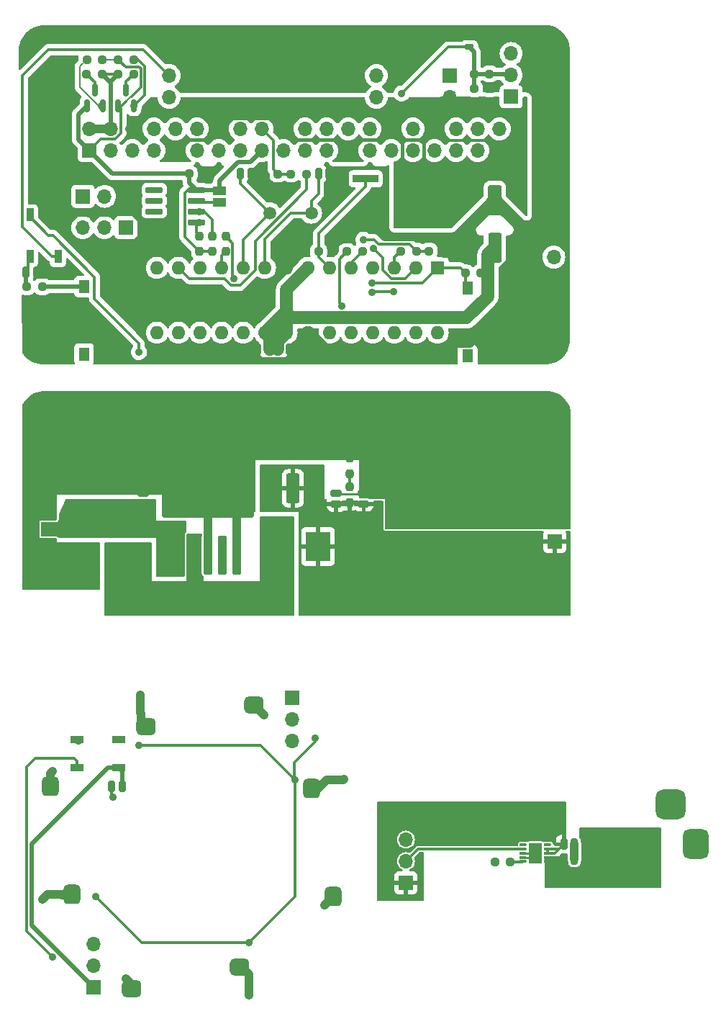
<source format=gtl>
G04 #@! TF.GenerationSoftware,KiCad,Pcbnew,7.0.11+dfsg-1build4*
G04 #@! TF.CreationDate,2025-02-09T17:53:47-07:00*
G04 #@! TF.ProjectId,iJet,694a6574-2e6b-4696-9361-645f70636258,rev?*
G04 #@! TF.SameCoordinates,Original*
G04 #@! TF.FileFunction,Copper,L1,Top*
G04 #@! TF.FilePolarity,Positive*
%FSLAX46Y46*%
G04 Gerber Fmt 4.6, Leading zero omitted, Abs format (unit mm)*
G04 Created by KiCad (PCBNEW 7.0.11+dfsg-1build4) date 2025-02-09 17:53:47*
%MOMM*%
%LPD*%
G01*
G04 APERTURE LIST*
G04 Aperture macros list*
%AMRoundRect*
0 Rectangle with rounded corners*
0 $1 Rounding radius*
0 $2 $3 $4 $5 $6 $7 $8 $9 X,Y pos of 4 corners*
0 Add a 4 corners polygon primitive as box body*
4,1,4,$2,$3,$4,$5,$6,$7,$8,$9,$2,$3,0*
0 Add four circle primitives for the rounded corners*
1,1,$1+$1,$2,$3*
1,1,$1+$1,$4,$5*
1,1,$1+$1,$6,$7*
1,1,$1+$1,$8,$9*
0 Add four rect primitives between the rounded corners*
20,1,$1+$1,$2,$3,$4,$5,0*
20,1,$1+$1,$4,$5,$6,$7,0*
20,1,$1+$1,$6,$7,$8,$9,0*
20,1,$1+$1,$8,$9,$2,$3,0*%
%AMOutline4P*
0 Free polygon, 4 corners , with rotation*
0 The origin of the aperture is its center*
0 number of corners: always 4*
0 $1 to $8 corner X, Y*
0 $9 Rotation angle, in degrees counterclockwise*
0 create outline with 4 corners*
4,1,4,$1,$2,$3,$4,$5,$6,$7,$8,$1,$2,$9*%
G04 Aperture macros list end*
G04 #@! TA.AperFunction,ComponentPad*
%ADD10R,1.300000X1.550000*%
G04 #@! TD*
G04 #@! TA.AperFunction,ComponentPad*
%ADD11O,1.700000X1.700000*%
G04 #@! TD*
G04 #@! TA.AperFunction,ComponentPad*
%ADD12R,1.700000X1.700000*%
G04 #@! TD*
G04 #@! TA.AperFunction,SMDPad,CuDef*
%ADD13RoundRect,0.237500X-0.237500X0.250000X-0.237500X-0.250000X0.237500X-0.250000X0.237500X0.250000X0*%
G04 #@! TD*
G04 #@! TA.AperFunction,SMDPad,CuDef*
%ADD14RoundRect,0.237500X-0.250000X-0.237500X0.250000X-0.237500X0.250000X0.237500X-0.250000X0.237500X0*%
G04 #@! TD*
G04 #@! TA.AperFunction,SMDPad,CuDef*
%ADD15RoundRect,0.150000X-0.400000X-0.150000X0.400000X-0.150000X0.400000X0.150000X-0.400000X0.150000X0*%
G04 #@! TD*
G04 #@! TA.AperFunction,SMDPad,CuDef*
%ADD16RoundRect,0.237500X0.250000X0.237500X-0.250000X0.237500X-0.250000X-0.237500X0.250000X-0.237500X0*%
G04 #@! TD*
G04 #@! TA.AperFunction,SMDPad,CuDef*
%ADD17R,2.950000X3.500000*%
G04 #@! TD*
G04 #@! TA.AperFunction,SMDPad,CuDef*
%ADD18RoundRect,0.237500X0.237500X-0.250000X0.237500X0.250000X-0.237500X0.250000X-0.237500X-0.250000X0*%
G04 #@! TD*
G04 #@! TA.AperFunction,SMDPad,CuDef*
%ADD19RoundRect,0.208750X0.431250X-0.208750X0.431250X0.208750X-0.431250X0.208750X-0.431250X-0.208750X0*%
G04 #@! TD*
G04 #@! TA.AperFunction,SMDPad,CuDef*
%ADD20RoundRect,0.208750X-0.208750X-0.431250X0.208750X-0.431250X0.208750X0.431250X-0.208750X0.431250X0*%
G04 #@! TD*
G04 #@! TA.AperFunction,SMDPad,CuDef*
%ADD21RoundRect,0.208750X0.208750X0.431250X-0.208750X0.431250X-0.208750X-0.431250X0.208750X-0.431250X0*%
G04 #@! TD*
G04 #@! TA.AperFunction,SMDPad,CuDef*
%ADD22RoundRect,0.208750X-0.431250X0.208750X-0.431250X-0.208750X0.431250X-0.208750X0.431250X0.208750X0*%
G04 #@! TD*
G04 #@! TA.AperFunction,SMDPad,CuDef*
%ADD23RoundRect,0.250000X0.550000X-1.500000X0.550000X1.500000X-0.550000X1.500000X-0.550000X-1.500000X0*%
G04 #@! TD*
G04 #@! TA.AperFunction,ComponentPad*
%ADD24C,1.500000*%
G04 #@! TD*
G04 #@! TA.AperFunction,SMDPad,CuDef*
%ADD25RoundRect,0.039000X0.381000X0.091000X-0.381000X0.091000X-0.381000X-0.091000X0.381000X-0.091000X0*%
G04 #@! TD*
G04 #@! TA.AperFunction,SMDPad,CuDef*
%ADD26R,1.500000X2.350000*%
G04 #@! TD*
G04 #@! TA.AperFunction,ComponentPad*
%ADD27R,1.600000X1.600000*%
G04 #@! TD*
G04 #@! TA.AperFunction,ComponentPad*
%ADD28O,1.600000X1.600000*%
G04 #@! TD*
G04 #@! TA.AperFunction,SMDPad,CuDef*
%ADD29RoundRect,0.250000X0.300000X-2.050000X0.300000X2.050000X-0.300000X2.050000X-0.300000X-2.050000X0*%
G04 #@! TD*
G04 #@! TA.AperFunction,SMDPad,CuDef*
%ADD30RoundRect,0.250000X2.375000X-2.025000X2.375000X2.025000X-2.375000X2.025000X-2.375000X-2.025000X0*%
G04 #@! TD*
G04 #@! TA.AperFunction,SMDPad,CuDef*
%ADD31RoundRect,0.250002X5.149998X-4.449998X5.149998X4.449998X-5.149998X4.449998X-5.149998X-4.449998X0*%
G04 #@! TD*
G04 #@! TA.AperFunction,SMDPad,CuDef*
%ADD32RoundRect,0.075000X-0.910000X-0.225000X0.910000X-0.225000X0.910000X0.225000X-0.910000X0.225000X0*%
G04 #@! TD*
G04 #@! TA.AperFunction,SMDPad,CuDef*
%ADD33RoundRect,0.150000X0.150000X-0.587500X0.150000X0.587500X-0.150000X0.587500X-0.150000X-0.587500X0*%
G04 #@! TD*
G04 #@! TA.AperFunction,SMDPad,CuDef*
%ADD34R,3.020000X0.970000*%
G04 #@! TD*
G04 #@! TA.AperFunction,SMDPad,CuDef*
%ADD35R,6.320000X5.670000*%
G04 #@! TD*
G04 #@! TA.AperFunction,SMDPad,CuDef*
%ADD36R,1.500000X1.000000*%
G04 #@! TD*
G04 #@! TA.AperFunction,ComponentPad*
%ADD37R,3.500000X3.500000*%
G04 #@! TD*
G04 #@! TA.AperFunction,ComponentPad*
%ADD38RoundRect,0.750000X0.750000X1.000000X-0.750000X1.000000X-0.750000X-1.000000X0.750000X-1.000000X0*%
G04 #@! TD*
G04 #@! TA.AperFunction,ComponentPad*
%ADD39RoundRect,0.875000X0.875000X0.875000X-0.875000X0.875000X-0.875000X-0.875000X0.875000X-0.875000X0*%
G04 #@! TD*
G04 #@! TA.AperFunction,SMDPad,CuDef*
%ADD40Outline4P,-1.800000X-1.150000X1.800000X-0.550000X1.800000X0.550000X-1.800000X1.150000X0.000000*%
G04 #@! TD*
G04 #@! TA.AperFunction,SMDPad,CuDef*
%ADD41Outline4P,-1.800000X-1.150000X1.800000X-0.550000X1.800000X0.550000X-1.800000X1.150000X180.000000*%
G04 #@! TD*
G04 #@! TA.AperFunction,SMDPad,CuDef*
%ADD42R,0.900000X1.500000*%
G04 #@! TD*
G04 #@! TA.AperFunction,SMDPad,CuDef*
%ADD43R,1.500000X0.900000*%
G04 #@! TD*
G04 #@! TA.AperFunction,SMDPad,CuDef*
%ADD44RoundRect,0.500000X-0.500000X0.643000X-0.500000X-0.643000X0.500000X-0.643000X0.500000X0.643000X0*%
G04 #@! TD*
G04 #@! TA.AperFunction,SMDPad,CuDef*
%ADD45RoundRect,0.500000X0.500000X-0.643000X0.500000X0.643000X-0.500000X0.643000X-0.500000X-0.643000X0*%
G04 #@! TD*
G04 #@! TA.AperFunction,SMDPad,CuDef*
%ADD46RoundRect,0.500000X0.643000X0.500000X-0.643000X0.500000X-0.643000X-0.500000X0.643000X-0.500000X0*%
G04 #@! TD*
G04 #@! TA.AperFunction,SMDPad,CuDef*
%ADD47RoundRect,0.500000X-0.643000X-0.500000X0.643000X-0.500000X0.643000X0.500000X-0.643000X0.500000X0*%
G04 #@! TD*
G04 #@! TA.AperFunction,ViaPad*
%ADD48C,0.900000*%
G04 #@! TD*
G04 #@! TA.AperFunction,Conductor*
%ADD49C,0.250000*%
G04 #@! TD*
G04 #@! TA.AperFunction,Conductor*
%ADD50C,0.300000*%
G04 #@! TD*
G04 #@! TA.AperFunction,Conductor*
%ADD51C,1.000000*%
G04 #@! TD*
G04 #@! TA.AperFunction,Conductor*
%ADD52C,1.500000*%
G04 #@! TD*
G04 #@! TA.AperFunction,Conductor*
%ADD53C,0.900000*%
G04 #@! TD*
G04 #@! TA.AperFunction,Conductor*
%ADD54C,0.500000*%
G04 #@! TD*
G04 #@! TA.AperFunction,Conductor*
%ADD55C,0.400000*%
G04 #@! TD*
G04 #@! TA.AperFunction,Conductor*
%ADD56C,0.200000*%
G04 #@! TD*
G04 APERTURE END LIST*
D10*
X107757930Y-98725928D03*
X107757930Y-90775928D03*
X112257930Y-98725928D03*
X112257930Y-90775928D03*
D11*
X163161273Y-118228285D03*
D12*
X163161273Y-120768285D03*
X145638680Y-160878680D03*
D11*
X145638680Y-158338680D03*
X145638680Y-155798680D03*
D13*
X124423534Y-84837778D03*
X124423534Y-86662778D03*
D14*
X120130725Y-77519035D03*
X121955725Y-77519035D03*
D12*
X103556000Y-119314000D03*
D11*
X103556000Y-116774000D03*
D15*
X153097656Y-62611952D03*
X155297656Y-62611952D03*
D14*
X153657704Y-65770799D03*
X155482704Y-65770799D03*
D16*
X155509675Y-67521568D03*
X153684675Y-67521568D03*
D11*
X158022704Y-63385429D03*
X158022704Y-65925429D03*
D12*
X158022704Y-68465429D03*
D17*
X129855835Y-121342000D03*
X135305835Y-121342000D03*
D18*
X122877438Y-86660832D03*
X122877438Y-84835832D03*
D14*
X156083022Y-158460179D03*
X157908022Y-158460179D03*
X101030710Y-90787887D03*
X102855710Y-90787887D03*
D16*
X154456987Y-89173042D03*
X152631987Y-89173042D03*
X133932500Y-77552456D03*
X132107500Y-77552456D03*
X130574569Y-77552456D03*
X128749569Y-77552456D03*
D14*
X150179673Y-86596367D03*
X148354673Y-86596367D03*
X145042484Y-86596367D03*
X146867484Y-86596367D03*
X109909822Y-64074021D03*
X108084822Y-64074021D03*
X109900704Y-65802093D03*
X108075704Y-65802093D03*
D16*
X113589383Y-65802093D03*
X111764383Y-65802093D03*
X111779179Y-64074021D03*
X113604179Y-64074021D03*
D13*
X139059452Y-110935810D03*
X139059452Y-112760810D03*
D18*
X139054833Y-116161883D03*
X139054833Y-114336883D03*
D16*
X138701911Y-86660574D03*
X140526911Y-86660574D03*
D14*
X135374249Y-86669029D03*
X137199249Y-86669029D03*
D18*
X121362834Y-84835689D03*
X121362834Y-86660689D03*
D19*
X137444907Y-116336770D03*
X137444907Y-115081770D03*
D20*
X164204627Y-158051208D03*
X165459627Y-158051208D03*
X165473500Y-156356000D03*
X164218500Y-156356000D03*
X126138730Y-77503310D03*
X127393730Y-77503310D03*
X135341268Y-77492456D03*
X136596268Y-77492456D03*
X128217046Y-98172289D03*
X129472046Y-98172289D03*
D21*
X131941092Y-98172289D03*
X130686092Y-98172289D03*
D20*
X111012705Y-149499961D03*
X112267705Y-149499961D03*
D19*
X114732000Y-116375500D03*
X114732000Y-115120500D03*
D22*
X140671159Y-115060214D03*
X140671159Y-116315214D03*
D23*
X132336000Y-108890000D03*
X132336000Y-114490000D03*
X109652000Y-118040000D03*
X109652000Y-112440000D03*
X156087503Y-86201144D03*
X156087503Y-80601144D03*
D21*
X102151500Y-89124741D03*
X100896500Y-89124741D03*
D24*
X129628064Y-82125717D03*
X134508064Y-82125717D03*
D25*
X162306000Y-158388000D03*
X162306000Y-157888000D03*
X162306000Y-156888000D03*
X162306000Y-157388000D03*
X159436000Y-157388000D03*
X159436000Y-156888000D03*
X162306000Y-156388000D03*
X159436000Y-156388000D03*
X159436000Y-157888000D03*
X159436000Y-158388000D03*
D26*
X160871000Y-157388000D03*
D27*
X149367173Y-88580000D03*
D28*
X146827173Y-88580000D03*
X144287173Y-88580000D03*
X141747173Y-88580000D03*
X139207173Y-88580000D03*
X136667173Y-88580000D03*
X134127173Y-88580000D03*
X131587173Y-88580000D03*
X129047173Y-88580000D03*
X126507173Y-88580000D03*
X123967173Y-88580000D03*
X121427173Y-88580000D03*
X118887173Y-88580000D03*
X116347173Y-88580000D03*
X116347173Y-96200000D03*
X118887173Y-96200000D03*
X121427173Y-96200000D03*
X123967173Y-96200000D03*
X126507173Y-96200000D03*
X129047173Y-96200000D03*
X131587173Y-96200000D03*
X134127173Y-96200000D03*
X136667173Y-96200000D03*
X139207173Y-96200000D03*
X141747173Y-96200000D03*
X144287173Y-96200000D03*
X146827173Y-96200000D03*
X149367173Y-96200000D03*
D29*
X118952000Y-122358000D03*
X120652000Y-122358000D03*
X122352000Y-122358000D03*
D30*
X119577000Y-115633000D03*
X125127000Y-115633000D03*
D31*
X122352000Y-113208000D03*
D30*
X119577000Y-110783000D03*
X125127000Y-110783000D03*
D29*
X124052000Y-122358000D03*
X125752000Y-122358000D03*
D32*
X120958845Y-79409153D03*
X120958845Y-80679153D03*
X120958845Y-81949153D03*
X120958845Y-83219153D03*
X116008845Y-83219153D03*
X116008845Y-81949153D03*
X116008845Y-80679153D03*
X116008845Y-79409153D03*
D10*
X152907596Y-98936495D03*
X152907596Y-90986495D03*
X157407596Y-98936495D03*
X157407596Y-90986495D03*
D33*
X108079793Y-69514562D03*
X109979793Y-69514562D03*
X109029793Y-67639562D03*
X112700000Y-67639562D03*
X113650000Y-69514562D03*
X111750000Y-69514562D03*
D34*
X140920097Y-78090523D03*
X140920097Y-82662523D03*
D35*
X147450097Y-80376523D03*
D36*
X123725186Y-79538000D03*
X123725186Y-80838000D03*
D11*
X150800000Y-68514000D03*
D12*
X150800000Y-65974000D03*
X142168488Y-63424000D03*
D11*
X142168488Y-65964000D03*
X142168488Y-68504000D03*
D12*
X107635000Y-80163000D03*
D11*
X110175000Y-80163000D03*
X112715000Y-80163000D03*
D12*
X117780000Y-63424000D03*
D11*
X117780000Y-65964000D03*
X117780000Y-68504000D03*
X163037030Y-87300000D03*
D12*
X163037030Y-84760000D03*
X112683726Y-83851450D03*
D11*
X110143726Y-83851450D03*
X107603726Y-83851450D03*
D37*
X173756000Y-156329500D03*
D38*
X179756000Y-156329500D03*
D39*
X176756000Y-151629500D03*
D12*
X132233000Y-139131000D03*
D11*
X132233000Y-141671000D03*
X132233000Y-144211000D03*
D12*
X108890000Y-173152000D03*
D11*
X108890000Y-170612000D03*
X108890000Y-168072000D03*
D40*
X107768000Y-122636310D03*
D41*
X113568000Y-122636310D03*
D42*
X101398000Y-87244085D03*
X104698000Y-87244085D03*
X104698000Y-82344085D03*
X101398000Y-82344085D03*
D43*
X111848000Y-147370000D03*
X111848000Y-144070000D03*
X106948000Y-144070000D03*
X106948000Y-147370000D03*
D44*
X134544000Y-149784000D03*
X137084000Y-162484000D03*
D45*
X103810000Y-149532448D03*
X106350000Y-162232448D03*
D46*
X126100500Y-170802906D03*
X113400500Y-173342906D03*
D47*
X127747500Y-139941094D03*
X115047500Y-142481094D03*
D11*
X156630000Y-72230000D03*
X156630000Y-74770000D03*
X154090000Y-72230000D03*
X154090000Y-74770000D03*
X151550000Y-72230000D03*
X151550000Y-74770000D03*
X149010000Y-72230000D03*
X149010000Y-74770000D03*
X146470000Y-72230000D03*
X146470000Y-74770000D03*
X143930000Y-72230000D03*
X143930000Y-74770000D03*
X141390000Y-72230000D03*
X141390000Y-74770000D03*
X138850000Y-72230000D03*
X138850000Y-74770000D03*
X136310000Y-72230000D03*
X136310000Y-74770000D03*
X133770000Y-72230000D03*
X133770000Y-74770000D03*
X131230000Y-72230000D03*
X131230000Y-74770000D03*
X128690000Y-72230000D03*
X128690000Y-74770000D03*
X126150000Y-72230000D03*
X126150000Y-74770000D03*
X123610000Y-72230000D03*
X123610000Y-74770000D03*
X121070000Y-72230000D03*
X121070000Y-74770000D03*
X118530000Y-72230000D03*
X118530000Y-74770000D03*
X115990000Y-72230000D03*
X115990000Y-74770000D03*
X113450000Y-72230000D03*
X113450000Y-74770000D03*
X110910000Y-72230000D03*
X110910000Y-74770000D03*
X108370000Y-72230000D03*
D12*
X108370000Y-74770000D03*
D48*
X125400000Y-89840000D03*
X155303008Y-62628976D03*
X155509675Y-67521568D03*
X139340000Y-82662523D03*
X136596268Y-77492456D03*
X122022825Y-77497798D03*
X127393730Y-77503310D03*
X102310287Y-89153100D03*
X104698000Y-82344085D03*
X138100000Y-93048003D03*
X114224000Y-98476000D03*
X154456987Y-89173042D03*
X156087503Y-86201144D03*
X141656000Y-91448003D03*
X144196000Y-91364000D03*
X121336000Y-83236000D03*
X121336000Y-81949153D03*
X145130000Y-68078000D03*
X141656000Y-90348000D03*
X100896500Y-89124741D03*
X109810000Y-69514562D03*
X113650000Y-69514562D03*
X140640000Y-85268000D03*
X141798588Y-86283435D03*
X123876000Y-117272000D03*
X122352000Y-117272000D03*
X120828000Y-117272000D03*
X119304000Y-117272000D03*
X117780000Y-117272000D03*
X125400000Y-115748000D03*
X123876000Y-115748000D03*
X122352000Y-115748000D03*
X120828000Y-115748000D03*
X119304000Y-115748000D03*
X117780000Y-115748000D03*
X126924000Y-114224000D03*
X125400000Y-114224000D03*
X123876000Y-114224000D03*
X122352000Y-114224000D03*
X120828000Y-114224000D03*
X119304000Y-114224000D03*
X117780000Y-114224000D03*
X117780000Y-112700000D03*
X119304000Y-112700000D03*
X120828000Y-112700000D03*
X122352000Y-112700000D03*
X123876000Y-112700000D03*
X125400000Y-112700000D03*
X126924000Y-112700000D03*
X126924000Y-111176000D03*
X125400000Y-111176000D03*
X123876000Y-111176000D03*
X122352000Y-111176000D03*
X120828000Y-111176000D03*
X119304000Y-111176000D03*
X117780000Y-111176000D03*
X126924000Y-109652000D03*
X125400000Y-109652000D03*
X123876000Y-109652000D03*
X122352000Y-109652000D03*
X120828000Y-109652000D03*
X119304000Y-109652000D03*
X117780000Y-109652000D03*
X111176000Y-150800000D03*
X107112000Y-144196000D03*
X114224000Y-144704000D03*
X109144000Y-162484000D03*
X128956000Y-141148000D03*
X114478000Y-141004000D03*
X105190000Y-162436000D03*
X103810000Y-149532448D03*
X112700000Y-172136000D03*
X136068000Y-163500000D03*
X136322000Y-148768000D03*
X127131723Y-174113164D03*
X127178000Y-167928000D03*
X132622000Y-148768000D03*
X134965360Y-143858782D03*
X102889441Y-162804084D03*
X104064000Y-147752000D03*
X127747500Y-139941094D03*
X114380145Y-138819699D03*
X138356976Y-148656973D03*
X137084000Y-162484000D03*
X127178000Y-171628000D03*
X113400500Y-173342906D03*
X104064000Y-169596000D03*
X156083022Y-158460179D03*
X160871000Y-157388000D03*
X165459627Y-156369873D03*
X124007783Y-122236689D03*
X139059452Y-112760810D03*
D49*
X137444907Y-115081770D02*
X137512520Y-115149383D01*
X137512520Y-115149383D02*
X140581990Y-115149383D01*
X140581990Y-115149383D02*
X140671159Y-115060214D01*
X159436000Y-157888000D02*
X160371000Y-157888000D01*
X160371000Y-157888000D02*
X160871000Y-157388000D01*
X159436000Y-157388000D02*
X160871000Y-157388000D01*
D50*
X146867484Y-86596367D02*
X146042484Y-85771367D01*
X141914524Y-85268000D02*
X140640000Y-85268000D01*
X146867484Y-86596367D02*
X148354673Y-86596367D01*
X144537919Y-85776000D02*
X142422524Y-85776000D01*
X146042484Y-85771367D02*
X144542552Y-85771367D01*
X142422524Y-85776000D02*
X141914524Y-85268000D01*
X144542552Y-85771367D02*
X144537919Y-85776000D01*
X144196000Y-91364000D02*
X141740003Y-91364000D01*
X141740003Y-91364000D02*
X141656000Y-91448003D01*
X133932500Y-77552456D02*
X133932500Y-79376916D01*
X133932500Y-79376916D02*
X127897173Y-85412243D01*
X125068629Y-90640000D02*
X124268629Y-89840000D01*
X127897173Y-85412243D02*
X127897173Y-88866827D01*
X126124000Y-90640000D02*
X125068629Y-90640000D01*
X127897173Y-88866827D02*
X126124000Y-90640000D01*
X124268629Y-89840000D02*
X120147173Y-89840000D01*
X120147173Y-89840000D02*
X118887173Y-88580000D01*
X125248534Y-89688534D02*
X125400000Y-89840000D01*
X125248534Y-85662778D02*
X125248534Y-89688534D01*
X124423534Y-84837778D02*
X125248534Y-85662778D01*
X155297656Y-62623624D02*
X155303008Y-62628976D01*
X155297656Y-62611952D02*
X155297656Y-62623624D01*
X129047173Y-88580000D02*
X129047173Y-85176827D01*
X129047173Y-85176827D02*
X132098283Y-82125717D01*
X132098283Y-82125717D02*
X134508064Y-82125717D01*
D51*
X140920097Y-82662523D02*
X139340000Y-82662523D01*
D50*
X137199249Y-86669029D02*
X137199249Y-86383371D01*
X137199249Y-86383371D02*
X140920097Y-82662523D01*
D52*
X150179673Y-86508974D02*
X151872324Y-84816324D01*
D51*
X140920097Y-82662523D02*
X143178941Y-84921367D01*
X143178941Y-84921367D02*
X151767281Y-84921367D01*
D52*
X151872324Y-84816324D02*
X156087503Y-80601144D01*
D51*
X151767281Y-84921367D02*
X151872324Y-84816324D01*
D50*
X140920097Y-78090523D02*
X140920097Y-78975076D01*
X140920097Y-78975076D02*
X135374249Y-84520924D01*
D52*
X150179673Y-86596367D02*
X150179673Y-86508974D01*
D53*
X143483540Y-84971367D02*
X148554673Y-84971367D01*
D54*
X127393730Y-77503310D02*
X128700423Y-77503310D01*
X128700423Y-77503310D02*
X128749569Y-77552456D01*
X122001588Y-77519035D02*
X122022825Y-77497798D01*
X121955725Y-77519035D02*
X122001588Y-77519035D01*
X112257930Y-90775928D02*
X112257930Y-86970068D01*
X112257930Y-86970068D02*
X116008845Y-83219153D01*
X112715000Y-80163000D02*
X112715000Y-81365081D01*
X112715000Y-81365081D02*
X114569072Y-83219153D01*
X114569072Y-83219153D02*
X116008845Y-83219153D01*
X104698000Y-82344085D02*
X110533915Y-82344085D01*
X110533915Y-82344085D02*
X112715000Y-80163000D01*
D50*
X102281928Y-89124741D02*
X102310287Y-89153100D01*
X102151500Y-89124741D02*
X102281928Y-89124741D01*
D52*
X134127173Y-96200000D02*
X135981587Y-98054413D01*
D50*
X135863711Y-98172289D02*
X135981587Y-98054413D01*
D52*
X135981587Y-98054413D02*
X137127173Y-99200000D01*
D50*
X131941092Y-98172289D02*
X135863711Y-98172289D01*
X128217046Y-98172289D02*
X128217046Y-98812289D01*
X128217046Y-98812289D02*
X128677046Y-99272289D01*
X128677046Y-99272289D02*
X131715711Y-99272289D01*
X131715711Y-99272289D02*
X131941092Y-99046908D01*
X131941092Y-99046908D02*
X131941092Y-98172289D01*
D52*
X149276000Y-99200000D02*
X151264505Y-97211495D01*
X151264505Y-97211495D02*
X153080505Y-97211495D01*
X153080505Y-97211495D02*
X157407596Y-92884404D01*
X157407596Y-92884404D02*
X157407596Y-90986495D01*
X156087503Y-86201144D02*
X155287503Y-87001144D01*
X155287503Y-87001144D02*
X155287503Y-91931588D01*
X155287503Y-91931588D02*
X152771088Y-94448003D01*
X152771088Y-94448003D02*
X132131176Y-94448003D01*
X132131176Y-94448003D02*
X131587173Y-93904000D01*
X131587173Y-96200000D02*
X131587173Y-93904000D01*
X131587173Y-93904000D02*
X131587173Y-91120000D01*
X129047173Y-96200000D02*
X131343173Y-93904000D01*
X131343173Y-93904000D02*
X131587173Y-93904000D01*
X129047173Y-96200000D02*
X129584546Y-96737373D01*
X129584546Y-96737373D02*
X129584546Y-98172289D01*
X131587173Y-96200000D02*
X130573592Y-97213581D01*
X130573592Y-97213581D02*
X130573592Y-98172289D01*
X131587173Y-96200000D02*
X129047173Y-96200000D01*
X131587173Y-91120000D02*
X134127173Y-88580000D01*
X157407596Y-90986495D02*
X157407596Y-88711495D01*
X157407596Y-88711495D02*
X161359091Y-84760000D01*
X161359091Y-84760000D02*
X163037030Y-84760000D01*
X137127173Y-99200000D02*
X149276000Y-99200000D01*
X149276000Y-99200000D02*
X149276000Y-99118091D01*
D50*
X114224000Y-98476000D02*
X114224000Y-97460000D01*
X114224000Y-97460000D02*
X109004843Y-92240843D01*
X109004843Y-89650928D02*
X104113915Y-84760000D01*
X109004843Y-92240843D02*
X109004843Y-89650928D01*
X104113915Y-84760000D02*
X103556000Y-84760000D01*
X103556000Y-84760000D02*
X101398000Y-82602000D01*
X101398000Y-82602000D02*
X101398000Y-82344085D01*
X137817173Y-92765176D02*
X138100000Y-93048003D01*
X137817173Y-87545312D02*
X137817173Y-92765176D01*
D52*
X163037030Y-84760000D02*
X160246359Y-84760000D01*
X160246359Y-84760000D02*
X156087503Y-80601144D01*
D50*
X144111997Y-91448003D02*
X144196000Y-91364000D01*
X121319153Y-83219153D02*
X121336000Y-83236000D01*
X120958845Y-83219153D02*
X121319153Y-83219153D01*
X121336000Y-81949153D02*
X121943844Y-81949153D01*
X120958845Y-81949153D02*
X121336000Y-81949153D01*
X108370000Y-74770000D02*
X109710000Y-73430000D01*
X109710000Y-73430000D02*
X111407057Y-73430000D01*
X112110000Y-72727057D02*
X112110000Y-69874562D01*
X111407057Y-73430000D02*
X112110000Y-72727057D01*
X112110000Y-69874562D02*
X111750000Y-69514562D01*
D54*
X108370000Y-74770000D02*
X107070000Y-73470000D01*
X107070000Y-73470000D02*
X107070000Y-70524355D01*
X107070000Y-70524355D02*
X108079793Y-69514562D01*
X123725186Y-79538000D02*
X123725186Y-78306814D01*
X123725186Y-78306814D02*
X125908000Y-76124000D01*
X125908000Y-76124000D02*
X127336000Y-76124000D01*
X127336000Y-76124000D02*
X128690000Y-74770000D01*
X120958845Y-79409153D02*
X123596339Y-79409153D01*
X123596339Y-79409153D02*
X123725186Y-79538000D01*
X120130725Y-77519035D02*
X120130725Y-78581033D01*
X120130725Y-78581033D02*
X120958845Y-79409153D01*
X108370000Y-74770000D02*
X111119035Y-77519035D01*
X111119035Y-77519035D02*
X120130725Y-77519035D01*
D50*
X153097656Y-62611952D02*
X150596048Y-62611952D01*
X150596048Y-62611952D02*
X145130000Y-68078000D01*
X149367173Y-88580000D02*
X147599173Y-90348000D01*
X147599173Y-90348000D02*
X141656000Y-90348000D01*
D54*
X110910000Y-66811389D02*
X110910000Y-66656476D01*
X110910000Y-66656476D02*
X111764383Y-65802093D01*
X110910000Y-72230000D02*
X110910000Y-66811389D01*
X110910000Y-66811389D02*
X109900704Y-65802093D01*
D51*
X108370000Y-72230000D02*
X110910000Y-72230000D01*
D50*
X143920827Y-89840000D02*
X145567173Y-89840000D01*
X142897173Y-87382020D02*
X142897173Y-88816346D01*
X141798588Y-86283435D02*
X142897173Y-87382020D01*
X142897173Y-88816346D02*
X143920827Y-89840000D01*
X145567173Y-89840000D02*
X146827173Y-88580000D01*
X104698000Y-87244085D02*
X104008085Y-87244085D01*
X104008085Y-87244085D02*
X100508000Y-83744000D01*
X100508000Y-65964000D02*
X103556000Y-62916000D01*
X100508000Y-83744000D02*
X100508000Y-65964000D01*
X103556000Y-62916000D02*
X114732000Y-62916000D01*
X114732000Y-62916000D02*
X117780000Y-65964000D01*
X138701911Y-86660574D02*
X137817173Y-87545312D01*
X149010000Y-72230000D02*
X150350000Y-73570000D01*
X150350000Y-73570000D02*
X155430000Y-73570000D01*
X155430000Y-73570000D02*
X156630000Y-74770000D01*
D51*
X149010000Y-72230000D02*
X149010000Y-70304000D01*
X149010000Y-70304000D02*
X150800000Y-68514000D01*
X125752000Y-122358000D02*
X125752000Y-116258000D01*
X125752000Y-116258000D02*
X125127000Y-115633000D01*
X122352000Y-122358000D02*
X122352000Y-117272000D01*
D54*
X100896500Y-89124741D02*
X100896500Y-90653677D01*
X100896500Y-90653677D02*
X101030710Y-90787887D01*
X102855710Y-90787887D02*
X107745971Y-90787887D01*
X107745971Y-90787887D02*
X107757930Y-90775928D01*
D55*
X145180000Y-73480000D02*
X145180000Y-78876827D01*
X145180000Y-78876827D02*
X147507173Y-81204000D01*
X147244000Y-73480000D02*
X147760000Y-73480000D01*
X145180000Y-73480000D02*
X147244000Y-73480000D01*
X147244000Y-73480000D02*
X147720000Y-73956000D01*
X147720000Y-73956000D02*
X147720000Y-80991173D01*
X147720000Y-80991173D02*
X147507173Y-81204000D01*
X143930000Y-72230000D02*
X145180000Y-73480000D01*
X147760000Y-73480000D02*
X149010000Y-72230000D01*
X138850000Y-74770000D02*
X140100000Y-73520000D01*
X140100000Y-73520000D02*
X142640000Y-73520000D01*
X142640000Y-73520000D02*
X143930000Y-72230000D01*
X131230000Y-72230000D02*
X132480000Y-73480000D01*
X132480000Y-73480000D02*
X137560000Y-73480000D01*
X137560000Y-73480000D02*
X138850000Y-74770000D01*
X123610000Y-72230000D02*
X124860000Y-70980000D01*
X124860000Y-70980000D02*
X129980000Y-70980000D01*
X129980000Y-70980000D02*
X131230000Y-72230000D01*
X118530000Y-74770000D02*
X119820000Y-73480000D01*
X119820000Y-73480000D02*
X122360000Y-73480000D01*
X122360000Y-73480000D02*
X123610000Y-72230000D01*
D54*
X153657704Y-65770799D02*
X153657704Y-63172000D01*
X153657704Y-63172000D02*
X153097656Y-62611952D01*
X155482704Y-65770799D02*
X157868074Y-65770799D01*
X157868074Y-65770799D02*
X158022704Y-65925429D01*
X153657704Y-65770799D02*
X155482704Y-65770799D01*
X153684675Y-67521568D02*
X153684675Y-65797770D01*
X153684675Y-65797770D02*
X153657704Y-65770799D01*
D50*
X152631987Y-89173042D02*
X152631987Y-90710886D01*
X152631987Y-90710886D02*
X152907596Y-90986495D01*
X149367173Y-88580000D02*
X152038945Y-88580000D01*
X152038945Y-88580000D02*
X152631987Y-89173042D01*
X144287173Y-88580000D02*
X144287173Y-87351678D01*
X144287173Y-87351678D02*
X145042484Y-86596367D01*
X135374249Y-86669029D02*
X135374249Y-84520924D01*
X139207173Y-88580000D02*
X139207173Y-87980312D01*
X139207173Y-87980312D02*
X140526911Y-86660574D01*
X135374249Y-86669029D02*
X135374249Y-87287076D01*
X135374249Y-87287076D02*
X136667173Y-88580000D01*
X123967173Y-88580000D02*
X123967173Y-87119139D01*
X123967173Y-87119139D02*
X124423534Y-86662778D01*
X101154753Y-87244085D02*
X101154753Y-88866488D01*
X101154753Y-88866488D02*
X100896500Y-89124741D01*
X113650000Y-69514562D02*
X114926883Y-68237679D01*
X114091679Y-64074021D02*
X113604179Y-64074021D01*
X114926883Y-68237679D02*
X114926883Y-64909225D01*
X114926883Y-64909225D02*
X114091679Y-64074021D01*
X112201238Y-69514562D02*
X112701900Y-69013900D01*
D56*
X113350000Y-68438324D02*
X113279290Y-68438324D01*
X113279290Y-68438324D02*
X112703714Y-69013900D01*
X112703714Y-69013900D02*
X112701900Y-69013900D01*
D50*
X114253093Y-64977093D02*
X114426883Y-65150883D01*
X114426883Y-65150883D02*
X114426883Y-67361441D01*
X114426883Y-67361441D02*
X113350000Y-68438324D01*
X111779179Y-64074021D02*
X112682251Y-64977093D01*
X112682251Y-64977093D02*
X114253093Y-64977093D01*
X114253093Y-64977093D02*
X114326883Y-65050883D01*
X111750000Y-69514562D02*
X112201238Y-69514562D01*
X109900704Y-65802093D02*
X110055617Y-65802093D01*
X110055617Y-65802093D02*
X110910000Y-66656476D01*
D56*
X108084822Y-64074021D02*
X107288204Y-64870639D01*
X107288204Y-64870639D02*
X107288204Y-67344921D01*
X109457845Y-69514562D02*
X109979793Y-69514562D01*
X107288204Y-67344921D02*
X109457845Y-69514562D01*
X109909822Y-64074021D02*
X111779179Y-64074021D01*
D50*
X109900704Y-65802093D02*
X111764383Y-65802093D01*
X109029793Y-67639562D02*
X109029793Y-66756182D01*
X109029793Y-66756182D02*
X108075704Y-65802093D01*
X112700000Y-67639562D02*
X112700000Y-66691476D01*
X112700000Y-66691476D02*
X113589383Y-65802093D01*
X109979793Y-69514562D02*
X109679794Y-69814561D01*
X121362834Y-86660689D02*
X119623845Y-84921700D01*
X119623845Y-79759154D02*
X119973846Y-79409153D01*
X119623845Y-84921700D02*
X119623845Y-79759154D01*
X119973846Y-79409153D02*
X120958845Y-79409153D01*
X122877438Y-86660832D02*
X121362977Y-86660832D01*
X121362977Y-86660832D02*
X121362834Y-86660689D01*
X132107500Y-77552456D02*
X130574569Y-77552456D01*
X130574569Y-77552456D02*
X130030000Y-77007887D01*
X130030000Y-77007887D02*
X130030000Y-73570000D01*
X130030000Y-73570000D02*
X128690000Y-72230000D01*
X134508064Y-82125717D02*
X134508064Y-80731936D01*
X134508064Y-80731936D02*
X135341268Y-79898732D01*
X135341268Y-79898732D02*
X135341268Y-77492456D01*
X126138730Y-77503310D02*
X126138730Y-78636383D01*
X126138730Y-78636383D02*
X129628064Y-82125717D01*
X126507173Y-88580000D02*
X126507173Y-85246608D01*
X126507173Y-85246608D02*
X129628064Y-82125717D01*
X120958845Y-83219153D02*
X120958845Y-84431700D01*
X120958845Y-84431700D02*
X121362834Y-84835689D01*
X121943844Y-81949153D02*
X122877438Y-82882747D01*
X122877438Y-82882747D02*
X122877438Y-84835832D01*
X123725186Y-80838000D02*
X121117692Y-80838000D01*
X121117692Y-80838000D02*
X120958845Y-80679153D01*
X125127000Y-115633000D02*
X125285000Y-115633000D01*
X125285000Y-115633000D02*
X125400000Y-115748000D01*
X125127000Y-115633000D02*
X123991000Y-115633000D01*
X123991000Y-115633000D02*
X123876000Y-115748000D01*
X119577000Y-115633000D02*
X119419000Y-115633000D01*
X119419000Y-115633000D02*
X119304000Y-115748000D01*
X119577000Y-115633000D02*
X117895000Y-115633000D01*
X117895000Y-115633000D02*
X117780000Y-115748000D01*
X125127000Y-115633000D02*
X125515000Y-115633000D01*
X125515000Y-115633000D02*
X126924000Y-114224000D01*
X125127000Y-115633000D02*
X125127000Y-114497000D01*
X125127000Y-114497000D02*
X125400000Y-114224000D01*
X122352000Y-113208000D02*
X122860000Y-113208000D01*
X122860000Y-113208000D02*
X123876000Y-114224000D01*
X122352000Y-113208000D02*
X122352000Y-114224000D01*
X119577000Y-115633000D02*
X119577000Y-115475000D01*
X119577000Y-115475000D02*
X120828000Y-114224000D01*
X122352000Y-113208000D02*
X118796000Y-113208000D01*
X118796000Y-113208000D02*
X117780000Y-114224000D01*
X119577000Y-110903000D02*
X117780000Y-112700000D01*
X119577000Y-110783000D02*
X119577000Y-112427000D01*
X119577000Y-112427000D02*
X119304000Y-112700000D01*
X122352000Y-113208000D02*
X121336000Y-113208000D01*
X121336000Y-113208000D02*
X120828000Y-112700000D01*
X122352000Y-113208000D02*
X122352000Y-112700000D01*
X122352000Y-113208000D02*
X123368000Y-113208000D01*
X123368000Y-113208000D02*
X123876000Y-112700000D01*
X125127000Y-110783000D02*
X125127000Y-112427000D01*
X125127000Y-112427000D02*
X125400000Y-112700000D01*
X125127000Y-110783000D02*
X125127000Y-110903000D01*
X125127000Y-110903000D02*
X126924000Y-112700000D01*
X125127000Y-110783000D02*
X126531000Y-110783000D01*
X126531000Y-110783000D02*
X126924000Y-111176000D01*
X125127000Y-110783000D02*
X124269000Y-110783000D01*
X124269000Y-110783000D02*
X123876000Y-111176000D01*
X122352000Y-113208000D02*
X122352000Y-111176000D01*
X119577000Y-110783000D02*
X120435000Y-110783000D01*
X120435000Y-110783000D02*
X120828000Y-111176000D01*
X119577000Y-110783000D02*
X119577000Y-110903000D01*
X119577000Y-110903000D02*
X119304000Y-111176000D01*
X119577000Y-110783000D02*
X118173000Y-110783000D01*
X118173000Y-110783000D02*
X117780000Y-111176000D01*
X125127000Y-110783000D02*
X125793000Y-110783000D01*
X125793000Y-110783000D02*
X126924000Y-109652000D01*
X125127000Y-110783000D02*
X125127000Y-109925000D01*
X125127000Y-109925000D02*
X125400000Y-109652000D01*
X125127000Y-110783000D02*
X125007000Y-110783000D01*
X125007000Y-110783000D02*
X123876000Y-109652000D01*
X119577000Y-110783000D02*
X121221000Y-110783000D01*
X121221000Y-110783000D02*
X122352000Y-109652000D01*
X119577000Y-110783000D02*
X119697000Y-110783000D01*
X119697000Y-110783000D02*
X120828000Y-109652000D01*
X119577000Y-110783000D02*
X119577000Y-109925000D01*
X119577000Y-109925000D02*
X119304000Y-109652000D01*
X119577000Y-110783000D02*
X118911000Y-110783000D01*
X118911000Y-110783000D02*
X117780000Y-109652000D01*
X111012705Y-150636705D02*
X111176000Y-150800000D01*
X111012705Y-149499961D02*
X111012705Y-150636705D01*
X106986000Y-144070000D02*
X107112000Y-144196000D01*
X106948000Y-144070000D02*
X106986000Y-144070000D01*
X114224000Y-144704000D02*
X128558000Y-144704000D01*
X128558000Y-144704000D02*
X132622000Y-148768000D01*
X127178000Y-167928000D02*
X114588000Y-167928000D01*
X114588000Y-167928000D02*
X109144000Y-162484000D01*
D51*
X127747500Y-139941094D02*
X127749094Y-139941094D01*
X127749094Y-139941094D02*
X128956000Y-141148000D01*
X114478000Y-141004000D02*
X114478000Y-141911594D01*
X114478000Y-141911594D02*
X115047500Y-142481094D01*
X114380145Y-138819699D02*
X114380145Y-140906145D01*
X114380145Y-140906145D02*
X114478000Y-141004000D01*
X106350000Y-162232448D02*
X103461077Y-162232448D01*
X103461077Y-162232448D02*
X102889441Y-162804084D01*
X113400500Y-173342906D02*
X113400500Y-172836500D01*
X113400500Y-172836500D02*
X112700000Y-172136000D01*
X137084000Y-162484000D02*
X136068000Y-163500000D01*
X136322000Y-148768000D02*
X138245949Y-148768000D01*
X138245949Y-148768000D02*
X138356976Y-148656973D01*
X134544000Y-149784000D02*
X135306000Y-149784000D01*
X135306000Y-149784000D02*
X136322000Y-148768000D01*
X127178000Y-171628000D02*
X127178000Y-174066887D01*
X127178000Y-174066887D02*
X127131723Y-174113164D01*
X126100500Y-170802906D02*
X126352906Y-170802906D01*
X126352906Y-170802906D02*
X127178000Y-171628000D01*
D50*
X132622000Y-148768000D02*
X132622000Y-162484000D01*
X132622000Y-162484000D02*
X127178000Y-167928000D01*
X132512000Y-148768000D02*
X132622000Y-148768000D01*
X132512000Y-146736000D02*
X132512000Y-148768000D01*
X134965360Y-143858782D02*
X134965360Y-144282640D01*
X134965360Y-144282640D02*
X132512000Y-146736000D01*
D51*
X103810000Y-148006000D02*
X104064000Y-147752000D01*
X103810000Y-149532448D02*
X103810000Y-148006000D01*
D50*
X104064000Y-169596000D02*
X101016000Y-166548000D01*
X101016000Y-166548000D02*
X101016000Y-147244000D01*
X101016000Y-147244000D02*
X102032000Y-146228000D01*
X102032000Y-146228000D02*
X106604000Y-146228000D01*
X106604000Y-146228000D02*
X106948000Y-146572000D01*
X106948000Y-146572000D02*
X106948000Y-147370000D01*
D54*
X111848000Y-147370000D02*
X110542000Y-147370000D01*
X110542000Y-147370000D02*
X101616000Y-156296000D01*
X101616000Y-156296000D02*
X101616000Y-165875207D01*
X101616000Y-165875207D02*
X108890000Y-173149207D01*
X108890000Y-173149207D02*
X108890000Y-173152000D01*
X112267705Y-149499961D02*
X112267705Y-147789705D01*
X112267705Y-147789705D02*
X111848000Y-147370000D01*
D50*
X162306000Y-157388000D02*
X163186500Y-157388000D01*
X163186500Y-157388000D02*
X164218500Y-156356000D01*
X162306000Y-156888000D02*
X163686500Y-156888000D01*
X163686500Y-156888000D02*
X164218500Y-156356000D01*
X162306000Y-157388000D02*
X162306000Y-156888000D01*
X162306000Y-158388000D02*
X162306000Y-157888000D01*
X162306000Y-157888000D02*
X162484000Y-157888000D01*
X162306000Y-158388000D02*
X163867835Y-158388000D01*
X163867835Y-158388000D02*
X164204627Y-158051208D01*
X162306000Y-157888000D02*
X164041419Y-157888000D01*
X164041419Y-157888000D02*
X164204627Y-158051208D01*
D51*
X165473500Y-156356000D02*
X165459627Y-156369873D01*
X165459627Y-158051208D02*
X165459627Y-156369873D01*
D50*
X124052000Y-122358000D02*
X124052000Y-122280906D01*
X124052000Y-122280906D02*
X124007783Y-122236689D01*
X139054833Y-114336883D02*
X139054833Y-112765429D01*
X139054833Y-112765429D02*
X139059452Y-112760810D01*
X159436000Y-156888000D02*
X147089360Y-156888000D01*
X147089360Y-156888000D02*
X145638680Y-158338680D01*
X157908022Y-158460179D02*
X159363821Y-158460179D01*
X159363821Y-158460179D02*
X159436000Y-158388000D01*
G04 #@! TA.AperFunction,Conductor*
G36*
X116199039Y-115767685D02*
G01*
X116244794Y-115820489D01*
X116256000Y-115872000D01*
X116256000Y-118288000D01*
X119688000Y-118288000D01*
X119755039Y-118307685D01*
X119800794Y-118360489D01*
X119812000Y-118412000D01*
X119812000Y-119560386D01*
X119792315Y-119627425D01*
X119754501Y-119662276D01*
X119755656Y-119663957D01*
X119749917Y-119667898D01*
X119697104Y-119713660D01*
X119679160Y-119731242D01*
X119679154Y-119731249D01*
X119634511Y-119811059D01*
X119634509Y-119811064D01*
X119614826Y-119878096D01*
X119606500Y-119936003D01*
X119606500Y-124768000D01*
X119586815Y-124835039D01*
X119534011Y-124880794D01*
X119482500Y-124892000D01*
X116380000Y-124892000D01*
X116312961Y-124872315D01*
X116267206Y-124819511D01*
X116256000Y-124768000D01*
X116256000Y-120320000D01*
X108128000Y-120320000D01*
X104789305Y-120320000D01*
X104722266Y-120300315D01*
X104693359Y-120274552D01*
X104686661Y-120266371D01*
X104674625Y-120251669D01*
X104619444Y-120208811D01*
X104619425Y-120208798D01*
X104598688Y-120194636D01*
X104598686Y-120194635D01*
X104553437Y-120179962D01*
X104511690Y-120166425D01*
X104511684Y-120166424D01*
X104470285Y-120162723D01*
X104460820Y-120159000D01*
X104434170Y-120159000D01*
X104423128Y-120158507D01*
X104419981Y-120158225D01*
X104407599Y-120159000D01*
X103818363Y-120159000D01*
X103751324Y-120139315D01*
X103705569Y-120086511D01*
X103695625Y-120017353D01*
X103705050Y-119984639D01*
X104345939Y-118542639D01*
X104391155Y-118489372D01*
X104447590Y-118472174D01*
X104453769Y-118468800D01*
X104462478Y-118467227D01*
X104528758Y-118457698D01*
X104553373Y-118452606D01*
X104634085Y-118409596D01*
X104686889Y-118363841D01*
X104704843Y-118346250D01*
X104749490Y-118266433D01*
X104769175Y-118199394D01*
X104777500Y-118141496D01*
X104777500Y-117597940D01*
X104788187Y-117547579D01*
X105555272Y-115821639D01*
X105600488Y-115768372D01*
X105667323Y-115748006D01*
X105668585Y-115748000D01*
X116132000Y-115748000D01*
X116199039Y-115767685D01*
G37*
G04 #@! TD.AperFunction*
G04 #@! TA.AperFunction,Conductor*
G36*
X132455039Y-117799685D02*
G01*
X132500794Y-117852489D01*
X132512000Y-117904000D01*
X132512000Y-129340000D01*
X132492315Y-129407039D01*
X132439511Y-129452794D01*
X132388000Y-129464000D01*
X110284000Y-129464000D01*
X110216961Y-129444315D01*
X110171206Y-129391511D01*
X110160000Y-129340000D01*
X110160000Y-120952000D01*
X110179685Y-120884961D01*
X110232489Y-120839206D01*
X110284000Y-120828000D01*
X115624000Y-120828000D01*
X115691039Y-120847685D01*
X115736794Y-120900489D01*
X115748000Y-120952000D01*
X115748000Y-125400000D01*
X119812000Y-125400000D01*
X119812000Y-119936000D01*
X119831685Y-119868961D01*
X119884489Y-119823206D01*
X119936000Y-119812000D01*
X121527500Y-119812000D01*
X121594539Y-119831685D01*
X121640294Y-119884489D01*
X121651500Y-119936000D01*
X121651500Y-120067495D01*
X121644542Y-120108449D01*
X121604353Y-120223302D01*
X121601500Y-120253730D01*
X121601500Y-124462269D01*
X121604353Y-124492699D01*
X121604353Y-124492701D01*
X121649206Y-124620880D01*
X121649207Y-124620882D01*
X121729850Y-124730150D01*
X121793635Y-124777225D01*
X121835884Y-124832869D01*
X121844000Y-124876993D01*
X121844000Y-125400000D01*
X128448000Y-125400000D01*
X128448000Y-117904000D01*
X128467685Y-117836961D01*
X128520489Y-117791206D01*
X128572000Y-117780000D01*
X132388000Y-117780000D01*
X132455039Y-117799685D01*
G37*
G04 #@! TD.AperFunction*
G04 #@! TA.AperFunction,Conductor*
G36*
X175635039Y-154375685D02*
G01*
X175680794Y-154428489D01*
X175692000Y-154480000D01*
X175692000Y-161344000D01*
X175672315Y-161411039D01*
X175619511Y-161456794D01*
X175568000Y-161468000D01*
X162100000Y-161468000D01*
X162032961Y-161448315D01*
X161987206Y-161395511D01*
X161976000Y-161344000D01*
X161976000Y-158036000D01*
X161995685Y-157968961D01*
X162048489Y-157923206D01*
X162100000Y-157912000D01*
X164008000Y-157912000D01*
X164008000Y-157528000D01*
X164027685Y-157460961D01*
X164080489Y-157415206D01*
X164132000Y-157404000D01*
X164535127Y-157404000D01*
X164602166Y-157423685D01*
X164647921Y-157476489D01*
X164659127Y-157528000D01*
X164659127Y-158096168D01*
X164674257Y-158230457D01*
X164674260Y-158230470D01*
X164734668Y-158403104D01*
X164741627Y-158444059D01*
X164741627Y-158531168D01*
X164748148Y-158591820D01*
X164760584Y-158625161D01*
X164799324Y-158729027D01*
X164834346Y-158775811D01*
X164887080Y-158846255D01*
X165004310Y-158934012D01*
X165141515Y-158985187D01*
X165202167Y-158991708D01*
X165202177Y-158991708D01*
X165717077Y-158991708D01*
X165717087Y-158991708D01*
X165777739Y-158985187D01*
X165914944Y-158934012D01*
X166032174Y-158846255D01*
X166119931Y-158729025D01*
X166171106Y-158591820D01*
X166177627Y-158531168D01*
X166177627Y-158444059D01*
X166184586Y-158403104D01*
X166244993Y-158230470D01*
X166244996Y-158230457D01*
X166260126Y-158096168D01*
X166260127Y-158096164D01*
X166260127Y-156520947D01*
X166263236Y-156493353D01*
X166274000Y-156446195D01*
X166274000Y-156265806D01*
X166233859Y-156089939D01*
X166203779Y-156027478D01*
X166191500Y-155973677D01*
X166191500Y-155876050D01*
X166191500Y-155876040D01*
X166184979Y-155815388D01*
X166133804Y-155678183D01*
X166133801Y-155678179D01*
X166133801Y-155678178D01*
X166064733Y-155585914D01*
X166040316Y-155520450D01*
X166040000Y-155511604D01*
X166040000Y-154480000D01*
X166059685Y-154412961D01*
X166112489Y-154367206D01*
X166164000Y-154356000D01*
X175568000Y-154356000D01*
X175635039Y-154375685D01*
G37*
G04 #@! TD.AperFunction*
G04 #@! TA.AperFunction,Conductor*
G36*
X164459039Y-151327685D02*
G01*
X164504794Y-151380489D01*
X164516000Y-151432000D01*
X164516000Y-155117138D01*
X164496315Y-155184177D01*
X164479681Y-155204819D01*
X164468500Y-155216000D01*
X164468500Y-156482000D01*
X164448815Y-156549039D01*
X164396011Y-156594794D01*
X164344500Y-156606000D01*
X163275470Y-156606000D01*
X163208431Y-156586315D01*
X163166030Y-156537382D01*
X163165398Y-156537738D01*
X163163659Y-156534646D01*
X163162676Y-156533511D01*
X163161603Y-156530989D01*
X163161242Y-156530347D01*
X163071711Y-156412285D01*
X162970743Y-156335718D01*
X162929220Y-156279526D01*
X162924054Y-156261117D01*
X162912604Y-156203552D01*
X162912603Y-156203551D01*
X162912603Y-156203549D01*
X162883464Y-156159941D01*
X162859670Y-156124330D01*
X162832237Y-156106000D01*
X163301000Y-156106000D01*
X163968500Y-156106000D01*
X163968500Y-155216000D01*
X163952465Y-155216000D01*
X163881054Y-155222489D01*
X163716735Y-155273692D01*
X163569436Y-155362738D01*
X163447738Y-155484436D01*
X163358692Y-155631735D01*
X163307489Y-155796054D01*
X163301000Y-155867464D01*
X163301000Y-156106000D01*
X162832237Y-156106000D01*
X162825760Y-156101672D01*
X162780448Y-156071395D01*
X162710592Y-156057500D01*
X162710588Y-156057500D01*
X161901412Y-156057500D01*
X161865778Y-156064588D01*
X161834467Y-156070816D01*
X161764876Y-156064588D01*
X161741386Y-156052300D01*
X161699230Y-156024132D01*
X161699229Y-156024131D01*
X161640752Y-156012500D01*
X161640748Y-156012500D01*
X160101252Y-156012500D01*
X160101247Y-156012500D01*
X160042770Y-156024131D01*
X160042769Y-156024132D01*
X160000614Y-156052300D01*
X159933937Y-156073178D01*
X159907533Y-156070816D01*
X159876222Y-156064588D01*
X159840588Y-156057500D01*
X159031412Y-156057500D01*
X159031407Y-156057500D01*
X158961552Y-156071395D01*
X158961551Y-156071395D01*
X158882330Y-156124330D01*
X158829395Y-156203551D01*
X158829395Y-156203552D01*
X158815500Y-156273407D01*
X158815500Y-156413500D01*
X158795815Y-156480539D01*
X158743011Y-156526294D01*
X158691500Y-156537500D01*
X147138566Y-156537500D01*
X147113121Y-156534861D01*
X147112376Y-156534704D01*
X147104045Y-156532958D01*
X147104044Y-156532958D01*
X147075244Y-156536548D01*
X147061541Y-156537398D01*
X147060322Y-156537499D01*
X147041350Y-156540665D01*
X147036283Y-156541403D01*
X146987965Y-156547426D01*
X146980944Y-156549516D01*
X146973977Y-156551908D01*
X146931172Y-156575072D01*
X146926621Y-156577415D01*
X146882873Y-156598803D01*
X146876926Y-156603047D01*
X146871098Y-156607584D01*
X146838140Y-156643386D01*
X146834593Y-156647083D01*
X146153188Y-157328488D01*
X146091865Y-157361973D01*
X146029513Y-157359468D01*
X145844614Y-157303380D01*
X145844612Y-157303379D01*
X145844614Y-157303379D01*
X145638680Y-157283097D01*
X145432747Y-157303379D01*
X145257372Y-157356578D01*
X145239589Y-157361973D01*
X145234723Y-157363449D01*
X145124578Y-157422323D01*
X145052230Y-157460995D01*
X145052228Y-157460996D01*
X145052227Y-157460997D01*
X144892269Y-157592269D01*
X144760997Y-157752227D01*
X144760995Y-157752230D01*
X144742167Y-157787454D01*
X144663449Y-157934723D01*
X144603379Y-158132747D01*
X144583097Y-158338680D01*
X144603379Y-158544612D01*
X144603380Y-158544614D01*
X144663448Y-158742634D01*
X144760995Y-158925130D01*
X144760997Y-158925132D01*
X144892269Y-159085090D01*
X144953913Y-159135679D01*
X145052230Y-159216365D01*
X145199947Y-159295322D01*
X145249791Y-159344285D01*
X145265251Y-159412423D01*
X145241419Y-159478102D01*
X145185861Y-159520471D01*
X145141493Y-159528680D01*
X144740835Y-159528680D01*
X144681307Y-159535081D01*
X144681300Y-159535083D01*
X144546593Y-159585325D01*
X144546586Y-159585329D01*
X144431492Y-159671489D01*
X144431489Y-159671492D01*
X144345329Y-159786586D01*
X144345325Y-159786593D01*
X144295083Y-159921300D01*
X144295081Y-159921307D01*
X144288680Y-159980835D01*
X144288680Y-160628680D01*
X145204994Y-160628680D01*
X145179187Y-160668836D01*
X145138680Y-160806791D01*
X145138680Y-160950569D01*
X145179187Y-161088524D01*
X145204994Y-161128680D01*
X144288680Y-161128680D01*
X144288680Y-161776524D01*
X144295081Y-161836052D01*
X144295083Y-161836059D01*
X144345325Y-161970766D01*
X144345329Y-161970773D01*
X144431489Y-162085867D01*
X144431492Y-162085870D01*
X144546586Y-162172030D01*
X144546593Y-162172034D01*
X144681300Y-162222276D01*
X144681307Y-162222278D01*
X144740835Y-162228679D01*
X144740852Y-162228680D01*
X145388680Y-162228680D01*
X145388680Y-161314181D01*
X145496365Y-161363360D01*
X145602917Y-161378680D01*
X145674443Y-161378680D01*
X145780995Y-161363360D01*
X145888680Y-161314181D01*
X145888680Y-162228680D01*
X146536508Y-162228680D01*
X146536524Y-162228679D01*
X146596052Y-162222278D01*
X146596059Y-162222276D01*
X146730766Y-162172034D01*
X146730773Y-162172030D01*
X146845867Y-162085870D01*
X146845870Y-162085867D01*
X146932030Y-161970773D01*
X146932034Y-161970766D01*
X146982276Y-161836059D01*
X146982278Y-161836052D01*
X146988679Y-161776524D01*
X146988680Y-161776507D01*
X146988680Y-161128680D01*
X146072366Y-161128680D01*
X146098173Y-161088524D01*
X146138680Y-160950569D01*
X146138680Y-160806791D01*
X146098173Y-160668836D01*
X146072366Y-160628680D01*
X146988680Y-160628680D01*
X146988680Y-159980852D01*
X146988679Y-159980835D01*
X146982278Y-159921307D01*
X146982276Y-159921300D01*
X146932034Y-159786593D01*
X146932030Y-159786586D01*
X146845870Y-159671492D01*
X146845867Y-159671489D01*
X146730773Y-159585329D01*
X146730766Y-159585325D01*
X146596059Y-159535083D01*
X146596052Y-159535081D01*
X146536524Y-159528680D01*
X146135867Y-159528680D01*
X146068828Y-159508995D01*
X146023073Y-159456191D01*
X146013129Y-159387033D01*
X146042154Y-159323477D01*
X146077413Y-159295322D01*
X146225130Y-159216365D01*
X146385090Y-159085090D01*
X146516365Y-158925130D01*
X146613912Y-158742634D01*
X146673980Y-158544614D01*
X146694263Y-158338680D01*
X146673980Y-158132746D01*
X146617890Y-157947843D01*
X146617268Y-157877978D01*
X146648869Y-157824171D01*
X147198223Y-157274819D01*
X147259546Y-157241334D01*
X147285904Y-157238500D01*
X147628000Y-157238500D01*
X147695039Y-157258185D01*
X147740794Y-157310989D01*
X147752000Y-157362500D01*
X147752000Y-162868000D01*
X147732315Y-162935039D01*
X147679511Y-162980794D01*
X147628000Y-162992000D01*
X142394500Y-162992000D01*
X142327461Y-162972315D01*
X142281706Y-162919511D01*
X142270500Y-162868000D01*
X142270500Y-155798680D01*
X144583097Y-155798680D01*
X144603379Y-156004612D01*
X144623638Y-156071396D01*
X144663448Y-156202634D01*
X144760995Y-156385130D01*
X144784278Y-156413500D01*
X144892269Y-156545090D01*
X144988889Y-156624382D01*
X145052230Y-156676365D01*
X145234726Y-156773912D01*
X145432746Y-156833980D01*
X145432745Y-156833980D01*
X145451209Y-156835798D01*
X145638680Y-156854263D01*
X145844614Y-156833980D01*
X146042634Y-156773912D01*
X146225130Y-156676365D01*
X146385090Y-156545090D01*
X146516365Y-156385130D01*
X146613912Y-156202634D01*
X146673980Y-156004614D01*
X146694263Y-155798680D01*
X146673980Y-155592746D01*
X146613912Y-155394726D01*
X146516365Y-155212230D01*
X146464382Y-155148889D01*
X146385090Y-155052269D01*
X146225132Y-154920997D01*
X146225133Y-154920997D01*
X146225130Y-154920995D01*
X146042634Y-154823448D01*
X145844614Y-154763380D01*
X145844612Y-154763379D01*
X145844614Y-154763379D01*
X145638680Y-154743097D01*
X145432747Y-154763379D01*
X145234723Y-154823449D01*
X145124578Y-154882323D01*
X145052230Y-154920995D01*
X145052228Y-154920996D01*
X145052227Y-154920997D01*
X144892269Y-155052269D01*
X144760997Y-155212227D01*
X144760995Y-155212230D01*
X144728143Y-155273692D01*
X144663449Y-155394723D01*
X144603379Y-155592747D01*
X144583097Y-155798680D01*
X142270500Y-155798680D01*
X142270500Y-151432000D01*
X142290185Y-151364961D01*
X142342989Y-151319206D01*
X142394500Y-151308000D01*
X164392000Y-151308000D01*
X164459039Y-151327685D01*
G37*
G04 #@! TD.AperFunction*
G04 #@! TA.AperFunction,Conductor*
G36*
X162405776Y-103048195D02*
G01*
X162410443Y-103048457D01*
X162472531Y-103051944D01*
X162486337Y-103053500D01*
X162798704Y-103106577D01*
X162812255Y-103109671D01*
X163116697Y-103197383D01*
X163129814Y-103201972D01*
X163373805Y-103303039D01*
X163422541Y-103323227D01*
X163435069Y-103329261D01*
X163712358Y-103482516D01*
X163724130Y-103489913D01*
X163892477Y-103609363D01*
X163982525Y-103673256D01*
X163993396Y-103681926D01*
X164229638Y-103893047D01*
X164239470Y-103902878D01*
X164450595Y-104139129D01*
X164459254Y-104149987D01*
X164459267Y-104150004D01*
X164642599Y-104408389D01*
X164649997Y-104420163D01*
X164803254Y-104697461D01*
X164809287Y-104709990D01*
X164930530Y-105002699D01*
X164935123Y-105015823D01*
X165019154Y-105307495D01*
X165024000Y-105341823D01*
X165024000Y-119180000D01*
X165004315Y-119247039D01*
X164951511Y-119292794D01*
X164900000Y-119304000D01*
X143304000Y-119304000D01*
X143236961Y-119284315D01*
X143191206Y-119231511D01*
X143180000Y-119180000D01*
X143180000Y-115748000D01*
X141330103Y-115748000D01*
X141273809Y-115734485D01*
X141230451Y-115712393D01*
X141230450Y-115712392D01*
X141230447Y-115712391D01*
X141134615Y-115697214D01*
X140256000Y-115697214D01*
X140188961Y-115677529D01*
X140143206Y-115624725D01*
X140132000Y-115573214D01*
X140132000Y-111176000D01*
X127940000Y-111176000D01*
X127940000Y-117148000D01*
X127920315Y-117215039D01*
X127867511Y-117260794D01*
X127816000Y-117272000D01*
X117396000Y-117272000D01*
X117328961Y-117252315D01*
X117283206Y-117199511D01*
X117272000Y-117148000D01*
X117272000Y-115240000D01*
X104572000Y-115240000D01*
X104572000Y-118141496D01*
X104552315Y-118208535D01*
X104499511Y-118254290D01*
X104431820Y-118264023D01*
X104431813Y-118264097D01*
X104431511Y-118264067D01*
X104430353Y-118264234D01*
X104426490Y-118263572D01*
X104425751Y-118263500D01*
X104425748Y-118263500D01*
X102686252Y-118263500D01*
X102686247Y-118263500D01*
X102627770Y-118275131D01*
X102627769Y-118275132D01*
X102561447Y-118319447D01*
X102517132Y-118385769D01*
X102517131Y-118385770D01*
X102505500Y-118444247D01*
X102505500Y-120183752D01*
X102517131Y-120242229D01*
X102517132Y-120242230D01*
X102561447Y-120308552D01*
X102627769Y-120352867D01*
X102627770Y-120352868D01*
X102686247Y-120364499D01*
X102686250Y-120364500D01*
X102686252Y-120364500D01*
X104425750Y-120364500D01*
X104431813Y-120363903D01*
X104431982Y-120365619D01*
X104493390Y-120371109D01*
X104548571Y-120413967D01*
X104571822Y-120479855D01*
X104572000Y-120486503D01*
X104572000Y-120828000D01*
X109528000Y-120828000D01*
X109595039Y-120847685D01*
X109640794Y-120900489D01*
X109652000Y-120952000D01*
X109652000Y-126292000D01*
X109632315Y-126359039D01*
X109579511Y-126404794D01*
X109528000Y-126416000D01*
X100632000Y-126416000D01*
X100564961Y-126396315D01*
X100519206Y-126343511D01*
X100508000Y-126292000D01*
X100508000Y-104706306D01*
X100523472Y-104646325D01*
X100648472Y-104420158D01*
X100655857Y-104408405D01*
X100839215Y-104149992D01*
X100847867Y-104139142D01*
X101059010Y-103902879D01*
X101068828Y-103893061D01*
X101305080Y-103681937D01*
X101315938Y-103673278D01*
X101574355Y-103489926D01*
X101586102Y-103482545D01*
X101863420Y-103329281D01*
X101875929Y-103323256D01*
X102168664Y-103202006D01*
X102181780Y-103197417D01*
X102486239Y-103109708D01*
X102499778Y-103106618D01*
X102812152Y-103053548D01*
X102825943Y-103051994D01*
X102887903Y-103048515D01*
X102893618Y-103048195D01*
X102900568Y-103048000D01*
X162398822Y-103048000D01*
X162405776Y-103048195D01*
G37*
G04 #@! TD.AperFunction*
G04 #@! TA.AperFunction,Conductor*
G36*
X136011039Y-111703685D02*
G01*
X136056794Y-111756489D01*
X136068000Y-111808000D01*
X136068000Y-115748000D01*
X136221192Y-115748000D01*
X136288231Y-115767685D01*
X136333986Y-115820489D01*
X136343930Y-115889647D01*
X136339577Y-115908890D01*
X136311396Y-115999324D01*
X136304907Y-116070734D01*
X136304907Y-116086770D01*
X138036833Y-116086770D01*
X138036833Y-116035883D01*
X138056518Y-115968844D01*
X138109322Y-115923089D01*
X138160833Y-115911883D01*
X139948833Y-115911883D01*
X140015872Y-115931568D01*
X140061627Y-115984372D01*
X140072833Y-116035883D01*
X140072833Y-116065214D01*
X141811159Y-116065214D01*
X141816266Y-116060106D01*
X141830844Y-116010461D01*
X141883648Y-115964706D01*
X141935159Y-115953500D01*
X142850500Y-115953500D01*
X142917539Y-115973185D01*
X142963294Y-116025989D01*
X142974500Y-116077500D01*
X142974500Y-119180007D01*
X142979197Y-119223686D01*
X142990397Y-119275174D01*
X142992890Y-119285372D01*
X142992891Y-119285375D01*
X143014395Y-119325729D01*
X143027278Y-119349906D01*
X143035899Y-119366083D01*
X143035901Y-119366086D01*
X143081660Y-119418895D01*
X143099242Y-119436839D01*
X143099246Y-119436843D01*
X143099247Y-119436844D01*
X143099249Y-119436845D01*
X143179059Y-119481488D01*
X143179063Y-119481490D01*
X143246102Y-119501175D01*
X143304000Y-119509500D01*
X143304004Y-119509500D01*
X161751500Y-119509500D01*
X161818539Y-119529185D01*
X161864294Y-119581989D01*
X161874238Y-119651147D01*
X161867682Y-119676833D01*
X161817676Y-119810905D01*
X161817674Y-119810912D01*
X161811273Y-119870440D01*
X161811273Y-120518285D01*
X162727587Y-120518285D01*
X162701780Y-120558441D01*
X162661273Y-120696396D01*
X162661273Y-120840174D01*
X162701780Y-120978129D01*
X162727587Y-121018285D01*
X161811273Y-121018285D01*
X161811273Y-121666129D01*
X161817674Y-121725657D01*
X161817676Y-121725664D01*
X161867918Y-121860371D01*
X161867922Y-121860378D01*
X161954082Y-121975472D01*
X161954085Y-121975475D01*
X162069179Y-122061635D01*
X162069186Y-122061639D01*
X162203893Y-122111881D01*
X162203900Y-122111883D01*
X162263428Y-122118284D01*
X162263445Y-122118285D01*
X162911273Y-122118285D01*
X162911273Y-121203786D01*
X163018958Y-121252965D01*
X163125510Y-121268285D01*
X163197036Y-121268285D01*
X163303588Y-121252965D01*
X163411273Y-121203786D01*
X163411273Y-122118285D01*
X164059101Y-122118285D01*
X164059117Y-122118284D01*
X164118645Y-122111883D01*
X164118652Y-122111881D01*
X164253359Y-122061639D01*
X164253366Y-122061635D01*
X164368460Y-121975475D01*
X164368463Y-121975472D01*
X164454623Y-121860378D01*
X164454627Y-121860371D01*
X164504869Y-121725664D01*
X164504871Y-121725657D01*
X164511272Y-121666129D01*
X164511273Y-121666112D01*
X164511273Y-121018285D01*
X163594959Y-121018285D01*
X163620766Y-120978129D01*
X163661273Y-120840174D01*
X163661273Y-120696396D01*
X163620766Y-120558441D01*
X163594959Y-120518285D01*
X164511273Y-120518285D01*
X164511273Y-119870457D01*
X164511272Y-119870440D01*
X164504871Y-119810912D01*
X164504869Y-119810905D01*
X164454864Y-119676833D01*
X164449880Y-119607141D01*
X164483365Y-119545818D01*
X164544688Y-119512334D01*
X164571046Y-119509500D01*
X164900000Y-119509500D01*
X164967039Y-119529185D01*
X165012794Y-119581989D01*
X165024000Y-119633500D01*
X165024000Y-129340000D01*
X165004315Y-129407039D01*
X164951511Y-129452794D01*
X164900000Y-129464000D01*
X133144000Y-129464000D01*
X133076961Y-129444315D01*
X133031206Y-129391511D01*
X133020000Y-129340000D01*
X133020000Y-121592000D01*
X133330835Y-121592000D01*
X133330835Y-123139844D01*
X133337236Y-123199372D01*
X133337238Y-123199379D01*
X133387480Y-123334086D01*
X133387484Y-123334093D01*
X133473644Y-123449187D01*
X133473647Y-123449190D01*
X133588741Y-123535350D01*
X133588748Y-123535354D01*
X133723455Y-123585596D01*
X133723462Y-123585598D01*
X133782990Y-123591999D01*
X133783007Y-123592000D01*
X135055835Y-123592000D01*
X135055835Y-121592000D01*
X135555835Y-121592000D01*
X135555835Y-123592000D01*
X136828663Y-123592000D01*
X136828679Y-123591999D01*
X136888207Y-123585598D01*
X136888214Y-123585596D01*
X137022921Y-123535354D01*
X137022928Y-123535350D01*
X137138022Y-123449190D01*
X137138025Y-123449187D01*
X137224185Y-123334093D01*
X137224189Y-123334086D01*
X137274431Y-123199379D01*
X137274433Y-123199372D01*
X137280834Y-123139844D01*
X137280835Y-123139827D01*
X137280835Y-121592000D01*
X135555835Y-121592000D01*
X135055835Y-121592000D01*
X133330835Y-121592000D01*
X133020000Y-121592000D01*
X133020000Y-121092000D01*
X133330835Y-121092000D01*
X135055835Y-121092000D01*
X135055835Y-119092000D01*
X135555835Y-119092000D01*
X135555835Y-121092000D01*
X137280835Y-121092000D01*
X137280835Y-119544172D01*
X137280834Y-119544155D01*
X137274433Y-119484627D01*
X137274431Y-119484620D01*
X137224189Y-119349913D01*
X137224185Y-119349906D01*
X137138025Y-119234812D01*
X137138022Y-119234809D01*
X137022928Y-119148649D01*
X137022921Y-119148645D01*
X136888214Y-119098403D01*
X136888207Y-119098401D01*
X136828679Y-119092000D01*
X135555835Y-119092000D01*
X135055835Y-119092000D01*
X133782990Y-119092000D01*
X133723462Y-119098401D01*
X133723455Y-119098403D01*
X133588748Y-119148645D01*
X133588741Y-119148649D01*
X133473647Y-119234809D01*
X133473644Y-119234812D01*
X133387484Y-119349906D01*
X133387480Y-119349913D01*
X133337238Y-119484620D01*
X133337236Y-119484627D01*
X133330835Y-119544155D01*
X133330835Y-121092000D01*
X133020000Y-121092000D01*
X133020000Y-117272000D01*
X128572000Y-117272000D01*
X128504961Y-117252315D01*
X128459206Y-117199511D01*
X128448000Y-117148000D01*
X128448000Y-114740000D01*
X131036001Y-114740000D01*
X131036001Y-116039986D01*
X131046494Y-116142697D01*
X131101641Y-116309119D01*
X131101643Y-116309124D01*
X131193684Y-116458345D01*
X131317654Y-116582315D01*
X131466875Y-116674356D01*
X131466880Y-116674358D01*
X131633302Y-116729505D01*
X131633309Y-116729506D01*
X131736019Y-116739999D01*
X132085999Y-116739999D01*
X132086000Y-116739998D01*
X132086000Y-114740000D01*
X132586000Y-114740000D01*
X132586000Y-116739999D01*
X132935972Y-116739999D01*
X132935986Y-116739998D01*
X133038697Y-116729505D01*
X133205119Y-116674358D01*
X133205124Y-116674356D01*
X133347122Y-116586770D01*
X136304907Y-116586770D01*
X136304907Y-116602805D01*
X136311396Y-116674215D01*
X136362599Y-116838534D01*
X136451645Y-116985833D01*
X136573343Y-117107531D01*
X136720643Y-117196577D01*
X136720642Y-117196577D01*
X136884962Y-117247780D01*
X136884960Y-117247780D01*
X136956372Y-117254270D01*
X137194907Y-117254270D01*
X137694907Y-117254270D01*
X137933442Y-117254270D01*
X138004852Y-117247780D01*
X138169171Y-117196577D01*
X138316469Y-117107531D01*
X138332536Y-117091464D01*
X138393857Y-117057976D01*
X138463549Y-117062957D01*
X138485320Y-117073604D01*
X138503525Y-117084834D01*
X138667180Y-117139063D01*
X138768185Y-117149382D01*
X138804833Y-117149382D01*
X138804833Y-116411883D01*
X139304833Y-116411883D01*
X139304833Y-117149382D01*
X139341473Y-117149382D01*
X139341487Y-117149381D01*
X139442485Y-117139063D01*
X139606141Y-117084833D01*
X139641634Y-117062940D01*
X139709025Y-117044497D01*
X139775690Y-117065417D01*
X139794415Y-117080795D01*
X139799595Y-117085975D01*
X139946895Y-117175021D01*
X139946894Y-117175021D01*
X140111214Y-117226224D01*
X140111212Y-117226224D01*
X140182624Y-117232714D01*
X140421159Y-117232714D01*
X140421159Y-116565214D01*
X140921159Y-116565214D01*
X140921159Y-117232714D01*
X141159694Y-117232714D01*
X141231104Y-117226224D01*
X141395423Y-117175021D01*
X141542722Y-117085975D01*
X141664420Y-116964277D01*
X141753466Y-116816978D01*
X141804669Y-116652659D01*
X141811159Y-116581249D01*
X141811159Y-116565214D01*
X140921159Y-116565214D01*
X140421159Y-116565214D01*
X139612159Y-116565214D01*
X139545120Y-116545529D01*
X139499365Y-116492725D01*
X139488159Y-116441214D01*
X139488159Y-116411883D01*
X139304833Y-116411883D01*
X138804833Y-116411883D01*
X138627907Y-116411883D01*
X138627907Y-116462770D01*
X138608222Y-116529809D01*
X138555418Y-116575564D01*
X138503907Y-116586770D01*
X137694907Y-116586770D01*
X137694907Y-117254270D01*
X137194907Y-117254270D01*
X137194907Y-116586770D01*
X136304907Y-116586770D01*
X133347122Y-116586770D01*
X133354345Y-116582315D01*
X133478315Y-116458345D01*
X133570356Y-116309124D01*
X133570358Y-116309119D01*
X133625505Y-116142697D01*
X133625506Y-116142690D01*
X133635999Y-116039986D01*
X133636000Y-116039973D01*
X133636000Y-114740000D01*
X132586000Y-114740000D01*
X132086000Y-114740000D01*
X131036001Y-114740000D01*
X128448000Y-114740000D01*
X128448000Y-114240000D01*
X131036000Y-114240000D01*
X132086000Y-114240000D01*
X132086000Y-112240000D01*
X132586000Y-112240000D01*
X132586000Y-114240000D01*
X133635999Y-114240000D01*
X133635999Y-112940028D01*
X133635998Y-112940013D01*
X133625505Y-112837302D01*
X133570358Y-112670880D01*
X133570356Y-112670875D01*
X133478315Y-112521654D01*
X133354345Y-112397684D01*
X133205124Y-112305643D01*
X133205119Y-112305641D01*
X133038697Y-112250494D01*
X133038690Y-112250493D01*
X132935986Y-112240000D01*
X132586000Y-112240000D01*
X132086000Y-112240000D01*
X131736028Y-112240000D01*
X131736012Y-112240001D01*
X131633302Y-112250494D01*
X131466880Y-112305641D01*
X131466875Y-112305643D01*
X131317654Y-112397684D01*
X131193684Y-112521654D01*
X131101643Y-112670875D01*
X131101641Y-112670880D01*
X131046494Y-112837302D01*
X131046493Y-112837309D01*
X131036000Y-112940013D01*
X131036000Y-114240000D01*
X128448000Y-114240000D01*
X128448000Y-111808000D01*
X128467685Y-111740961D01*
X128520489Y-111695206D01*
X128572000Y-111684000D01*
X135944000Y-111684000D01*
X136011039Y-111703685D01*
G37*
G04 #@! TD.AperFunction*
G04 #@! TA.AperFunction,Conductor*
G36*
X159886956Y-68485159D02*
G01*
X159932753Y-68537926D01*
X159944000Y-68589528D01*
X159944000Y-82389805D01*
X159924315Y-82456844D01*
X159871511Y-82502599D01*
X159802353Y-82512543D01*
X159738797Y-82483518D01*
X159732319Y-82477486D01*
X157424321Y-80169488D01*
X157390836Y-80108165D01*
X157388002Y-80081807D01*
X157388002Y-79051142D01*
X157388001Y-79051125D01*
X157377502Y-78948347D01*
X157377501Y-78948344D01*
X157361603Y-78900367D01*
X157322317Y-78781810D01*
X157230215Y-78632488D01*
X157106159Y-78508432D01*
X157013391Y-78451213D01*
X156956839Y-78416331D01*
X156956834Y-78416329D01*
X156937795Y-78410020D01*
X156790300Y-78361145D01*
X156790298Y-78361144D01*
X156687513Y-78350644D01*
X155487501Y-78350644D01*
X155487484Y-78350645D01*
X155384706Y-78361144D01*
X155384703Y-78361145D01*
X155218171Y-78416329D01*
X155218166Y-78416331D01*
X155068845Y-78508433D01*
X154944792Y-78632486D01*
X154852690Y-78781807D01*
X154852688Y-78781812D01*
X154844229Y-78807341D01*
X154797504Y-78948347D01*
X154797504Y-78948348D01*
X154797503Y-78948348D01*
X154787003Y-79051127D01*
X154787003Y-80081807D01*
X154767318Y-80148846D01*
X154750684Y-80169488D01*
X151067670Y-83852504D01*
X151035626Y-83884548D01*
X150974303Y-83918033D01*
X150947945Y-83920867D01*
X144320000Y-83920867D01*
X144252961Y-83901182D01*
X144207206Y-83848378D01*
X144196000Y-83796867D01*
X144196000Y-76192015D01*
X144215685Y-76124976D01*
X144268489Y-76079221D01*
X144287907Y-76072240D01*
X144365269Y-76051511D01*
X144393663Y-76043903D01*
X144607830Y-75944035D01*
X144801401Y-75808495D01*
X144968495Y-75641401D01*
X145098425Y-75455842D01*
X145153002Y-75412217D01*
X145222500Y-75405023D01*
X145284855Y-75436546D01*
X145301575Y-75455842D01*
X145431500Y-75641395D01*
X145431505Y-75641401D01*
X145598599Y-75808495D01*
X145640658Y-75837945D01*
X145792165Y-75944032D01*
X145792167Y-75944033D01*
X145792170Y-75944035D01*
X146006337Y-76043903D01*
X146234592Y-76105063D01*
X146418646Y-76121166D01*
X146469999Y-76125659D01*
X146470000Y-76125659D01*
X146470001Y-76125659D01*
X146521354Y-76121166D01*
X146705408Y-76105063D01*
X146933663Y-76043903D01*
X147147830Y-75944035D01*
X147341401Y-75808495D01*
X147508495Y-75641401D01*
X147638425Y-75455842D01*
X147693002Y-75412217D01*
X147762500Y-75405023D01*
X147824855Y-75436546D01*
X147841575Y-75455842D01*
X147971500Y-75641395D01*
X147971505Y-75641401D01*
X148138599Y-75808495D01*
X148180658Y-75837945D01*
X148332165Y-75944032D01*
X148332167Y-75944033D01*
X148332170Y-75944035D01*
X148546337Y-76043903D01*
X148774592Y-76105063D01*
X148958646Y-76121166D01*
X149009999Y-76125659D01*
X149010000Y-76125659D01*
X149010001Y-76125659D01*
X149061354Y-76121166D01*
X149245408Y-76105063D01*
X149473663Y-76043903D01*
X149687830Y-75944035D01*
X149881401Y-75808495D01*
X150048495Y-75641401D01*
X150178425Y-75455842D01*
X150233002Y-75412217D01*
X150302500Y-75405023D01*
X150364855Y-75436546D01*
X150381575Y-75455842D01*
X150511500Y-75641395D01*
X150511505Y-75641401D01*
X150678599Y-75808495D01*
X150720658Y-75837945D01*
X150872165Y-75944032D01*
X150872167Y-75944033D01*
X150872170Y-75944035D01*
X151086337Y-76043903D01*
X151314592Y-76105063D01*
X151498646Y-76121166D01*
X151549999Y-76125659D01*
X151550000Y-76125659D01*
X151550001Y-76125659D01*
X151601354Y-76121166D01*
X151785408Y-76105063D01*
X152013663Y-76043903D01*
X152227830Y-75944035D01*
X152421401Y-75808495D01*
X152588495Y-75641401D01*
X152718425Y-75455842D01*
X152773002Y-75412217D01*
X152842500Y-75405023D01*
X152904855Y-75436546D01*
X152921575Y-75455842D01*
X153051500Y-75641395D01*
X153051505Y-75641401D01*
X153218599Y-75808495D01*
X153260658Y-75837945D01*
X153412165Y-75944032D01*
X153412167Y-75944033D01*
X153412170Y-75944035D01*
X153626337Y-76043903D01*
X153854592Y-76105063D01*
X154038646Y-76121166D01*
X154089999Y-76125659D01*
X154090000Y-76125659D01*
X154090001Y-76125659D01*
X154141354Y-76121166D01*
X154325408Y-76105063D01*
X154553663Y-76043903D01*
X154767830Y-75944035D01*
X154961401Y-75808495D01*
X155128495Y-75641401D01*
X155264035Y-75447830D01*
X155363903Y-75233663D01*
X155425063Y-75005408D01*
X155445659Y-74770000D01*
X155425063Y-74534592D01*
X155363903Y-74306337D01*
X155264035Y-74092171D01*
X155258425Y-74084158D01*
X155128494Y-73898597D01*
X154961402Y-73731506D01*
X154961396Y-73731501D01*
X154775842Y-73601575D01*
X154732217Y-73546998D01*
X154725023Y-73477500D01*
X154756546Y-73415145D01*
X154775842Y-73398425D01*
X154832065Y-73359057D01*
X154961401Y-73268495D01*
X155128495Y-73101401D01*
X155242891Y-72938026D01*
X155258425Y-72915842D01*
X155313002Y-72872217D01*
X155382500Y-72865023D01*
X155444855Y-72896546D01*
X155461575Y-72915842D01*
X155591500Y-73101395D01*
X155591505Y-73101401D01*
X155758599Y-73268495D01*
X155817306Y-73309602D01*
X155952165Y-73404032D01*
X155952167Y-73404033D01*
X155952170Y-73404035D01*
X156166337Y-73503903D01*
X156394592Y-73565063D01*
X156582918Y-73581539D01*
X156629999Y-73585659D01*
X156630000Y-73585659D01*
X156630001Y-73585659D01*
X156669234Y-73582226D01*
X156865408Y-73565063D01*
X157093663Y-73503903D01*
X157307830Y-73404035D01*
X157501401Y-73268495D01*
X157668495Y-73101401D01*
X157804035Y-72907830D01*
X157903903Y-72693663D01*
X157965063Y-72465408D01*
X157985659Y-72230000D01*
X157965063Y-71994592D01*
X157903903Y-71766337D01*
X157804035Y-71552171D01*
X157798425Y-71544158D01*
X157668494Y-71358597D01*
X157501402Y-71191506D01*
X157501395Y-71191501D01*
X157307834Y-71055967D01*
X157307830Y-71055965D01*
X157307828Y-71055964D01*
X157093663Y-70956097D01*
X157093659Y-70956096D01*
X157093655Y-70956094D01*
X156865413Y-70894938D01*
X156865403Y-70894936D01*
X156630001Y-70874341D01*
X156629999Y-70874341D01*
X156394596Y-70894936D01*
X156394586Y-70894938D01*
X156166344Y-70956094D01*
X156166335Y-70956098D01*
X155952171Y-71055964D01*
X155952169Y-71055965D01*
X155758597Y-71191505D01*
X155591505Y-71358597D01*
X155461575Y-71544158D01*
X155406998Y-71587783D01*
X155337500Y-71594977D01*
X155275145Y-71563454D01*
X155258425Y-71544158D01*
X155128494Y-71358597D01*
X154961402Y-71191506D01*
X154961395Y-71191501D01*
X154767834Y-71055967D01*
X154767830Y-71055965D01*
X154767828Y-71055964D01*
X154553663Y-70956097D01*
X154553659Y-70956096D01*
X154553655Y-70956094D01*
X154325413Y-70894938D01*
X154325403Y-70894936D01*
X154090001Y-70874341D01*
X154089999Y-70874341D01*
X153854596Y-70894936D01*
X153854586Y-70894938D01*
X153626344Y-70956094D01*
X153626335Y-70956098D01*
X153412171Y-71055964D01*
X153412169Y-71055965D01*
X153218597Y-71191505D01*
X153051505Y-71358597D01*
X152921575Y-71544158D01*
X152866998Y-71587783D01*
X152797500Y-71594977D01*
X152735145Y-71563454D01*
X152718425Y-71544158D01*
X152588494Y-71358597D01*
X152421402Y-71191506D01*
X152421395Y-71191501D01*
X152227834Y-71055967D01*
X152227830Y-71055965D01*
X152227828Y-71055964D01*
X152013663Y-70956097D01*
X152013659Y-70956096D01*
X152013655Y-70956094D01*
X151785413Y-70894938D01*
X151785403Y-70894936D01*
X151550001Y-70874341D01*
X151549999Y-70874341D01*
X151314596Y-70894936D01*
X151314586Y-70894938D01*
X151086344Y-70956094D01*
X151086335Y-70956098D01*
X150872171Y-71055964D01*
X150872169Y-71055965D01*
X150678597Y-71191505D01*
X150511505Y-71358597D01*
X150375965Y-71552169D01*
X150375964Y-71552171D01*
X150276098Y-71766335D01*
X150276094Y-71766344D01*
X150214938Y-71994586D01*
X150214936Y-71994596D01*
X150194341Y-72229999D01*
X150194341Y-72230000D01*
X150214936Y-72465403D01*
X150214938Y-72465413D01*
X150276094Y-72693655D01*
X150276096Y-72693659D01*
X150276097Y-72693663D01*
X150329989Y-72809234D01*
X150375965Y-72907830D01*
X150375967Y-72907834D01*
X150449994Y-73013554D01*
X150511501Y-73101396D01*
X150511506Y-73101402D01*
X150678597Y-73268493D01*
X150678603Y-73268498D01*
X150864158Y-73398425D01*
X150907783Y-73453002D01*
X150914977Y-73522500D01*
X150883454Y-73584855D01*
X150864158Y-73601575D01*
X150678597Y-73731505D01*
X150511505Y-73898597D01*
X150381575Y-74084158D01*
X150326998Y-74127783D01*
X150257500Y-74134977D01*
X150195145Y-74103454D01*
X150178425Y-74084158D01*
X150048494Y-73898597D01*
X149881402Y-73731506D01*
X149881395Y-73731501D01*
X149687834Y-73595967D01*
X149687830Y-73595965D01*
X149665729Y-73585659D01*
X149473663Y-73496097D01*
X149473659Y-73496096D01*
X149473655Y-73496094D01*
X149245413Y-73434938D01*
X149245403Y-73434936D01*
X149010001Y-73414341D01*
X149009999Y-73414341D01*
X148774596Y-73434936D01*
X148774586Y-73434938D01*
X148546344Y-73496094D01*
X148546335Y-73496098D01*
X148332171Y-73595964D01*
X148332169Y-73595965D01*
X148138597Y-73731505D01*
X147971505Y-73898597D01*
X147841575Y-74084158D01*
X147786998Y-74127783D01*
X147717500Y-74134977D01*
X147655145Y-74103454D01*
X147638425Y-74084158D01*
X147508494Y-73898597D01*
X147341402Y-73731506D01*
X147341396Y-73731501D01*
X147155842Y-73601575D01*
X147112217Y-73546998D01*
X147105023Y-73477500D01*
X147136546Y-73415145D01*
X147155842Y-73398425D01*
X147212065Y-73359057D01*
X147341401Y-73268495D01*
X147508495Y-73101401D01*
X147644035Y-72907830D01*
X147743903Y-72693663D01*
X147805063Y-72465408D01*
X147825659Y-72230000D01*
X147805063Y-71994592D01*
X147743903Y-71766337D01*
X147644035Y-71552171D01*
X147638425Y-71544158D01*
X147508494Y-71358597D01*
X147341402Y-71191506D01*
X147341395Y-71191501D01*
X147147834Y-71055967D01*
X147147830Y-71055965D01*
X147147828Y-71055964D01*
X146933663Y-70956097D01*
X146933659Y-70956096D01*
X146933655Y-70956094D01*
X146705413Y-70894938D01*
X146705403Y-70894936D01*
X146470001Y-70874341D01*
X146469999Y-70874341D01*
X146234596Y-70894936D01*
X146234586Y-70894938D01*
X146006344Y-70956094D01*
X146006335Y-70956098D01*
X145792171Y-71055964D01*
X145792169Y-71055965D01*
X145598597Y-71191505D01*
X145431505Y-71358597D01*
X145295965Y-71552169D01*
X145295964Y-71552171D01*
X145196098Y-71766335D01*
X145196094Y-71766344D01*
X145134938Y-71994586D01*
X145134936Y-71994596D01*
X145114341Y-72229999D01*
X145114341Y-72230000D01*
X145134936Y-72465403D01*
X145134938Y-72465413D01*
X145196094Y-72693655D01*
X145196096Y-72693659D01*
X145196097Y-72693663D01*
X145249989Y-72809234D01*
X145295965Y-72907830D01*
X145295967Y-72907834D01*
X145369994Y-73013554D01*
X145431501Y-73101396D01*
X145431506Y-73101402D01*
X145598597Y-73268493D01*
X145598603Y-73268498D01*
X145784158Y-73398425D01*
X145827783Y-73453002D01*
X145834977Y-73522500D01*
X145803454Y-73584855D01*
X145784158Y-73601575D01*
X145598597Y-73731505D01*
X145431505Y-73898597D01*
X145301575Y-74084158D01*
X145246998Y-74127783D01*
X145177500Y-74134977D01*
X145115145Y-74103454D01*
X145098425Y-74084158D01*
X144968494Y-73898597D01*
X144801402Y-73731506D01*
X144801395Y-73731501D01*
X144607834Y-73595967D01*
X144607830Y-73595965D01*
X144585729Y-73585659D01*
X144393663Y-73496097D01*
X144393659Y-73496096D01*
X144393655Y-73496094D01*
X144165413Y-73434938D01*
X144165403Y-73434936D01*
X143930001Y-73414341D01*
X143929999Y-73414341D01*
X143694596Y-73434936D01*
X143694586Y-73434938D01*
X143466344Y-73496094D01*
X143466335Y-73496098D01*
X143252171Y-73595964D01*
X143252169Y-73595965D01*
X143058597Y-73731505D01*
X142891505Y-73898597D01*
X142761575Y-74084158D01*
X142706998Y-74127783D01*
X142637500Y-74134977D01*
X142575145Y-74103454D01*
X142558425Y-74084158D01*
X142428494Y-73898597D01*
X142261402Y-73731506D01*
X142261396Y-73731501D01*
X142075842Y-73601575D01*
X142032217Y-73546998D01*
X142025023Y-73477500D01*
X142056546Y-73415145D01*
X142075842Y-73398425D01*
X142132065Y-73359057D01*
X142261401Y-73268495D01*
X142428495Y-73101401D01*
X142564035Y-72907830D01*
X142663903Y-72693663D01*
X142725063Y-72465408D01*
X142745659Y-72230000D01*
X142725063Y-71994592D01*
X142663903Y-71766337D01*
X142564035Y-71552171D01*
X142558425Y-71544158D01*
X142428494Y-71358597D01*
X142261402Y-71191506D01*
X142261395Y-71191501D01*
X142067834Y-71055967D01*
X142067830Y-71055965D01*
X142067828Y-71055964D01*
X141853663Y-70956097D01*
X141853659Y-70956096D01*
X141853655Y-70956094D01*
X141625413Y-70894938D01*
X141625403Y-70894936D01*
X141390001Y-70874341D01*
X141389999Y-70874341D01*
X141154596Y-70894936D01*
X141154586Y-70894938D01*
X140926344Y-70956094D01*
X140926335Y-70956098D01*
X140712171Y-71055964D01*
X140712169Y-71055965D01*
X140518597Y-71191505D01*
X140351505Y-71358597D01*
X140221575Y-71544158D01*
X140166998Y-71587783D01*
X140097500Y-71594977D01*
X140035145Y-71563454D01*
X140018425Y-71544158D01*
X139888494Y-71358597D01*
X139721402Y-71191506D01*
X139721395Y-71191501D01*
X139527834Y-71055967D01*
X139527830Y-71055965D01*
X139527828Y-71055964D01*
X139313663Y-70956097D01*
X139313659Y-70956096D01*
X139313655Y-70956094D01*
X139085413Y-70894938D01*
X139085403Y-70894936D01*
X138850001Y-70874341D01*
X138849999Y-70874341D01*
X138614596Y-70894936D01*
X138614586Y-70894938D01*
X138386344Y-70956094D01*
X138386335Y-70956098D01*
X138172171Y-71055964D01*
X138172169Y-71055965D01*
X137978597Y-71191505D01*
X137811505Y-71358597D01*
X137681575Y-71544158D01*
X137626998Y-71587783D01*
X137557500Y-71594977D01*
X137495145Y-71563454D01*
X137478425Y-71544158D01*
X137348494Y-71358597D01*
X137181402Y-71191506D01*
X137181395Y-71191501D01*
X136987834Y-71055967D01*
X136987830Y-71055965D01*
X136987828Y-71055964D01*
X136773663Y-70956097D01*
X136773659Y-70956096D01*
X136773655Y-70956094D01*
X136545413Y-70894938D01*
X136545403Y-70894936D01*
X136310001Y-70874341D01*
X136309999Y-70874341D01*
X136074596Y-70894936D01*
X136074586Y-70894938D01*
X135846344Y-70956094D01*
X135846335Y-70956098D01*
X135632171Y-71055964D01*
X135632169Y-71055965D01*
X135438597Y-71191505D01*
X135271505Y-71358597D01*
X135141575Y-71544158D01*
X135086998Y-71587783D01*
X135017500Y-71594977D01*
X134955145Y-71563454D01*
X134938425Y-71544158D01*
X134808494Y-71358597D01*
X134641402Y-71191506D01*
X134641395Y-71191501D01*
X134447834Y-71055967D01*
X134447830Y-71055965D01*
X134447828Y-71055964D01*
X134233663Y-70956097D01*
X134233659Y-70956096D01*
X134233655Y-70956094D01*
X134005413Y-70894938D01*
X134005403Y-70894936D01*
X133770001Y-70874341D01*
X133769999Y-70874341D01*
X133534596Y-70894936D01*
X133534586Y-70894938D01*
X133306344Y-70956094D01*
X133306335Y-70956098D01*
X133092171Y-71055964D01*
X133092169Y-71055965D01*
X132898597Y-71191505D01*
X132731505Y-71358597D01*
X132595965Y-71552169D01*
X132595964Y-71552171D01*
X132496098Y-71766335D01*
X132496094Y-71766344D01*
X132434938Y-71994586D01*
X132434936Y-71994596D01*
X132414341Y-72229999D01*
X132414341Y-72230000D01*
X132434936Y-72465403D01*
X132434938Y-72465413D01*
X132496094Y-72693655D01*
X132496096Y-72693659D01*
X132496097Y-72693663D01*
X132549989Y-72809234D01*
X132595965Y-72907830D01*
X132595967Y-72907834D01*
X132669994Y-73013554D01*
X132731501Y-73101396D01*
X132731506Y-73101402D01*
X132898597Y-73268493D01*
X132898603Y-73268498D01*
X133084158Y-73398425D01*
X133127783Y-73453002D01*
X133134977Y-73522500D01*
X133103454Y-73584855D01*
X133084158Y-73601575D01*
X132898597Y-73731505D01*
X132731505Y-73898597D01*
X132601575Y-74084158D01*
X132546998Y-74127783D01*
X132477500Y-74134977D01*
X132415145Y-74103454D01*
X132398425Y-74084158D01*
X132268494Y-73898597D01*
X132101402Y-73731506D01*
X132101395Y-73731501D01*
X131907834Y-73595967D01*
X131907830Y-73595965D01*
X131885729Y-73585659D01*
X131693663Y-73496097D01*
X131693659Y-73496096D01*
X131693655Y-73496094D01*
X131465413Y-73434938D01*
X131465403Y-73434936D01*
X131230001Y-73414341D01*
X131229999Y-73414341D01*
X130994596Y-73434936D01*
X130994586Y-73434938D01*
X130813411Y-73483483D01*
X130743561Y-73481820D01*
X130685699Y-73442657D01*
X130666025Y-73409355D01*
X130665071Y-73406947D01*
X130665071Y-73406942D01*
X130648259Y-73364480D01*
X130644483Y-73353448D01*
X130631744Y-73309602D01*
X130631744Y-73309601D01*
X130620939Y-73291332D01*
X130612379Y-73273858D01*
X130610255Y-73268493D01*
X130604568Y-73254129D01*
X130577737Y-73217199D01*
X130571323Y-73207435D01*
X130548082Y-73168137D01*
X130548081Y-73168135D01*
X130533075Y-73153129D01*
X130520435Y-73138330D01*
X130507961Y-73121160D01*
X130472780Y-73092056D01*
X130464140Y-73084194D01*
X130037709Y-72657763D01*
X130004224Y-72596440D01*
X130005615Y-72537989D01*
X130020598Y-72482071D01*
X130025063Y-72465408D01*
X130045659Y-72230000D01*
X130025063Y-71994592D01*
X129963903Y-71766337D01*
X129864035Y-71552171D01*
X129858425Y-71544158D01*
X129728494Y-71358597D01*
X129561402Y-71191506D01*
X129561395Y-71191501D01*
X129367834Y-71055967D01*
X129367830Y-71055965D01*
X129367828Y-71055964D01*
X129153663Y-70956097D01*
X129153659Y-70956096D01*
X129153655Y-70956094D01*
X128925413Y-70894938D01*
X128925403Y-70894936D01*
X128690001Y-70874341D01*
X128689999Y-70874341D01*
X128454596Y-70894936D01*
X128454586Y-70894938D01*
X128226344Y-70956094D01*
X128226335Y-70956098D01*
X128012171Y-71055964D01*
X128012169Y-71055965D01*
X127818597Y-71191505D01*
X127651505Y-71358597D01*
X127521575Y-71544158D01*
X127466998Y-71587783D01*
X127397500Y-71594977D01*
X127335145Y-71563454D01*
X127318425Y-71544158D01*
X127188494Y-71358597D01*
X127021402Y-71191506D01*
X127021395Y-71191501D01*
X126827834Y-71055967D01*
X126827830Y-71055965D01*
X126827828Y-71055964D01*
X126613663Y-70956097D01*
X126613659Y-70956096D01*
X126613655Y-70956094D01*
X126385413Y-70894938D01*
X126385403Y-70894936D01*
X126150001Y-70874341D01*
X126149999Y-70874341D01*
X125914596Y-70894936D01*
X125914586Y-70894938D01*
X125686344Y-70956094D01*
X125686335Y-70956098D01*
X125472171Y-71055964D01*
X125472169Y-71055965D01*
X125278597Y-71191505D01*
X125111505Y-71358597D01*
X124975965Y-71552169D01*
X124975964Y-71552171D01*
X124876098Y-71766335D01*
X124876094Y-71766344D01*
X124814938Y-71994586D01*
X124814936Y-71994596D01*
X124794341Y-72229999D01*
X124794341Y-72230000D01*
X124814936Y-72465403D01*
X124814938Y-72465413D01*
X124876094Y-72693655D01*
X124876096Y-72693659D01*
X124876097Y-72693663D01*
X124929989Y-72809234D01*
X124975965Y-72907830D01*
X124975967Y-72907834D01*
X125049994Y-73013554D01*
X125111501Y-73101396D01*
X125111506Y-73101402D01*
X125278597Y-73268493D01*
X125278603Y-73268498D01*
X125464158Y-73398425D01*
X125507783Y-73453002D01*
X125514977Y-73522500D01*
X125483454Y-73584855D01*
X125464158Y-73601575D01*
X125278597Y-73731505D01*
X125111505Y-73898597D01*
X124981575Y-74084158D01*
X124926998Y-74127783D01*
X124857500Y-74134977D01*
X124795145Y-74103454D01*
X124778425Y-74084158D01*
X124648494Y-73898597D01*
X124481402Y-73731506D01*
X124481395Y-73731501D01*
X124287834Y-73595967D01*
X124287830Y-73595965D01*
X124265729Y-73585659D01*
X124073663Y-73496097D01*
X124073659Y-73496096D01*
X124073655Y-73496094D01*
X123845413Y-73434938D01*
X123845403Y-73434936D01*
X123610001Y-73414341D01*
X123609999Y-73414341D01*
X123374596Y-73434936D01*
X123374586Y-73434938D01*
X123146344Y-73496094D01*
X123146335Y-73496098D01*
X122932171Y-73595964D01*
X122932169Y-73595965D01*
X122738597Y-73731505D01*
X122571505Y-73898597D01*
X122441575Y-74084158D01*
X122386998Y-74127783D01*
X122317500Y-74134977D01*
X122255145Y-74103454D01*
X122238425Y-74084158D01*
X122108494Y-73898597D01*
X121941402Y-73731506D01*
X121941396Y-73731501D01*
X121755842Y-73601575D01*
X121712217Y-73546998D01*
X121705023Y-73477500D01*
X121736546Y-73415145D01*
X121755842Y-73398425D01*
X121812065Y-73359057D01*
X121941401Y-73268495D01*
X122108495Y-73101401D01*
X122244035Y-72907830D01*
X122343903Y-72693663D01*
X122405063Y-72465408D01*
X122425659Y-72230000D01*
X122405063Y-71994592D01*
X122343903Y-71766337D01*
X122244035Y-71552171D01*
X122238425Y-71544158D01*
X122108494Y-71358597D01*
X121941402Y-71191506D01*
X121941395Y-71191501D01*
X121747834Y-71055967D01*
X121747830Y-71055965D01*
X121747828Y-71055964D01*
X121533663Y-70956097D01*
X121533659Y-70956096D01*
X121533655Y-70956094D01*
X121305413Y-70894938D01*
X121305403Y-70894936D01*
X121070001Y-70874341D01*
X121069999Y-70874341D01*
X120834596Y-70894936D01*
X120834586Y-70894938D01*
X120606344Y-70956094D01*
X120606335Y-70956098D01*
X120392171Y-71055964D01*
X120392169Y-71055965D01*
X120198597Y-71191505D01*
X120031505Y-71358597D01*
X119901575Y-71544158D01*
X119846998Y-71587783D01*
X119777500Y-71594977D01*
X119715145Y-71563454D01*
X119698425Y-71544158D01*
X119568494Y-71358597D01*
X119401402Y-71191506D01*
X119401395Y-71191501D01*
X119207834Y-71055967D01*
X119207830Y-71055965D01*
X119207828Y-71055964D01*
X118993663Y-70956097D01*
X118993659Y-70956096D01*
X118993655Y-70956094D01*
X118765413Y-70894938D01*
X118765403Y-70894936D01*
X118530001Y-70874341D01*
X118529999Y-70874341D01*
X118294596Y-70894936D01*
X118294586Y-70894938D01*
X118066344Y-70956094D01*
X118066335Y-70956098D01*
X117852171Y-71055964D01*
X117852169Y-71055965D01*
X117658597Y-71191505D01*
X117491505Y-71358597D01*
X117361575Y-71544158D01*
X117306998Y-71587783D01*
X117237500Y-71594977D01*
X117175145Y-71563454D01*
X117158425Y-71544158D01*
X117028494Y-71358597D01*
X116861402Y-71191506D01*
X116861395Y-71191501D01*
X116667834Y-71055967D01*
X116667830Y-71055965D01*
X116667828Y-71055964D01*
X116453663Y-70956097D01*
X116453659Y-70956096D01*
X116453655Y-70956094D01*
X116225413Y-70894938D01*
X116225403Y-70894936D01*
X115990001Y-70874341D01*
X115989999Y-70874341D01*
X115754596Y-70894936D01*
X115754586Y-70894938D01*
X115526344Y-70956094D01*
X115526335Y-70956098D01*
X115312171Y-71055964D01*
X115312169Y-71055965D01*
X115118597Y-71191505D01*
X114951505Y-71358597D01*
X114815965Y-71552169D01*
X114815964Y-71552171D01*
X114716098Y-71766335D01*
X114716094Y-71766344D01*
X114654938Y-71994586D01*
X114654936Y-71994596D01*
X114634341Y-72229999D01*
X114634341Y-72230000D01*
X114654936Y-72465403D01*
X114654938Y-72465413D01*
X114716094Y-72693655D01*
X114716096Y-72693659D01*
X114716097Y-72693663D01*
X114769989Y-72809234D01*
X114815965Y-72907830D01*
X114815967Y-72907834D01*
X114889994Y-73013554D01*
X114951501Y-73101396D01*
X114951506Y-73101402D01*
X115118597Y-73268493D01*
X115118603Y-73268498D01*
X115304158Y-73398425D01*
X115347783Y-73453002D01*
X115354977Y-73522500D01*
X115323454Y-73584855D01*
X115304158Y-73601575D01*
X115118597Y-73731505D01*
X114951505Y-73898597D01*
X114821575Y-74084158D01*
X114766998Y-74127783D01*
X114697500Y-74134977D01*
X114635145Y-74103454D01*
X114618425Y-74084158D01*
X114488494Y-73898597D01*
X114321402Y-73731506D01*
X114321395Y-73731501D01*
X114127834Y-73595967D01*
X114127830Y-73595965D01*
X114105729Y-73585659D01*
X113913663Y-73496097D01*
X113913659Y-73496096D01*
X113913655Y-73496094D01*
X113685413Y-73434938D01*
X113685403Y-73434936D01*
X113450001Y-73414341D01*
X113449999Y-73414341D01*
X113214596Y-73434936D01*
X113214586Y-73434938D01*
X112986344Y-73496094D01*
X112986335Y-73496098D01*
X112772171Y-73595964D01*
X112772169Y-73595965D01*
X112578597Y-73731505D01*
X112411505Y-73898597D01*
X112281575Y-74084158D01*
X112226998Y-74127783D01*
X112157500Y-74134977D01*
X112095145Y-74103454D01*
X112078425Y-74084158D01*
X111971071Y-73930840D01*
X111948744Y-73864634D01*
X111965754Y-73796867D01*
X111984961Y-73772040D01*
X112509513Y-73247488D01*
X112522079Y-73237422D01*
X112521925Y-73237235D01*
X112527933Y-73232262D01*
X112527940Y-73232259D01*
X112551251Y-73207435D01*
X112575865Y-73181224D01*
X112578578Y-73178424D01*
X112598912Y-73158091D01*
X112601607Y-73154616D01*
X112609186Y-73145739D01*
X112640448Y-73112450D01*
X112650674Y-73093846D01*
X112661347Y-73077598D01*
X112674363Y-73060820D01*
X112692491Y-73018927D01*
X112697627Y-73008439D01*
X112719627Y-72968425D01*
X112724904Y-72947865D01*
X112731206Y-72929460D01*
X112739636Y-72909983D01*
X112746779Y-72864877D01*
X112749143Y-72853462D01*
X112760500Y-72809234D01*
X112760500Y-72788012D01*
X112762027Y-72768612D01*
X112765347Y-72747652D01*
X112761050Y-72702193D01*
X112760500Y-72690524D01*
X112760500Y-70580650D01*
X112780185Y-70513611D01*
X112832989Y-70467856D01*
X112902147Y-70457912D01*
X112965703Y-70486937D01*
X112979580Y-70501589D01*
X113098129Y-70620138D01*
X113098133Y-70620141D01*
X113098135Y-70620143D01*
X113239602Y-70703806D01*
X113281224Y-70715898D01*
X113397426Y-70749659D01*
X113397429Y-70749659D01*
X113397431Y-70749660D01*
X113434306Y-70752562D01*
X113434314Y-70752562D01*
X113865686Y-70752562D01*
X113865694Y-70752562D01*
X113902569Y-70749660D01*
X113902571Y-70749659D01*
X113902573Y-70749659D01*
X113944191Y-70737567D01*
X114060398Y-70703806D01*
X114201865Y-70620143D01*
X114318081Y-70503927D01*
X114401744Y-70362460D01*
X114447598Y-70204631D01*
X114450500Y-70167756D01*
X114450500Y-70064339D01*
X114465141Y-70005888D01*
X114532396Y-69880063D01*
X114586747Y-69700893D01*
X114604591Y-69519719D01*
X114630750Y-69454934D01*
X114640303Y-69444203D01*
X115326396Y-68758110D01*
X115338962Y-68748044D01*
X115338808Y-68747857D01*
X115344816Y-68742884D01*
X115344823Y-68742881D01*
X115368110Y-68718081D01*
X115392748Y-68691846D01*
X115395461Y-68689046D01*
X115415794Y-68668714D01*
X115418489Y-68665239D01*
X115426082Y-68656348D01*
X115457331Y-68623072D01*
X115467557Y-68604469D01*
X115478236Y-68588212D01*
X115491245Y-68571443D01*
X115491247Y-68571437D01*
X115495216Y-68564728D01*
X115497422Y-68566033D01*
X115534098Y-68521932D01*
X115600724Y-68500892D01*
X115603066Y-68500867D01*
X116310294Y-68500302D01*
X116377348Y-68519933D01*
X116423145Y-68572700D01*
X116433920Y-68613494D01*
X116444936Y-68739403D01*
X116444938Y-68739413D01*
X116506094Y-68967655D01*
X116506096Y-68967659D01*
X116506097Y-68967663D01*
X116605965Y-69181830D01*
X116605967Y-69181834D01*
X116714281Y-69336521D01*
X116741505Y-69375401D01*
X116908599Y-69542495D01*
X117005384Y-69610265D01*
X117102165Y-69678032D01*
X117102167Y-69678033D01*
X117102170Y-69678035D01*
X117316337Y-69777903D01*
X117544592Y-69839063D01*
X117732918Y-69855539D01*
X117779999Y-69859659D01*
X117780000Y-69859659D01*
X117780001Y-69859659D01*
X117819234Y-69856226D01*
X118015408Y-69839063D01*
X118243663Y-69777903D01*
X118457830Y-69678035D01*
X118651401Y-69542495D01*
X118818495Y-69375401D01*
X118954035Y-69181830D01*
X119053903Y-68967663D01*
X119115063Y-68739408D01*
X119126285Y-68611142D01*
X119151736Y-68546076D01*
X119208327Y-68505097D01*
X119249705Y-68497953D01*
X140697078Y-68480811D01*
X140764131Y-68500442D01*
X140809928Y-68553209D01*
X140820703Y-68594003D01*
X140833424Y-68739403D01*
X140833426Y-68739413D01*
X140894582Y-68967655D01*
X140894584Y-68967659D01*
X140894585Y-68967663D01*
X140994453Y-69181830D01*
X140994455Y-69181834D01*
X141102769Y-69336521D01*
X141129993Y-69375401D01*
X141297087Y-69542495D01*
X141393872Y-69610265D01*
X141490653Y-69678032D01*
X141490655Y-69678033D01*
X141490658Y-69678035D01*
X141704825Y-69777903D01*
X141933080Y-69839063D01*
X142121406Y-69855539D01*
X142168487Y-69859659D01*
X142168488Y-69859659D01*
X142168489Y-69859659D01*
X142207722Y-69856226D01*
X142403896Y-69839063D01*
X142632151Y-69777903D01*
X142846318Y-69678035D01*
X143039889Y-69542495D01*
X143206983Y-69375401D01*
X143342523Y-69181830D01*
X143442391Y-68967663D01*
X143503551Y-68739408D01*
X143516478Y-68591651D01*
X143541930Y-68526583D01*
X143598521Y-68485604D01*
X143639902Y-68478459D01*
X144191633Y-68478018D01*
X144258686Y-68497649D01*
X144301088Y-68543564D01*
X144312401Y-68564728D01*
X144328048Y-68594003D01*
X144335865Y-68608626D01*
X144454642Y-68753357D01*
X144599373Y-68872135D01*
X144599376Y-68872137D01*
X144764497Y-68960395D01*
X144764499Y-68960396D01*
X144943666Y-69014746D01*
X144943668Y-69014747D01*
X144960374Y-69016392D01*
X145130000Y-69033099D01*
X145316331Y-69014747D01*
X145495501Y-68960396D01*
X145660625Y-68872136D01*
X145805357Y-68753357D01*
X145924136Y-68608625D01*
X145959713Y-68542063D01*
X146008674Y-68492220D01*
X146068966Y-68476518D01*
X153216222Y-68470806D01*
X153255323Y-68477100D01*
X153272591Y-68482821D01*
X153284422Y-68486742D01*
X153385498Y-68497068D01*
X153983851Y-68497067D01*
X153983859Y-68497066D01*
X153983862Y-68497066D01*
X154031301Y-68492220D01*
X154084928Y-68486742D01*
X154116291Y-68476349D01*
X154155190Y-68470055D01*
X155036836Y-68469350D01*
X155075932Y-68475644D01*
X155109422Y-68486742D01*
X155210498Y-68497068D01*
X155808851Y-68497067D01*
X155808859Y-68497066D01*
X155808862Y-68497066D01*
X155832340Y-68494667D01*
X155909928Y-68486742D01*
X155945704Y-68474886D01*
X155984605Y-68468593D01*
X156548108Y-68468143D01*
X156615160Y-68487773D01*
X156660957Y-68540540D01*
X156672204Y-68592142D01*
X156672204Y-69363299D01*
X156672205Y-69363305D01*
X156678612Y-69422912D01*
X156728906Y-69557757D01*
X156728910Y-69557764D01*
X156815156Y-69672973D01*
X156815159Y-69672976D01*
X156930368Y-69759222D01*
X156930375Y-69759226D01*
X157065221Y-69809520D01*
X157065220Y-69809520D01*
X157072148Y-69810264D01*
X157124831Y-69815929D01*
X158920576Y-69815928D01*
X158980187Y-69809520D01*
X159115035Y-69759225D01*
X159230250Y-69672975D01*
X159316500Y-69557760D01*
X159366795Y-69422912D01*
X159373204Y-69363302D01*
X159373203Y-68589784D01*
X159392887Y-68522747D01*
X159445691Y-68476992D01*
X159497103Y-68465786D01*
X159819901Y-68465528D01*
X159886956Y-68485159D01*
G37*
G04 #@! TD.AperFunction*
G04 #@! TA.AperFunction,Conductor*
G36*
X119884855Y-72896546D02*
G01*
X119901575Y-72915842D01*
X120031501Y-73101396D01*
X120031506Y-73101402D01*
X120198597Y-73268493D01*
X120198603Y-73268498D01*
X120384158Y-73398425D01*
X120427783Y-73453002D01*
X120434977Y-73522500D01*
X120403454Y-73584855D01*
X120384158Y-73601575D01*
X120198597Y-73731505D01*
X120031505Y-73898597D01*
X119895965Y-74092169D01*
X119895964Y-74092171D01*
X119796098Y-74306335D01*
X119796094Y-74306344D01*
X119734938Y-74534586D01*
X119734936Y-74534596D01*
X119714341Y-74769999D01*
X119714341Y-74770000D01*
X119734936Y-75005403D01*
X119734938Y-75005413D01*
X119796094Y-75233655D01*
X119796096Y-75233659D01*
X119796097Y-75233663D01*
X119800000Y-75242032D01*
X119895965Y-75447830D01*
X119895967Y-75447834D01*
X120004281Y-75602521D01*
X120031501Y-75641396D01*
X120031506Y-75641402D01*
X120198597Y-75808493D01*
X120198603Y-75808498D01*
X120327032Y-75898425D01*
X120370657Y-75953002D01*
X120377851Y-76022500D01*
X120346328Y-76084855D01*
X120286098Y-76120269D01*
X120255909Y-76124000D01*
X116804091Y-76124000D01*
X116737052Y-76104315D01*
X116691297Y-76051511D01*
X116681353Y-75982353D01*
X116710378Y-75918797D01*
X116732968Y-75898425D01*
X116819342Y-75837945D01*
X116861401Y-75808495D01*
X117028495Y-75641401D01*
X117164035Y-75447830D01*
X117263903Y-75233663D01*
X117325063Y-75005408D01*
X117345659Y-74770000D01*
X117325063Y-74534592D01*
X117263903Y-74306337D01*
X117164035Y-74092171D01*
X117158425Y-74084158D01*
X117028494Y-73898597D01*
X116861402Y-73731506D01*
X116861396Y-73731501D01*
X116675842Y-73601575D01*
X116632217Y-73546998D01*
X116625023Y-73477500D01*
X116656546Y-73415145D01*
X116675842Y-73398425D01*
X116732065Y-73359057D01*
X116861401Y-73268495D01*
X117028495Y-73101401D01*
X117142891Y-72938026D01*
X117158425Y-72915842D01*
X117213002Y-72872217D01*
X117282500Y-72865023D01*
X117344855Y-72896546D01*
X117361575Y-72915842D01*
X117491500Y-73101395D01*
X117491505Y-73101401D01*
X117658599Y-73268495D01*
X117717306Y-73309602D01*
X117852165Y-73404032D01*
X117852167Y-73404033D01*
X117852170Y-73404035D01*
X118066337Y-73503903D01*
X118294592Y-73565063D01*
X118482918Y-73581539D01*
X118529999Y-73585659D01*
X118530000Y-73585659D01*
X118530001Y-73585659D01*
X118569234Y-73582226D01*
X118765408Y-73565063D01*
X118993663Y-73503903D01*
X119207830Y-73404035D01*
X119401401Y-73268495D01*
X119568495Y-73101401D01*
X119682891Y-72938026D01*
X119698425Y-72915842D01*
X119753002Y-72872217D01*
X119822500Y-72865023D01*
X119884855Y-72896546D01*
G37*
G04 #@! TD.AperFunction*
G04 #@! TA.AperFunction,Conductor*
G36*
X140204855Y-72896546D02*
G01*
X140221575Y-72915842D01*
X140351501Y-73101396D01*
X140351506Y-73101402D01*
X140518597Y-73268493D01*
X140518603Y-73268498D01*
X140704158Y-73398425D01*
X140747783Y-73453002D01*
X140754977Y-73522500D01*
X140723454Y-73584855D01*
X140704158Y-73601575D01*
X140518597Y-73731505D01*
X140351505Y-73898597D01*
X140215965Y-74092169D01*
X140215964Y-74092171D01*
X140116098Y-74306335D01*
X140116094Y-74306344D01*
X140054938Y-74534586D01*
X140054936Y-74534596D01*
X140034341Y-74769999D01*
X140034341Y-74770000D01*
X140054936Y-75005403D01*
X140054938Y-75005413D01*
X140116094Y-75233655D01*
X140116096Y-75233659D01*
X140116097Y-75233663D01*
X140120000Y-75242032D01*
X140215965Y-75447830D01*
X140215967Y-75447834D01*
X140324281Y-75602521D01*
X140351501Y-75641396D01*
X140351506Y-75641402D01*
X140518597Y-75808493D01*
X140518603Y-75808498D01*
X140647032Y-75898425D01*
X140690657Y-75953002D01*
X140697851Y-76022500D01*
X140666328Y-76084855D01*
X140606098Y-76120269D01*
X140575909Y-76124000D01*
X137124091Y-76124000D01*
X137057052Y-76104315D01*
X137011297Y-76051511D01*
X137001353Y-75982353D01*
X137030378Y-75918797D01*
X137052968Y-75898425D01*
X137139342Y-75837945D01*
X137181401Y-75808495D01*
X137348495Y-75641401D01*
X137484035Y-75447830D01*
X137583903Y-75233663D01*
X137645063Y-75005408D01*
X137665659Y-74770000D01*
X137645063Y-74534592D01*
X137583903Y-74306337D01*
X137484035Y-74092171D01*
X137478425Y-74084158D01*
X137348494Y-73898597D01*
X137181402Y-73731506D01*
X137181396Y-73731501D01*
X136995842Y-73601575D01*
X136952217Y-73546998D01*
X136945023Y-73477500D01*
X136976546Y-73415145D01*
X136995842Y-73398425D01*
X137052065Y-73359057D01*
X137181401Y-73268495D01*
X137348495Y-73101401D01*
X137462891Y-72938026D01*
X137478425Y-72915842D01*
X137533002Y-72872217D01*
X137602500Y-72865023D01*
X137664855Y-72896546D01*
X137681575Y-72915842D01*
X137811500Y-73101395D01*
X137811505Y-73101401D01*
X137978599Y-73268495D01*
X138037306Y-73309602D01*
X138172165Y-73404032D01*
X138172167Y-73404033D01*
X138172170Y-73404035D01*
X138386337Y-73503903D01*
X138614592Y-73565063D01*
X138802918Y-73581539D01*
X138849999Y-73585659D01*
X138850000Y-73585659D01*
X138850001Y-73585659D01*
X138889234Y-73582226D01*
X139085408Y-73565063D01*
X139313663Y-73503903D01*
X139527830Y-73404035D01*
X139721401Y-73268495D01*
X139888495Y-73101401D01*
X140002891Y-72938026D01*
X140018425Y-72915842D01*
X140073002Y-72872217D01*
X140142500Y-72865023D01*
X140204855Y-72896546D01*
G37*
G04 #@! TD.AperFunction*
G04 #@! TA.AperFunction,Conductor*
G36*
X135124855Y-72896546D02*
G01*
X135141575Y-72915842D01*
X135271501Y-73101396D01*
X135271506Y-73101402D01*
X135438597Y-73268493D01*
X135438603Y-73268498D01*
X135624158Y-73398425D01*
X135667783Y-73453002D01*
X135674977Y-73522500D01*
X135643454Y-73584855D01*
X135624158Y-73601575D01*
X135438597Y-73731505D01*
X135271505Y-73898597D01*
X135141575Y-74084158D01*
X135086998Y-74127783D01*
X135017500Y-74134977D01*
X134955145Y-74103454D01*
X134938425Y-74084158D01*
X134808494Y-73898597D01*
X134641402Y-73731506D01*
X134641396Y-73731501D01*
X134455842Y-73601575D01*
X134412217Y-73546998D01*
X134405023Y-73477500D01*
X134436546Y-73415145D01*
X134455842Y-73398425D01*
X134512065Y-73359057D01*
X134641401Y-73268495D01*
X134808495Y-73101401D01*
X134922891Y-72938026D01*
X134938425Y-72915842D01*
X134993002Y-72872217D01*
X135062500Y-72865023D01*
X135124855Y-72896546D01*
G37*
G04 #@! TD.AperFunction*
G04 #@! TA.AperFunction,Conductor*
G36*
X152904855Y-72896546D02*
G01*
X152921575Y-72915842D01*
X153051501Y-73101396D01*
X153051506Y-73101402D01*
X153218597Y-73268493D01*
X153218603Y-73268498D01*
X153404158Y-73398425D01*
X153447783Y-73453002D01*
X153454977Y-73522500D01*
X153423454Y-73584855D01*
X153404158Y-73601575D01*
X153218597Y-73731505D01*
X153051505Y-73898597D01*
X152921575Y-74084158D01*
X152866998Y-74127783D01*
X152797500Y-74134977D01*
X152735145Y-74103454D01*
X152718425Y-74084158D01*
X152588494Y-73898597D01*
X152421402Y-73731506D01*
X152421396Y-73731501D01*
X152235842Y-73601575D01*
X152192217Y-73546998D01*
X152185023Y-73477500D01*
X152216546Y-73415145D01*
X152235842Y-73398425D01*
X152292065Y-73359057D01*
X152421401Y-73268495D01*
X152588495Y-73101401D01*
X152702891Y-72938026D01*
X152718425Y-72915842D01*
X152773002Y-72872217D01*
X152842500Y-72865023D01*
X152904855Y-72896546D01*
G37*
G04 #@! TD.AperFunction*
G04 #@! TA.AperFunction,Conductor*
G36*
X162499764Y-60075817D02*
G01*
X162528541Y-60079206D01*
X162542201Y-60082467D01*
X162814114Y-60147381D01*
X162826804Y-60151138D01*
X163114294Y-60253242D01*
X163126503Y-60258328D01*
X163401487Y-60390543D01*
X163413062Y-60396891D01*
X163672351Y-60557687D01*
X163683217Y-60565259D01*
X163771272Y-60633883D01*
X163923854Y-60752796D01*
X163933837Y-60761471D01*
X164153092Y-60973620D01*
X164162102Y-60983324D01*
X164357461Y-61217653D01*
X164365391Y-61228270D01*
X164534621Y-61482098D01*
X164541372Y-61493500D01*
X164682552Y-61763942D01*
X164688048Y-61776000D01*
X164719943Y-61857220D01*
X164795792Y-62050366D01*
X164799558Y-62059954D01*
X164803736Y-62072530D01*
X164884311Y-62366774D01*
X164887123Y-62379724D01*
X164935837Y-62680881D01*
X164937251Y-62694056D01*
X164951715Y-62964407D01*
X164949512Y-62995210D01*
X164949500Y-62995270D01*
X164949500Y-96996519D01*
X164949305Y-97003472D01*
X164931344Y-97323287D01*
X164929787Y-97337105D01*
X164876716Y-97649457D01*
X164873622Y-97663014D01*
X164785910Y-97967469D01*
X164781317Y-97980593D01*
X164660073Y-98273304D01*
X164654040Y-98285833D01*
X164500778Y-98563139D01*
X164493380Y-98574912D01*
X164322134Y-98816262D01*
X164310043Y-98833302D01*
X164301372Y-98844174D01*
X164090250Y-99080418D01*
X164080418Y-99090250D01*
X163844174Y-99301372D01*
X163833303Y-99310042D01*
X163787795Y-99342332D01*
X163574913Y-99493380D01*
X163563139Y-99500778D01*
X163285833Y-99654040D01*
X163273304Y-99660073D01*
X162980593Y-99781317D01*
X162967469Y-99785910D01*
X162663014Y-99873622D01*
X162649457Y-99876716D01*
X162337105Y-99929787D01*
X162323287Y-99931344D01*
X162003472Y-99949305D01*
X161996519Y-99949500D01*
X154175700Y-99949500D01*
X154108661Y-99929815D01*
X154062906Y-99877011D01*
X154052411Y-99812244D01*
X154058095Y-99759376D01*
X154058096Y-99759368D01*
X154058095Y-98113623D01*
X154051687Y-98054012D01*
X154021903Y-97974158D01*
X154001393Y-97919166D01*
X154001389Y-97919159D01*
X153915143Y-97803950D01*
X153915140Y-97803947D01*
X153799931Y-97717701D01*
X153799924Y-97717697D01*
X153665078Y-97667403D01*
X153665079Y-97667403D01*
X153605479Y-97660996D01*
X153605477Y-97660995D01*
X153605469Y-97660995D01*
X153605460Y-97660995D01*
X152209725Y-97660995D01*
X152209719Y-97660996D01*
X152150112Y-97667403D01*
X152015267Y-97717697D01*
X152015260Y-97717701D01*
X151900051Y-97803947D01*
X151900048Y-97803950D01*
X151813802Y-97919159D01*
X151813798Y-97919166D01*
X151763504Y-98054012D01*
X151759130Y-98094702D01*
X151757097Y-98113618D01*
X151757096Y-98113630D01*
X151757096Y-99759365D01*
X151757097Y-99759371D01*
X151762781Y-99812247D01*
X151750374Y-99881007D01*
X151702762Y-99932143D01*
X151639491Y-99949500D01*
X108945056Y-99949500D01*
X108878017Y-99929815D01*
X108832262Y-99877011D01*
X108822318Y-99807853D01*
X108845791Y-99751187D01*
X108851725Y-99743260D01*
X108851726Y-99743259D01*
X108902021Y-99608411D01*
X108908430Y-99548801D01*
X108908429Y-97903056D01*
X108902021Y-97843445D01*
X108887290Y-97803950D01*
X108851727Y-97708599D01*
X108851723Y-97708592D01*
X108765477Y-97593383D01*
X108765474Y-97593380D01*
X108650265Y-97507134D01*
X108650258Y-97507130D01*
X108515412Y-97456836D01*
X108515413Y-97456836D01*
X108455813Y-97450429D01*
X108455811Y-97450428D01*
X108455803Y-97450428D01*
X108455794Y-97450428D01*
X107060059Y-97450428D01*
X107060053Y-97450429D01*
X107000446Y-97456836D01*
X106865601Y-97507130D01*
X106865594Y-97507134D01*
X106750385Y-97593380D01*
X106750382Y-97593383D01*
X106664136Y-97708592D01*
X106664132Y-97708599D01*
X106613838Y-97843445D01*
X106607431Y-97903044D01*
X106607431Y-97903051D01*
X106607430Y-97903063D01*
X106607430Y-99548798D01*
X106607431Y-99548804D01*
X106613838Y-99608411D01*
X106664132Y-99743256D01*
X106664134Y-99743260D01*
X106670069Y-99751187D01*
X106694488Y-99816650D01*
X106679638Y-99884924D01*
X106630234Y-99934330D01*
X106570804Y-99949500D01*
X103003481Y-99949500D01*
X102996528Y-99949305D01*
X102676712Y-99931344D01*
X102662894Y-99929787D01*
X102350542Y-99876716D01*
X102336985Y-99873622D01*
X102032530Y-99785910D01*
X102019406Y-99781317D01*
X101726695Y-99660073D01*
X101714166Y-99654040D01*
X101436860Y-99500778D01*
X101425094Y-99493385D01*
X101166687Y-99310035D01*
X101155825Y-99301372D01*
X100919581Y-99090250D01*
X100909749Y-99080418D01*
X100698627Y-98844174D01*
X100689957Y-98833302D01*
X100677867Y-98816263D01*
X100512028Y-98582535D01*
X100489289Y-98516472D01*
X100489169Y-98512404D01*
X100486502Y-98301651D01*
X100404855Y-91851584D01*
X100423688Y-91784306D01*
X100475909Y-91737887D01*
X100544936Y-91727069D01*
X100567844Y-91732313D01*
X100630457Y-91753061D01*
X100731533Y-91763387D01*
X101329886Y-91763386D01*
X101329894Y-91763385D01*
X101329897Y-91763385D01*
X101385240Y-91757731D01*
X101430963Y-91753061D01*
X101594726Y-91698795D01*
X101741560Y-91608227D01*
X101855529Y-91494258D01*
X101916852Y-91460773D01*
X101986544Y-91465757D01*
X102030891Y-91494258D01*
X102144860Y-91608227D01*
X102291694Y-91698795D01*
X102455457Y-91753061D01*
X102556533Y-91763387D01*
X103154886Y-91763386D01*
X103154894Y-91763385D01*
X103154897Y-91763385D01*
X103210240Y-91757731D01*
X103255963Y-91753061D01*
X103419726Y-91698795D01*
X103566560Y-91608227D01*
X103600081Y-91574706D01*
X103661404Y-91541221D01*
X103687762Y-91538387D01*
X106489552Y-91538387D01*
X106556591Y-91558072D01*
X106602346Y-91610876D01*
X106612842Y-91649136D01*
X106613838Y-91658411D01*
X106664132Y-91793256D01*
X106664136Y-91793263D01*
X106750382Y-91908472D01*
X106750385Y-91908475D01*
X106865594Y-91994721D01*
X106865601Y-91994725D01*
X107000447Y-92045019D01*
X107000446Y-92045019D01*
X107007374Y-92045763D01*
X107060057Y-92051428D01*
X108227904Y-92051427D01*
X108294943Y-92071112D01*
X108340698Y-92123915D01*
X108351843Y-92171530D01*
X108354282Y-92249103D01*
X108354343Y-92253000D01*
X108354343Y-92281763D01*
X108354344Y-92281781D01*
X108354896Y-92286154D01*
X108355811Y-92297784D01*
X108357245Y-92343410D01*
X108357246Y-92343413D01*
X108363166Y-92363791D01*
X108367111Y-92382839D01*
X108369771Y-92403897D01*
X108369774Y-92403908D01*
X108386580Y-92446357D01*
X108390363Y-92457406D01*
X108403097Y-92501238D01*
X108403098Y-92501240D01*
X108413903Y-92519509D01*
X108422460Y-92536977D01*
X108428069Y-92551143D01*
X108430275Y-92556715D01*
X108457109Y-92593649D01*
X108463521Y-92603411D01*
X108486762Y-92642708D01*
X108486766Y-92642712D01*
X108501768Y-92657714D01*
X108514406Y-92672512D01*
X108526876Y-92689676D01*
X108526879Y-92689680D01*
X108562056Y-92718780D01*
X108570697Y-92726643D01*
X113512469Y-97668415D01*
X113545954Y-97729738D01*
X113540970Y-97799430D01*
X113520642Y-97834760D01*
X113429864Y-97945374D01*
X113429862Y-97945376D01*
X113341604Y-98110497D01*
X113287253Y-98289666D01*
X113287252Y-98289668D01*
X113268901Y-98476000D01*
X113287252Y-98662331D01*
X113287253Y-98662333D01*
X113341604Y-98841502D01*
X113429862Y-99006623D01*
X113429864Y-99006626D01*
X113548642Y-99151357D01*
X113693373Y-99270135D01*
X113693376Y-99270137D01*
X113821130Y-99338422D01*
X113858499Y-99358396D01*
X113983662Y-99396364D01*
X114037666Y-99412746D01*
X114037668Y-99412747D01*
X114054374Y-99414392D01*
X114224000Y-99431099D01*
X114410331Y-99412747D01*
X114589501Y-99358396D01*
X114754625Y-99270136D01*
X114899357Y-99151357D01*
X115018136Y-99006625D01*
X115106396Y-98841501D01*
X115160747Y-98662331D01*
X115179099Y-98476000D01*
X115160747Y-98289669D01*
X115106396Y-98110499D01*
X115076203Y-98054011D01*
X115018137Y-97945376D01*
X115018135Y-97945373D01*
X114902647Y-97804651D01*
X114875334Y-97740341D01*
X114874500Y-97725986D01*
X114874500Y-97545503D01*
X114876268Y-97529491D01*
X114876026Y-97529469D01*
X114876760Y-97521706D01*
X114874561Y-97451722D01*
X114874500Y-97447828D01*
X114874500Y-97419078D01*
X114874499Y-97419071D01*
X114873950Y-97414725D01*
X114873031Y-97403062D01*
X114871598Y-97357431D01*
X114865676Y-97337050D01*
X114861731Y-97317995D01*
X114859072Y-97296949D01*
X114859071Y-97296947D01*
X114859071Y-97296942D01*
X114842267Y-97254501D01*
X114838484Y-97243452D01*
X114825874Y-97200047D01*
X114825745Y-97199602D01*
X114825142Y-97198583D01*
X114814936Y-97181324D01*
X114806378Y-97163855D01*
X114798568Y-97144129D01*
X114771721Y-97107179D01*
X114765331Y-97097449D01*
X114742081Y-97058135D01*
X114727075Y-97043129D01*
X114714435Y-97028330D01*
X114701961Y-97011160D01*
X114666780Y-96982056D01*
X114658140Y-96974194D01*
X113883947Y-96200001D01*
X115041705Y-96200001D01*
X115061537Y-96426686D01*
X115061539Y-96426697D01*
X115120431Y-96646488D01*
X115120434Y-96646497D01*
X115216604Y-96852732D01*
X115216605Y-96852734D01*
X115347127Y-97039141D01*
X115508031Y-97200045D01*
X115508034Y-97200047D01*
X115694439Y-97330568D01*
X115900677Y-97426739D01*
X116120481Y-97485635D01*
X116282403Y-97499801D01*
X116347171Y-97505468D01*
X116347173Y-97505468D01*
X116347175Y-97505468D01*
X116403846Y-97500509D01*
X116573865Y-97485635D01*
X116793669Y-97426739D01*
X116999907Y-97330568D01*
X117186312Y-97200047D01*
X117347220Y-97039139D01*
X117477741Y-96852734D01*
X117504791Y-96794724D01*
X117550963Y-96742285D01*
X117618156Y-96723133D01*
X117685038Y-96743348D01*
X117729555Y-96794725D01*
X117756602Y-96852728D01*
X117756605Y-96852734D01*
X117887127Y-97039141D01*
X118048031Y-97200045D01*
X118048034Y-97200047D01*
X118234439Y-97330568D01*
X118440677Y-97426739D01*
X118660481Y-97485635D01*
X118822403Y-97499801D01*
X118887171Y-97505468D01*
X118887173Y-97505468D01*
X118887175Y-97505468D01*
X118943846Y-97500509D01*
X119113865Y-97485635D01*
X119333669Y-97426739D01*
X119539907Y-97330568D01*
X119726312Y-97200047D01*
X119887220Y-97039139D01*
X120017741Y-96852734D01*
X120044791Y-96794724D01*
X120090963Y-96742285D01*
X120158156Y-96723133D01*
X120225038Y-96743348D01*
X120269555Y-96794725D01*
X120296602Y-96852728D01*
X120296605Y-96852734D01*
X120427127Y-97039141D01*
X120588031Y-97200045D01*
X120588034Y-97200047D01*
X120774439Y-97330568D01*
X120980677Y-97426739D01*
X121200481Y-97485635D01*
X121362403Y-97499801D01*
X121427171Y-97505468D01*
X121427173Y-97505468D01*
X121427175Y-97505468D01*
X121483846Y-97500509D01*
X121653865Y-97485635D01*
X121873669Y-97426739D01*
X122079907Y-97330568D01*
X122266312Y-97200047D01*
X122427220Y-97039139D01*
X122557741Y-96852734D01*
X122584791Y-96794724D01*
X122630963Y-96742285D01*
X122698156Y-96723133D01*
X122765038Y-96743348D01*
X122809555Y-96794725D01*
X122836602Y-96852728D01*
X122836605Y-96852734D01*
X122967127Y-97039141D01*
X123128031Y-97200045D01*
X123128034Y-97200047D01*
X123314439Y-97330568D01*
X123520677Y-97426739D01*
X123740481Y-97485635D01*
X123902403Y-97499801D01*
X123967171Y-97505468D01*
X123967173Y-97505468D01*
X123967175Y-97505468D01*
X124023846Y-97500509D01*
X124193865Y-97485635D01*
X124413669Y-97426739D01*
X124619907Y-97330568D01*
X124806312Y-97200047D01*
X124967220Y-97039139D01*
X125097741Y-96852734D01*
X125124791Y-96794724D01*
X125170963Y-96742285D01*
X125238156Y-96723133D01*
X125305038Y-96743348D01*
X125349555Y-96794725D01*
X125376602Y-96852728D01*
X125376605Y-96852734D01*
X125507127Y-97039141D01*
X125668031Y-97200045D01*
X125668034Y-97200047D01*
X125854439Y-97330568D01*
X126060677Y-97426739D01*
X126280481Y-97485635D01*
X126442403Y-97499801D01*
X126507171Y-97505468D01*
X126507173Y-97505468D01*
X126507175Y-97505468D01*
X126563846Y-97500509D01*
X126733865Y-97485635D01*
X126953669Y-97426739D01*
X127159907Y-97330568D01*
X127346312Y-97200047D01*
X127507220Y-97039139D01*
X127637741Y-96852734D01*
X127664791Y-96794724D01*
X127710963Y-96742285D01*
X127778156Y-96723133D01*
X127845038Y-96743348D01*
X127889555Y-96794725D01*
X127916602Y-96852728D01*
X127916605Y-96852734D01*
X128047127Y-97039141D01*
X128208030Y-97200044D01*
X128208033Y-97200046D01*
X128208034Y-97200047D01*
X128281169Y-97251256D01*
X128324794Y-97305830D01*
X128334046Y-97352830D01*
X128334046Y-98228440D01*
X128349168Y-98396475D01*
X128349169Y-98396481D01*
X128409049Y-98613449D01*
X128409054Y-98613462D01*
X128506713Y-98816255D01*
X128506717Y-98816263D01*
X128639019Y-98998361D01*
X128639020Y-98998363D01*
X128801722Y-99153922D01*
X128989579Y-99277925D01*
X129196550Y-99366389D01*
X129196553Y-99366390D01*
X129196558Y-99366392D01*
X129416009Y-99416480D01*
X129640876Y-99426579D01*
X129863933Y-99396364D01*
X130042260Y-99338422D01*
X130112101Y-99336427D01*
X130129314Y-99342332D01*
X130185604Y-99366392D01*
X130405055Y-99416480D01*
X130629922Y-99426579D01*
X130852979Y-99396364D01*
X131067056Y-99326806D01*
X131265273Y-99220141D01*
X131319948Y-99176537D01*
X131333107Y-99167371D01*
X131335462Y-99165949D01*
X131339345Y-99162064D01*
X131349693Y-99152816D01*
X131441258Y-99079797D01*
X131589357Y-98910285D01*
X131704807Y-98717053D01*
X131783899Y-98506313D01*
X131805588Y-98386798D01*
X131824092Y-98284838D01*
X131824092Y-97782916D01*
X131843777Y-97715877D01*
X131860407Y-97695239D01*
X132196663Y-97358982D01*
X132231935Y-97334285D01*
X132239907Y-97330568D01*
X132426312Y-97200047D01*
X132587220Y-97039139D01*
X132717741Y-96852734D01*
X132813912Y-96646496D01*
X132872808Y-96426692D01*
X132892641Y-96200000D01*
X132872808Y-95973308D01*
X132841898Y-95857949D01*
X132837673Y-95825856D01*
X132837673Y-95822503D01*
X132857358Y-95755464D01*
X132910162Y-95709709D01*
X132961673Y-95698503D01*
X135293571Y-95698503D01*
X135360610Y-95718188D01*
X135406365Y-95770992D01*
X135416309Y-95840150D01*
X135413346Y-95854596D01*
X135381539Y-95973302D01*
X135381537Y-95973313D01*
X135361705Y-96199998D01*
X135361705Y-96200001D01*
X135381537Y-96426686D01*
X135381539Y-96426697D01*
X135440431Y-96646488D01*
X135440434Y-96646497D01*
X135536604Y-96852732D01*
X135536605Y-96852734D01*
X135667127Y-97039141D01*
X135828031Y-97200045D01*
X135828034Y-97200047D01*
X136014439Y-97330568D01*
X136220677Y-97426739D01*
X136440481Y-97485635D01*
X136602403Y-97499801D01*
X136667171Y-97505468D01*
X136667173Y-97505468D01*
X136667175Y-97505468D01*
X136723846Y-97500509D01*
X136893865Y-97485635D01*
X137113669Y-97426739D01*
X137319907Y-97330568D01*
X137506312Y-97200047D01*
X137667220Y-97039139D01*
X137797741Y-96852734D01*
X137824791Y-96794724D01*
X137870963Y-96742285D01*
X137938156Y-96723133D01*
X138005038Y-96743348D01*
X138049555Y-96794725D01*
X138076602Y-96852728D01*
X138076605Y-96852734D01*
X138207127Y-97039141D01*
X138368031Y-97200045D01*
X138368034Y-97200047D01*
X138554439Y-97330568D01*
X138760677Y-97426739D01*
X138980481Y-97485635D01*
X139142403Y-97499801D01*
X139207171Y-97505468D01*
X139207173Y-97505468D01*
X139207175Y-97505468D01*
X139263846Y-97500509D01*
X139433865Y-97485635D01*
X139653669Y-97426739D01*
X139859907Y-97330568D01*
X140046312Y-97200047D01*
X140207220Y-97039139D01*
X140337741Y-96852734D01*
X140364791Y-96794724D01*
X140410963Y-96742285D01*
X140478156Y-96723133D01*
X140545038Y-96743348D01*
X140589555Y-96794725D01*
X140616602Y-96852728D01*
X140616605Y-96852734D01*
X140747127Y-97039141D01*
X140908031Y-97200045D01*
X140908034Y-97200047D01*
X141094439Y-97330568D01*
X141300677Y-97426739D01*
X141520481Y-97485635D01*
X141682403Y-97499801D01*
X141747171Y-97505468D01*
X141747173Y-97505468D01*
X141747175Y-97505468D01*
X141803846Y-97500509D01*
X141973865Y-97485635D01*
X142193669Y-97426739D01*
X142399907Y-97330568D01*
X142586312Y-97200047D01*
X142747220Y-97039139D01*
X142877741Y-96852734D01*
X142904791Y-96794724D01*
X142950963Y-96742285D01*
X143018156Y-96723133D01*
X143085038Y-96743348D01*
X143129555Y-96794725D01*
X143156602Y-96852728D01*
X143156605Y-96852734D01*
X143287127Y-97039141D01*
X143448031Y-97200045D01*
X143448034Y-97200047D01*
X143634439Y-97330568D01*
X143840677Y-97426739D01*
X144060481Y-97485635D01*
X144222403Y-97499801D01*
X144287171Y-97505468D01*
X144287173Y-97505468D01*
X144287175Y-97505468D01*
X144343846Y-97500509D01*
X144513865Y-97485635D01*
X144733669Y-97426739D01*
X144939907Y-97330568D01*
X145126312Y-97200047D01*
X145287220Y-97039139D01*
X145417741Y-96852734D01*
X145444791Y-96794724D01*
X145490963Y-96742285D01*
X145558156Y-96723133D01*
X145625038Y-96743348D01*
X145669555Y-96794725D01*
X145696602Y-96852728D01*
X145696605Y-96852734D01*
X145827127Y-97039141D01*
X145988031Y-97200045D01*
X145988034Y-97200047D01*
X146174439Y-97330568D01*
X146380677Y-97426739D01*
X146600481Y-97485635D01*
X146762403Y-97499801D01*
X146827171Y-97505468D01*
X146827173Y-97505468D01*
X146827175Y-97505468D01*
X146883846Y-97500509D01*
X147053865Y-97485635D01*
X147273669Y-97426739D01*
X147479907Y-97330568D01*
X147666312Y-97200047D01*
X147827220Y-97039139D01*
X147957741Y-96852734D01*
X147984791Y-96794724D01*
X148030963Y-96742285D01*
X148098156Y-96723133D01*
X148165038Y-96743348D01*
X148209555Y-96794725D01*
X148236602Y-96852728D01*
X148236605Y-96852734D01*
X148367127Y-97039141D01*
X148528031Y-97200045D01*
X148528034Y-97200047D01*
X148714439Y-97330568D01*
X148920677Y-97426739D01*
X149140481Y-97485635D01*
X149302403Y-97499801D01*
X149367171Y-97505468D01*
X149367173Y-97505468D01*
X149367175Y-97505468D01*
X149423846Y-97500509D01*
X149593865Y-97485635D01*
X149813669Y-97426739D01*
X150019907Y-97330568D01*
X150206312Y-97200047D01*
X150367220Y-97039139D01*
X150497741Y-96852734D01*
X150593912Y-96646496D01*
X150652808Y-96426692D01*
X150672641Y-96200000D01*
X150652808Y-95973308D01*
X150621898Y-95857949D01*
X150621000Y-95854596D01*
X150622663Y-95784746D01*
X150661826Y-95726884D01*
X150726055Y-95699380D01*
X150740775Y-95698503D01*
X152693902Y-95698503D01*
X152707785Y-95699282D01*
X152742915Y-95703241D01*
X152742916Y-95703240D01*
X152742918Y-95703241D01*
X152809021Y-95698784D01*
X152817363Y-95698503D01*
X152827237Y-95698503D01*
X152827243Y-95698503D01*
X152867881Y-95694844D01*
X152870592Y-95694631D01*
X152967500Y-95688099D01*
X152971734Y-95687031D01*
X152990929Y-95683770D01*
X152995276Y-95683380D01*
X153088944Y-95657528D01*
X153091532Y-95656844D01*
X153185771Y-95633099D01*
X153189743Y-95631294D01*
X153208050Y-95624657D01*
X153212258Y-95623496D01*
X153299828Y-95581324D01*
X153302219Y-95580205D01*
X153390714Y-95540010D01*
X153394308Y-95537519D01*
X153411123Y-95527727D01*
X153415061Y-95525832D01*
X153493680Y-95468711D01*
X153495812Y-95467197D01*
X153575742Y-95411823D01*
X153578831Y-95408733D01*
X153593633Y-95396091D01*
X153597166Y-95393525D01*
X153664327Y-95323278D01*
X153666184Y-95321379D01*
X156117169Y-92870394D01*
X156127519Y-92861145D01*
X156155169Y-92839096D01*
X156198758Y-92789203D01*
X156204459Y-92783106D01*
X156211430Y-92776135D01*
X156211430Y-92776134D01*
X156211447Y-92776118D01*
X156237577Y-92744819D01*
X156239360Y-92742731D01*
X156303268Y-92669584D01*
X156305509Y-92665831D01*
X156316777Y-92649952D01*
X156319571Y-92646607D01*
X156367532Y-92562079D01*
X156368878Y-92559770D01*
X156374398Y-92550529D01*
X156418718Y-92476352D01*
X156420250Y-92472267D01*
X156428506Y-92454621D01*
X156430656Y-92450833D01*
X156462756Y-92359095D01*
X156463664Y-92356590D01*
X156497810Y-92265612D01*
X156498466Y-92261995D01*
X156498588Y-92261325D01*
X156503559Y-92242490D01*
X156505001Y-92238371D01*
X156520211Y-92142334D01*
X156520647Y-92139769D01*
X156535154Y-92059835D01*
X156538003Y-92044136D01*
X156538003Y-92039757D01*
X156539530Y-92020358D01*
X156540213Y-92016048D01*
X156538033Y-91918965D01*
X156538003Y-91916184D01*
X156538003Y-88575643D01*
X156557688Y-88508604D01*
X156610492Y-88462849D01*
X156662003Y-88451643D01*
X156687505Y-88451643D01*
X156687511Y-88451643D01*
X156790300Y-88441143D01*
X156956837Y-88385958D01*
X157106159Y-88293856D01*
X157230215Y-88169800D01*
X157322317Y-88020478D01*
X157377502Y-87853941D01*
X157388003Y-87751153D01*
X157388003Y-87300000D01*
X161681371Y-87300000D01*
X161701966Y-87535403D01*
X161701968Y-87535413D01*
X161763124Y-87763655D01*
X161763126Y-87763659D01*
X161763127Y-87763663D01*
X161855924Y-87962666D01*
X161862995Y-87977830D01*
X161862997Y-87977834D01*
X161935095Y-88080800D01*
X161998535Y-88171401D01*
X162165629Y-88338495D01*
X162233410Y-88385956D01*
X162359195Y-88474032D01*
X162359197Y-88474033D01*
X162359200Y-88474035D01*
X162573367Y-88573903D01*
X162573373Y-88573904D01*
X162573374Y-88573905D01*
X162596125Y-88580001D01*
X162801622Y-88635063D01*
X162989948Y-88651539D01*
X163037029Y-88655659D01*
X163037030Y-88655659D01*
X163037031Y-88655659D01*
X163076264Y-88652226D01*
X163272438Y-88635063D01*
X163500693Y-88573903D01*
X163714860Y-88474035D01*
X163908431Y-88338495D01*
X164075525Y-88171401D01*
X164211065Y-87977830D01*
X164310933Y-87763663D01*
X164372093Y-87535408D01*
X164392689Y-87300000D01*
X164372093Y-87064592D01*
X164312319Y-86841508D01*
X164310935Y-86836344D01*
X164310934Y-86836343D01*
X164310933Y-86836337D01*
X164211065Y-86622171D01*
X164124813Y-86498989D01*
X164075524Y-86428597D01*
X163908432Y-86261506D01*
X163908425Y-86261501D01*
X163714864Y-86125967D01*
X163714860Y-86125965D01*
X163640677Y-86091373D01*
X163500693Y-86026097D01*
X163500689Y-86026096D01*
X163500685Y-86026094D01*
X163272443Y-85964938D01*
X163272433Y-85964936D01*
X163037031Y-85944341D01*
X163037029Y-85944341D01*
X162801626Y-85964936D01*
X162801616Y-85964938D01*
X162573374Y-86026094D01*
X162573365Y-86026098D01*
X162359201Y-86125964D01*
X162359199Y-86125965D01*
X162165627Y-86261505D01*
X161998535Y-86428597D01*
X161862995Y-86622169D01*
X161862994Y-86622171D01*
X161763128Y-86836335D01*
X161763124Y-86836344D01*
X161701968Y-87064586D01*
X161701966Y-87064596D01*
X161681371Y-87299999D01*
X161681371Y-87300000D01*
X157388003Y-87300000D01*
X157388002Y-84881499D01*
X157407687Y-84814461D01*
X157460490Y-84768706D01*
X157512002Y-84757500D01*
X157670542Y-84757500D01*
X157688524Y-84757179D01*
X157688534Y-84757178D01*
X157688569Y-84757178D01*
X157697415Y-84756862D01*
X157715432Y-84755896D01*
X157856024Y-84725312D01*
X157921488Y-84700895D01*
X158047763Y-84631944D01*
X158149503Y-84530207D01*
X158191375Y-84474274D01*
X158191381Y-84474266D01*
X158260334Y-84347985D01*
X158290917Y-84207393D01*
X158295901Y-84137701D01*
X158285637Y-83994190D01*
X158235355Y-83859381D01*
X158201870Y-83798058D01*
X158115646Y-83682877D01*
X158115641Y-83682872D01*
X158115636Y-83682866D01*
X156963304Y-82530535D01*
X156963298Y-82530529D01*
X156963289Y-82530520D01*
X156962650Y-82529946D01*
X156923047Y-82494371D01*
X156923035Y-82494361D01*
X156902384Y-82477719D01*
X156858502Y-82446076D01*
X156727628Y-82386306D01*
X156660583Y-82366619D01*
X156613110Y-82359793D01*
X156518166Y-82346143D01*
X155656839Y-82346143D01*
X155656837Y-82346143D01*
X155602788Y-82349040D01*
X155602787Y-82349040D01*
X155576454Y-82351872D01*
X155576427Y-82351875D01*
X155523031Y-82360528D01*
X155523029Y-82360528D01*
X155388224Y-82410809D01*
X155326899Y-82444294D01*
X155211717Y-82530519D01*
X155211705Y-82530529D01*
X154059381Y-83682853D01*
X154046845Y-83695844D01*
X154040830Y-83702303D01*
X154028735Y-83715767D01*
X153950950Y-83836804D01*
X153950940Y-83836822D01*
X153922182Y-83899796D01*
X153921929Y-83900345D01*
X153921923Y-83900362D01*
X153921923Y-83900364D01*
X153883548Y-84031065D01*
X153881389Y-84038418D01*
X153881389Y-84182293D01*
X153883308Y-84195637D01*
X153891334Y-84251455D01*
X153891335Y-84251460D01*
X153891336Y-84251463D01*
X153931868Y-84389501D01*
X153931871Y-84389507D01*
X154009653Y-84510537D01*
X154009661Y-84510548D01*
X154055405Y-84563340D01*
X154055408Y-84563343D01*
X154055412Y-84563347D01*
X154164146Y-84657567D01*
X154164149Y-84657568D01*
X154164150Y-84657569D01*
X154267621Y-84704824D01*
X154295023Y-84717338D01*
X154362062Y-84737023D01*
X154362066Y-84737024D01*
X154504482Y-84757500D01*
X154663003Y-84757500D01*
X154730042Y-84777185D01*
X154775797Y-84829989D01*
X154787003Y-84881500D01*
X154787003Y-85681807D01*
X154767318Y-85748846D01*
X154750684Y-85769488D01*
X154457847Y-86062324D01*
X154447483Y-86071587D01*
X154419840Y-86093633D01*
X154419837Y-86093636D01*
X154376239Y-86143536D01*
X154370551Y-86149620D01*
X154363567Y-86156604D01*
X154363554Y-86156619D01*
X154337431Y-86187908D01*
X154335628Y-86190019D01*
X154271737Y-86263148D01*
X154271733Y-86263154D01*
X154269484Y-86266918D01*
X154258249Y-86282752D01*
X154255435Y-86286123D01*
X154207481Y-86370634D01*
X154206107Y-86372993D01*
X154175467Y-86424277D01*
X154156284Y-86456386D01*
X154154750Y-86460476D01*
X154146511Y-86478089D01*
X154144353Y-86481891D01*
X154144350Y-86481898D01*
X154112265Y-86573589D01*
X154111318Y-86576201D01*
X154077195Y-86667123D01*
X154077192Y-86667132D01*
X154076412Y-86671432D01*
X154071455Y-86690213D01*
X154070006Y-86694353D01*
X154070005Y-86694359D01*
X154054807Y-86790309D01*
X154054341Y-86793050D01*
X154037003Y-86888591D01*
X154037003Y-86892971D01*
X154035476Y-86912373D01*
X154034792Y-86916684D01*
X154036972Y-87013783D01*
X154037003Y-87016565D01*
X154037003Y-88124865D01*
X154017318Y-88191904D01*
X153964514Y-88237659D01*
X153952008Y-88242571D01*
X153892971Y-88262134D01*
X153746135Y-88352703D01*
X153632168Y-88466671D01*
X153570845Y-88500156D01*
X153501153Y-88495172D01*
X153456806Y-88466671D01*
X153342838Y-88352703D01*
X153342837Y-88352702D01*
X153196003Y-88262134D01*
X153032240Y-88207868D01*
X153032238Y-88207867D01*
X152931171Y-88197542D01*
X152931164Y-88197542D01*
X152631027Y-88197542D01*
X152563988Y-88177857D01*
X152546143Y-88163934D01*
X152493111Y-88114134D01*
X152490314Y-88111423D01*
X152469980Y-88091089D01*
X152466493Y-88088384D01*
X152457614Y-88080800D01*
X152424341Y-88049554D01*
X152424333Y-88049548D01*
X152405737Y-88039325D01*
X152389476Y-88028644D01*
X152372708Y-88015637D01*
X152356354Y-88008560D01*
X152330798Y-87997501D01*
X152320339Y-87992377D01*
X152280313Y-87970373D01*
X152280310Y-87970372D01*
X152259746Y-87965092D01*
X152241341Y-87958790D01*
X152221872Y-87950365D01*
X152221866Y-87950363D01*
X152176782Y-87943223D01*
X152165343Y-87940854D01*
X152121125Y-87929500D01*
X152121122Y-87929500D01*
X152099900Y-87929500D01*
X152080500Y-87927973D01*
X152076049Y-87927268D01*
X152073956Y-87926936D01*
X152059541Y-87924653D01*
X152059540Y-87924653D01*
X152031878Y-87927268D01*
X152014085Y-87928950D01*
X152002415Y-87929500D01*
X150791672Y-87929500D01*
X150724633Y-87909815D01*
X150678878Y-87857011D01*
X150667672Y-87805500D01*
X150667672Y-87732129D01*
X150667671Y-87732123D01*
X150665138Y-87708562D01*
X150661264Y-87672517D01*
X150655013Y-87655758D01*
X150610970Y-87537671D01*
X150610966Y-87537664D01*
X150524720Y-87422455D01*
X150524717Y-87422452D01*
X150409508Y-87336206D01*
X150409501Y-87336202D01*
X150274655Y-87285908D01*
X150274656Y-87285908D01*
X150215056Y-87279501D01*
X150215054Y-87279500D01*
X150215046Y-87279500D01*
X150215038Y-87279500D01*
X149406187Y-87279500D01*
X149339148Y-87259815D01*
X149293393Y-87207011D01*
X149283449Y-87137853D01*
X149288479Y-87116503D01*
X149332347Y-86984120D01*
X149337551Y-86933180D01*
X149342673Y-86883048D01*
X149342673Y-86883044D01*
X149342672Y-86309691D01*
X149339769Y-86281276D01*
X149332347Y-86208614D01*
X149310782Y-86143536D01*
X149278081Y-86044851D01*
X149187513Y-85898017D01*
X149065523Y-85776027D01*
X148934806Y-85695400D01*
X148918691Y-85685460D01*
X148918686Y-85685458D01*
X148868029Y-85668672D01*
X148754926Y-85631193D01*
X148754924Y-85631192D01*
X148653851Y-85620867D01*
X148055503Y-85620867D01*
X148055485Y-85620868D01*
X147954420Y-85631192D01*
X147790657Y-85685459D01*
X147790650Y-85685462D01*
X147676174Y-85756072D01*
X147608782Y-85774512D01*
X147545982Y-85756072D01*
X147447617Y-85695400D01*
X147431502Y-85685460D01*
X147431497Y-85685458D01*
X147380840Y-85668672D01*
X147267737Y-85631193D01*
X147267735Y-85631192D01*
X147166668Y-85620867D01*
X147166661Y-85620867D01*
X146863292Y-85620867D01*
X146796253Y-85601182D01*
X146775611Y-85584548D01*
X146562918Y-85371855D01*
X146552845Y-85359281D01*
X146552658Y-85359437D01*
X146547682Y-85353421D01*
X146496651Y-85305501D01*
X146493853Y-85302790D01*
X146473519Y-85282456D01*
X146470032Y-85279751D01*
X146461153Y-85272167D01*
X146427880Y-85240921D01*
X146427872Y-85240915D01*
X146409276Y-85230692D01*
X146393015Y-85220011D01*
X146376247Y-85207004D01*
X146359893Y-85199927D01*
X146334337Y-85188868D01*
X146323878Y-85183744D01*
X146283852Y-85161740D01*
X146283849Y-85161739D01*
X146263285Y-85156459D01*
X146244880Y-85150157D01*
X146225411Y-85141732D01*
X146225405Y-85141730D01*
X146180321Y-85134590D01*
X146168882Y-85132221D01*
X146124664Y-85120867D01*
X146124661Y-85120867D01*
X146103439Y-85120867D01*
X146084039Y-85119340D01*
X146063080Y-85116020D01*
X146063079Y-85116020D01*
X146020306Y-85120063D01*
X146017624Y-85120317D01*
X146005954Y-85120867D01*
X144628057Y-85120867D01*
X144612046Y-85119099D01*
X144612024Y-85119341D01*
X144604257Y-85118607D01*
X144604256Y-85118607D01*
X144534290Y-85120806D01*
X144530395Y-85120867D01*
X144501627Y-85120867D01*
X144501624Y-85120867D01*
X144501609Y-85120868D01*
X144497239Y-85121420D01*
X144485611Y-85122335D01*
X144439986Y-85123769D01*
X144438703Y-85123973D01*
X144419301Y-85125500D01*
X142743332Y-85125500D01*
X142676293Y-85105815D01*
X142655651Y-85089181D01*
X142434958Y-84868488D01*
X142424885Y-84855914D01*
X142424698Y-84856070D01*
X142419722Y-84850054D01*
X142368691Y-84802134D01*
X142365893Y-84799423D01*
X142345559Y-84779089D01*
X142342072Y-84776384D01*
X142333193Y-84768800D01*
X142299920Y-84737554D01*
X142299912Y-84737548D01*
X142281316Y-84727325D01*
X142265055Y-84716644D01*
X142248287Y-84703637D01*
X142231933Y-84696560D01*
X142206377Y-84685501D01*
X142195918Y-84680377D01*
X142155892Y-84658373D01*
X142155889Y-84658372D01*
X142135325Y-84653092D01*
X142116920Y-84646790D01*
X142097451Y-84638365D01*
X142097445Y-84638363D01*
X142052361Y-84631223D01*
X142040922Y-84628854D01*
X141996704Y-84617500D01*
X141996701Y-84617500D01*
X141975479Y-84617500D01*
X141956079Y-84615973D01*
X141935120Y-84612653D01*
X141935119Y-84612653D01*
X141899999Y-84615973D01*
X141889664Y-84616950D01*
X141877994Y-84617500D01*
X141390014Y-84617500D01*
X141322975Y-84597815D01*
X141311349Y-84589353D01*
X141170626Y-84473864D01*
X141170623Y-84473862D01*
X141005502Y-84385604D01*
X140826333Y-84331253D01*
X140826331Y-84331252D01*
X140640000Y-84312901D01*
X140453668Y-84331252D01*
X140453666Y-84331253D01*
X140274497Y-84385604D01*
X140109376Y-84473862D01*
X140109373Y-84473864D01*
X139964642Y-84592642D01*
X139845864Y-84737373D01*
X139845862Y-84737376D01*
X139757604Y-84902497D01*
X139703253Y-85081666D01*
X139703252Y-85081668D01*
X139684901Y-85268000D01*
X139703252Y-85454331D01*
X139703253Y-85454333D01*
X139757604Y-85633502D01*
X139806624Y-85725213D01*
X139820866Y-85793616D01*
X139795866Y-85858860D01*
X139784947Y-85871348D01*
X139702091Y-85954203D01*
X139640767Y-85987687D01*
X139571076Y-85982703D01*
X139526729Y-85954202D01*
X139412762Y-85840235D01*
X139412761Y-85840234D01*
X139276313Y-85756072D01*
X139265929Y-85749667D01*
X139265924Y-85749665D01*
X139243568Y-85742257D01*
X139102164Y-85695400D01*
X139102162Y-85695399D01*
X139001089Y-85685074D01*
X138402741Y-85685074D01*
X138402723Y-85685075D01*
X138301658Y-85695399D01*
X138137895Y-85749666D01*
X138137892Y-85749667D01*
X137991059Y-85840235D01*
X137869072Y-85962222D01*
X137778504Y-86109055D01*
X137778502Y-86109060D01*
X137752375Y-86187908D01*
X137724237Y-86272821D01*
X137724237Y-86272822D01*
X137724236Y-86272822D01*
X137713911Y-86373889D01*
X137713911Y-86677265D01*
X137694226Y-86744304D01*
X137677592Y-86764946D01*
X137417656Y-87024881D01*
X137405083Y-87034955D01*
X137405238Y-87035142D01*
X137399231Y-87040111D01*
X137351306Y-87091145D01*
X137348600Y-87093937D01*
X137328263Y-87114275D01*
X137328250Y-87114290D01*
X137325546Y-87117775D01*
X137317979Y-87126634D01*
X137286725Y-87159919D01*
X137276495Y-87178525D01*
X137265819Y-87194776D01*
X137252813Y-87211544D01*
X137252809Y-87211550D01*
X137234681Y-87253442D01*
X137229541Y-87263933D01*
X137218700Y-87283652D01*
X137169153Y-87332915D01*
X137100838Y-87347571D01*
X137077946Y-87343688D01*
X136893870Y-87294366D01*
X136893866Y-87294365D01*
X136893865Y-87294365D01*
X136893864Y-87294364D01*
X136893859Y-87294364D01*
X136667175Y-87274532D01*
X136667171Y-87274532D01*
X136456016Y-87293005D01*
X136387516Y-87279238D01*
X136337333Y-87230623D01*
X136321400Y-87162594D01*
X136327501Y-87130481D01*
X136351923Y-87056782D01*
X136362249Y-86955706D01*
X136362248Y-86382353D01*
X136361383Y-86373889D01*
X136351923Y-86281276D01*
X136345372Y-86261506D01*
X136297657Y-86117513D01*
X136207089Y-85970679D01*
X136085099Y-85848689D01*
X136085098Y-85848688D01*
X136085095Y-85848685D01*
X136085094Y-85848684D01*
X136083649Y-85847793D01*
X136082866Y-85846922D01*
X136079433Y-85844208D01*
X136079896Y-85843621D01*
X136036926Y-85795844D01*
X136024749Y-85742257D01*
X136024749Y-84841731D01*
X136044434Y-84774692D01*
X136061063Y-84754055D01*
X141319610Y-79495507D01*
X141332176Y-79485441D01*
X141332022Y-79485254D01*
X141338030Y-79480281D01*
X141338037Y-79480278D01*
X141361324Y-79455478D01*
X141385962Y-79429243D01*
X141388675Y-79426443D01*
X141389732Y-79425386D01*
X141409008Y-79406111D01*
X141411703Y-79402636D01*
X141419296Y-79393745D01*
X141420590Y-79392367D01*
X141450545Y-79360469D01*
X141460771Y-79341866D01*
X141471450Y-79325609D01*
X141484459Y-79308840D01*
X141502588Y-79266942D01*
X141507717Y-79256471D01*
X141529724Y-79216444D01*
X141535002Y-79195882D01*
X141541304Y-79177475D01*
X141549732Y-79158003D01*
X141549732Y-79158002D01*
X141552832Y-79150840D01*
X141556090Y-79152250D01*
X141584766Y-79106904D01*
X141648108Y-79077416D01*
X141666651Y-79076022D01*
X142477968Y-79076022D01*
X142477969Y-79076022D01*
X142537580Y-79069614D01*
X142672428Y-79019319D01*
X142787643Y-78933069D01*
X142873893Y-78817854D01*
X142924188Y-78683006D01*
X142930597Y-78623396D01*
X142930596Y-77557651D01*
X142924188Y-77498040D01*
X142911324Y-77463551D01*
X142873894Y-77363194D01*
X142873890Y-77363187D01*
X142787644Y-77247978D01*
X142787641Y-77247975D01*
X142672432Y-77161729D01*
X142672425Y-77161725D01*
X142537579Y-77111431D01*
X142537580Y-77111431D01*
X142477980Y-77105024D01*
X142477978Y-77105023D01*
X142477970Y-77105023D01*
X142477961Y-77105023D01*
X139362226Y-77105023D01*
X139362220Y-77105024D01*
X139302613Y-77111431D01*
X139167768Y-77161725D01*
X139167761Y-77161729D01*
X139052552Y-77247975D01*
X139052549Y-77247978D01*
X138966303Y-77363187D01*
X138966299Y-77363194D01*
X138916005Y-77498040D01*
X138911216Y-77542592D01*
X138909598Y-77557646D01*
X138909597Y-77557658D01*
X138909597Y-78623393D01*
X138909598Y-78623399D01*
X138916005Y-78683006D01*
X138966299Y-78817851D01*
X138966303Y-78817858D01*
X139052549Y-78933067D01*
X139052552Y-78933070D01*
X139167761Y-79019316D01*
X139167768Y-79019320D01*
X139206903Y-79033916D01*
X139302614Y-79069614D01*
X139362224Y-79076023D01*
X139599841Y-79076022D01*
X139666880Y-79095706D01*
X139712635Y-79148510D01*
X139722579Y-79217669D01*
X139693554Y-79281224D01*
X139687522Y-79287703D01*
X134974732Y-84000493D01*
X134962159Y-84010567D01*
X134962314Y-84010754D01*
X134956307Y-84015723D01*
X134908382Y-84066757D01*
X134905676Y-84069549D01*
X134885339Y-84089887D01*
X134885326Y-84089902D01*
X134882622Y-84093387D01*
X134875055Y-84102246D01*
X134843801Y-84135531D01*
X134833571Y-84154137D01*
X134822895Y-84170388D01*
X134809889Y-84187156D01*
X134809885Y-84187162D01*
X134791757Y-84229054D01*
X134786618Y-84239543D01*
X134764621Y-84279554D01*
X134764621Y-84279555D01*
X134759340Y-84300123D01*
X134753040Y-84318525D01*
X134744613Y-84337997D01*
X134737472Y-84383086D01*
X134735103Y-84394524D01*
X134723749Y-84438741D01*
X134723749Y-84459968D01*
X134722222Y-84479368D01*
X134718902Y-84500327D01*
X134723199Y-84545782D01*
X134723749Y-84557452D01*
X134723749Y-85742257D01*
X134704064Y-85809296D01*
X134668818Y-85843896D01*
X134669065Y-85844208D01*
X134666164Y-85846501D01*
X134664849Y-85847793D01*
X134663403Y-85848684D01*
X134663402Y-85848685D01*
X134541408Y-85970680D01*
X134450842Y-86117510D01*
X134450840Y-86117515D01*
X134440202Y-86149620D01*
X134396575Y-86281276D01*
X134396575Y-86281277D01*
X134396574Y-86281277D01*
X134386249Y-86382344D01*
X134386249Y-86955698D01*
X134386250Y-86955716D01*
X134396574Y-87056781D01*
X134396575Y-87056784D01*
X134419625Y-87126342D01*
X134422027Y-87196170D01*
X134386295Y-87256212D01*
X134323775Y-87287405D01*
X134291112Y-87288874D01*
X134127175Y-87274532D01*
X134127171Y-87274532D01*
X133900486Y-87294364D01*
X133900475Y-87294366D01*
X133680684Y-87353258D01*
X133680675Y-87353261D01*
X133474440Y-87449431D01*
X133474438Y-87449432D01*
X133288031Y-87579954D01*
X133127127Y-87740858D01*
X132996605Y-87927264D01*
X132992885Y-87935242D01*
X132968188Y-87970509D01*
X130757517Y-90181180D01*
X130747153Y-90190443D01*
X130719510Y-90212489D01*
X130719507Y-90212492D01*
X130675909Y-90262392D01*
X130670221Y-90268476D01*
X130663237Y-90275460D01*
X130663224Y-90275475D01*
X130637101Y-90306764D01*
X130635298Y-90308875D01*
X130571407Y-90382004D01*
X130571403Y-90382010D01*
X130569154Y-90385774D01*
X130557919Y-90401608D01*
X130555105Y-90404979D01*
X130507151Y-90489490D01*
X130505777Y-90491849D01*
X130484885Y-90526819D01*
X130455954Y-90575242D01*
X130454420Y-90579332D01*
X130446181Y-90596945D01*
X130444023Y-90600747D01*
X130444020Y-90600754D01*
X130411935Y-90692445D01*
X130410988Y-90695057D01*
X130376865Y-90785979D01*
X130376862Y-90785988D01*
X130376082Y-90790288D01*
X130371125Y-90809069D01*
X130369676Y-90813209D01*
X130369675Y-90813215D01*
X130354477Y-90909165D01*
X130354011Y-90911906D01*
X130336673Y-91007447D01*
X130336673Y-91011827D01*
X130335146Y-91031229D01*
X130334462Y-91035540D01*
X130336642Y-91132639D01*
X130336673Y-91135421D01*
X130336673Y-93090663D01*
X130316988Y-93157702D01*
X130300354Y-93178344D01*
X128437682Y-95041015D01*
X128402415Y-95065712D01*
X128394437Y-95069432D01*
X128208031Y-95199954D01*
X128047127Y-95360858D01*
X127916605Y-95547265D01*
X127916604Y-95547267D01*
X127889555Y-95605275D01*
X127843382Y-95657714D01*
X127776189Y-95676866D01*
X127709308Y-95656650D01*
X127664791Y-95605275D01*
X127653354Y-95580749D01*
X127637741Y-95547266D01*
X127507220Y-95360861D01*
X127507218Y-95360858D01*
X127346314Y-95199954D01*
X127159907Y-95069432D01*
X127159905Y-95069431D01*
X126953670Y-94973261D01*
X126953661Y-94973258D01*
X126733870Y-94914366D01*
X126733866Y-94914365D01*
X126733865Y-94914365D01*
X126733864Y-94914364D01*
X126733859Y-94914364D01*
X126507175Y-94894532D01*
X126507171Y-94894532D01*
X126280486Y-94914364D01*
X126280475Y-94914366D01*
X126060684Y-94973258D01*
X126060675Y-94973261D01*
X125854440Y-95069431D01*
X125854438Y-95069432D01*
X125668031Y-95199954D01*
X125507127Y-95360858D01*
X125376605Y-95547265D01*
X125376604Y-95547267D01*
X125349555Y-95605275D01*
X125303382Y-95657714D01*
X125236189Y-95676866D01*
X125169308Y-95656650D01*
X125124791Y-95605275D01*
X125113354Y-95580749D01*
X125097741Y-95547266D01*
X124967220Y-95360861D01*
X124967218Y-95360858D01*
X124806314Y-95199954D01*
X124619907Y-95069432D01*
X124619905Y-95069431D01*
X124413670Y-94973261D01*
X124413661Y-94973258D01*
X124193870Y-94914366D01*
X124193866Y-94914365D01*
X124193865Y-94914365D01*
X124193864Y-94914364D01*
X124193859Y-94914364D01*
X123967175Y-94894532D01*
X123967171Y-94894532D01*
X123740486Y-94914364D01*
X123740475Y-94914366D01*
X123520684Y-94973258D01*
X123520675Y-94973261D01*
X123314440Y-95069431D01*
X123314438Y-95069432D01*
X123128031Y-95199954D01*
X122967127Y-95360858D01*
X122836605Y-95547265D01*
X122836604Y-95547267D01*
X122809555Y-95605275D01*
X122763382Y-95657714D01*
X122696189Y-95676866D01*
X122629308Y-95656650D01*
X122584791Y-95605275D01*
X122573354Y-95580749D01*
X122557741Y-95547266D01*
X122427220Y-95360861D01*
X122427218Y-95360858D01*
X122266314Y-95199954D01*
X122079907Y-95069432D01*
X122079905Y-95069431D01*
X121873670Y-94973261D01*
X121873661Y-94973258D01*
X121653870Y-94914366D01*
X121653866Y-94914365D01*
X121653865Y-94914365D01*
X121653864Y-94914364D01*
X121653859Y-94914364D01*
X121427175Y-94894532D01*
X121427171Y-94894532D01*
X121200486Y-94914364D01*
X121200475Y-94914366D01*
X120980684Y-94973258D01*
X120980675Y-94973261D01*
X120774440Y-95069431D01*
X120774438Y-95069432D01*
X120588031Y-95199954D01*
X120427127Y-95360858D01*
X120296605Y-95547265D01*
X120296604Y-95547267D01*
X120269555Y-95605275D01*
X120223382Y-95657714D01*
X120156189Y-95676866D01*
X120089308Y-95656650D01*
X120044791Y-95605275D01*
X120033354Y-95580749D01*
X120017741Y-95547266D01*
X119887220Y-95360861D01*
X119887218Y-95360858D01*
X119726314Y-95199954D01*
X119539907Y-95069432D01*
X119539905Y-95069431D01*
X119333670Y-94973261D01*
X119333661Y-94973258D01*
X119113870Y-94914366D01*
X119113866Y-94914365D01*
X119113865Y-94914365D01*
X119113864Y-94914364D01*
X119113859Y-94914364D01*
X118887175Y-94894532D01*
X118887171Y-94894532D01*
X118660486Y-94914364D01*
X118660475Y-94914366D01*
X118440684Y-94973258D01*
X118440675Y-94973261D01*
X118234440Y-95069431D01*
X118234438Y-95069432D01*
X118048031Y-95199954D01*
X117887127Y-95360858D01*
X117756605Y-95547265D01*
X117756604Y-95547267D01*
X117729555Y-95605275D01*
X117683382Y-95657714D01*
X117616189Y-95676866D01*
X117549308Y-95656650D01*
X117504791Y-95605275D01*
X117493354Y-95580749D01*
X117477741Y-95547266D01*
X117347220Y-95360861D01*
X117347218Y-95360858D01*
X117186314Y-95199954D01*
X116999907Y-95069432D01*
X116999905Y-95069431D01*
X116793670Y-94973261D01*
X116793661Y-94973258D01*
X116573870Y-94914366D01*
X116573866Y-94914365D01*
X116573865Y-94914365D01*
X116573864Y-94914364D01*
X116573859Y-94914364D01*
X116347175Y-94894532D01*
X116347171Y-94894532D01*
X116120486Y-94914364D01*
X116120475Y-94914366D01*
X115900684Y-94973258D01*
X115900675Y-94973261D01*
X115694440Y-95069431D01*
X115694438Y-95069432D01*
X115508031Y-95199954D01*
X115347127Y-95360858D01*
X115216605Y-95547265D01*
X115216604Y-95547267D01*
X115120434Y-95753502D01*
X115120431Y-95753511D01*
X115061539Y-95973302D01*
X115061537Y-95973313D01*
X115041705Y-96199998D01*
X115041705Y-96200001D01*
X113883947Y-96200001D01*
X109691662Y-92007716D01*
X109658177Y-91946393D01*
X109655343Y-91920035D01*
X109655343Y-89736431D01*
X109657111Y-89720419D01*
X109656869Y-89720397D01*
X109657603Y-89712634D01*
X109657127Y-89697500D01*
X109655404Y-89642650D01*
X109655343Y-89638756D01*
X109655343Y-89610006D01*
X109655342Y-89609999D01*
X109654793Y-89605653D01*
X109653874Y-89593990D01*
X109653505Y-89582232D01*
X109652441Y-89548359D01*
X109646519Y-89527978D01*
X109642574Y-89508923D01*
X109639915Y-89487877D01*
X109639914Y-89487875D01*
X109639914Y-89487870D01*
X109623110Y-89445429D01*
X109619327Y-89434380D01*
X109606588Y-89390530D01*
X109605985Y-89389511D01*
X109595779Y-89372252D01*
X109587221Y-89354783D01*
X109579411Y-89335057D01*
X109552564Y-89298107D01*
X109546174Y-89288377D01*
X109522924Y-89249063D01*
X109507918Y-89234057D01*
X109495278Y-89219258D01*
X109482804Y-89202088D01*
X109447623Y-89172984D01*
X109438983Y-89165122D01*
X104634349Y-84360488D01*
X104624276Y-84347914D01*
X104624089Y-84348070D01*
X104619113Y-84342054D01*
X104568082Y-84294134D01*
X104565284Y-84291423D01*
X104544950Y-84271089D01*
X104541463Y-84268384D01*
X104532584Y-84260800D01*
X104499311Y-84229554D01*
X104499303Y-84229548D01*
X104480707Y-84219325D01*
X104464446Y-84208644D01*
X104447678Y-84195637D01*
X104428088Y-84187160D01*
X104405768Y-84177501D01*
X104395309Y-84172377D01*
X104355283Y-84150373D01*
X104355280Y-84150372D01*
X104334716Y-84145092D01*
X104316311Y-84138790D01*
X104296842Y-84130365D01*
X104296836Y-84130363D01*
X104251752Y-84123223D01*
X104240313Y-84120854D01*
X104196095Y-84109500D01*
X104196092Y-84109500D01*
X104174870Y-84109500D01*
X104155470Y-84107973D01*
X104134511Y-84104653D01*
X104134510Y-84104653D01*
X104099390Y-84107973D01*
X104089055Y-84108950D01*
X104077385Y-84109500D01*
X103876808Y-84109500D01*
X103809769Y-84089815D01*
X103789127Y-84073181D01*
X103567396Y-83851450D01*
X106248067Y-83851450D01*
X106268662Y-84086853D01*
X106268664Y-84086863D01*
X106329820Y-84315105D01*
X106329822Y-84315109D01*
X106329823Y-84315113D01*
X106409730Y-84486473D01*
X106429691Y-84529280D01*
X106429693Y-84529284D01*
X106519520Y-84657569D01*
X106565231Y-84722851D01*
X106732325Y-84889945D01*
X106824859Y-84954738D01*
X106925891Y-85025482D01*
X106925893Y-85025483D01*
X106925896Y-85025485D01*
X107140063Y-85125353D01*
X107140069Y-85125354D01*
X107140070Y-85125355D01*
X107171125Y-85133676D01*
X107368318Y-85186513D01*
X107544760Y-85201950D01*
X107603725Y-85207109D01*
X107603726Y-85207109D01*
X107603727Y-85207109D01*
X107662692Y-85201950D01*
X107839134Y-85186513D01*
X108067389Y-85125353D01*
X108281556Y-85025485D01*
X108475127Y-84889945D01*
X108642221Y-84722851D01*
X108766206Y-84545782D01*
X108772151Y-84537292D01*
X108826728Y-84493667D01*
X108896226Y-84486473D01*
X108958581Y-84517996D01*
X108975301Y-84537292D01*
X109105226Y-84722845D01*
X109105231Y-84722851D01*
X109272325Y-84889945D01*
X109364859Y-84954738D01*
X109465891Y-85025482D01*
X109465893Y-85025483D01*
X109465896Y-85025485D01*
X109680063Y-85125353D01*
X109680069Y-85125354D01*
X109680070Y-85125355D01*
X109711125Y-85133676D01*
X109908318Y-85186513D01*
X110084760Y-85201950D01*
X110143725Y-85207109D01*
X110143726Y-85207109D01*
X110143727Y-85207109D01*
X110202692Y-85201950D01*
X110379134Y-85186513D01*
X110607389Y-85125353D01*
X110821556Y-85025485D01*
X111015127Y-84889945D01*
X111137055Y-84768016D01*
X111198374Y-84734534D01*
X111268066Y-84739518D01*
X111324000Y-84781389D01*
X111340915Y-84812367D01*
X111389928Y-84943778D01*
X111389932Y-84943785D01*
X111476178Y-85058994D01*
X111476181Y-85058997D01*
X111591390Y-85145243D01*
X111591397Y-85145247D01*
X111726243Y-85195541D01*
X111726242Y-85195541D01*
X111733170Y-85196285D01*
X111785853Y-85201950D01*
X113581598Y-85201949D01*
X113641209Y-85195541D01*
X113776057Y-85145246D01*
X113891272Y-85058996D01*
X113977522Y-84943781D01*
X114027817Y-84808933D01*
X114034226Y-84749323D01*
X114034225Y-82953578D01*
X114027817Y-82893967D01*
X114026536Y-82890533D01*
X113977523Y-82759121D01*
X113977519Y-82759114D01*
X113891273Y-82643905D01*
X113891270Y-82643902D01*
X113776061Y-82557656D01*
X113776054Y-82557652D01*
X113641208Y-82507358D01*
X113641209Y-82507358D01*
X113581609Y-82500951D01*
X113581607Y-82500950D01*
X113581599Y-82500950D01*
X113581590Y-82500950D01*
X111785855Y-82500950D01*
X111785849Y-82500951D01*
X111726242Y-82507358D01*
X111591397Y-82557652D01*
X111591390Y-82557656D01*
X111476181Y-82643902D01*
X111476178Y-82643905D01*
X111389932Y-82759114D01*
X111389929Y-82759119D01*
X111340915Y-82890533D01*
X111299043Y-82946466D01*
X111233579Y-82970883D01*
X111165306Y-82956031D01*
X111137052Y-82934880D01*
X111015128Y-82812956D01*
X111015121Y-82812951D01*
X111014528Y-82812536D01*
X110962660Y-82776217D01*
X110821560Y-82677417D01*
X110821556Y-82677415D01*
X110820349Y-82676852D01*
X110607389Y-82577547D01*
X110607385Y-82577546D01*
X110607381Y-82577544D01*
X110379139Y-82516388D01*
X110379129Y-82516386D01*
X110143727Y-82495791D01*
X110143725Y-82495791D01*
X109908322Y-82516386D01*
X109908312Y-82516388D01*
X109680070Y-82577544D01*
X109680063Y-82577546D01*
X109680063Y-82577547D01*
X109666542Y-82583851D01*
X109465897Y-82677414D01*
X109465895Y-82677415D01*
X109272323Y-82812955D01*
X109105231Y-82980047D01*
X108975301Y-83165608D01*
X108920724Y-83209233D01*
X108851226Y-83216427D01*
X108788871Y-83184904D01*
X108772151Y-83165608D01*
X108642220Y-82980047D01*
X108475128Y-82812956D01*
X108475121Y-82812951D01*
X108474528Y-82812536D01*
X108422660Y-82776217D01*
X108281560Y-82677417D01*
X108281556Y-82677415D01*
X108280349Y-82676852D01*
X108067389Y-82577547D01*
X108067385Y-82577546D01*
X108067381Y-82577544D01*
X107839139Y-82516388D01*
X107839129Y-82516386D01*
X107603727Y-82495791D01*
X107603725Y-82495791D01*
X107368322Y-82516386D01*
X107368312Y-82516388D01*
X107140070Y-82577544D01*
X107140063Y-82577546D01*
X107140063Y-82577547D01*
X107126542Y-82583851D01*
X106925897Y-82677414D01*
X106925895Y-82677415D01*
X106732323Y-82812955D01*
X106565231Y-82980047D01*
X106429691Y-83173619D01*
X106429690Y-83173621D01*
X106329824Y-83387785D01*
X106329820Y-83387794D01*
X106268664Y-83616036D01*
X106268662Y-83616046D01*
X106248067Y-83851449D01*
X106248067Y-83851450D01*
X103567396Y-83851450D01*
X102384818Y-82668872D01*
X102351333Y-82607549D01*
X102348499Y-82581191D01*
X102348499Y-82211880D01*
X114523345Y-82211880D01*
X114538158Y-82324388D01*
X114538158Y-82324389D01*
X114588562Y-82446076D01*
X114596147Y-82464386D01*
X114688394Y-82584604D01*
X114808612Y-82676851D01*
X114948609Y-82734840D01*
X115061125Y-82749653D01*
X115061132Y-82749653D01*
X116956558Y-82749653D01*
X116956565Y-82749653D01*
X117069081Y-82734840D01*
X117209078Y-82676851D01*
X117329296Y-82584604D01*
X117421543Y-82464386D01*
X117479532Y-82324389D01*
X117494345Y-82211873D01*
X117494345Y-81686433D01*
X117479532Y-81573917D01*
X117426332Y-81445482D01*
X117421544Y-81433922D01*
X117421542Y-81433919D01*
X117387565Y-81389639D01*
X117362371Y-81324470D01*
X117376409Y-81256025D01*
X117387565Y-81238667D01*
X117393443Y-81231006D01*
X117421543Y-81194386D01*
X117479532Y-81054389D01*
X117494345Y-80941873D01*
X117494345Y-80416433D01*
X117479532Y-80303917D01*
X117421543Y-80163920D01*
X117387565Y-80119639D01*
X117362371Y-80054470D01*
X117376409Y-79986025D01*
X117387565Y-79968667D01*
X117394460Y-79959681D01*
X117421543Y-79924386D01*
X117479532Y-79784389D01*
X117494345Y-79671873D01*
X117494345Y-79146433D01*
X117479532Y-79033917D01*
X117421543Y-78893920D01*
X117329296Y-78773702D01*
X117209078Y-78681455D01*
X117209074Y-78681453D01*
X117131242Y-78649214D01*
X117069081Y-78623466D01*
X117055016Y-78621614D01*
X116956572Y-78608653D01*
X116956565Y-78608653D01*
X115061125Y-78608653D01*
X115061117Y-78608653D01*
X114948609Y-78623466D01*
X114948608Y-78623466D01*
X114808615Y-78681453D01*
X114808612Y-78681454D01*
X114808612Y-78681455D01*
X114688394Y-78773702D01*
X114612178Y-78873029D01*
X114596145Y-78893923D01*
X114538158Y-79033916D01*
X114538158Y-79033917D01*
X114523345Y-79146425D01*
X114523345Y-79671880D01*
X114538158Y-79784388D01*
X114538158Y-79784389D01*
X114596146Y-79924386D01*
X114630124Y-79968667D01*
X114655318Y-80033837D01*
X114641279Y-80102282D01*
X114630124Y-80119639D01*
X114596146Y-80163919D01*
X114538158Y-80303916D01*
X114538158Y-80303917D01*
X114523345Y-80416425D01*
X114523345Y-80941880D01*
X114538158Y-81054388D01*
X114538158Y-81054389D01*
X114596146Y-81194386D01*
X114630124Y-81238667D01*
X114655318Y-81303837D01*
X114641279Y-81372282D01*
X114630124Y-81389639D01*
X114596146Y-81433919D01*
X114538158Y-81573916D01*
X114538158Y-81573917D01*
X114523345Y-81686425D01*
X114523345Y-82211880D01*
X102348499Y-82211880D01*
X102348499Y-81546214D01*
X102348498Y-81546208D01*
X102347826Y-81539960D01*
X102342091Y-81486602D01*
X102339880Y-81480675D01*
X102291797Y-81351756D01*
X102291793Y-81351749D01*
X102205547Y-81236540D01*
X102205544Y-81236537D01*
X102090335Y-81150291D01*
X102090328Y-81150287D01*
X101955482Y-81099993D01*
X101955483Y-81099993D01*
X101895883Y-81093586D01*
X101895881Y-81093585D01*
X101895873Y-81093585D01*
X101895865Y-81093585D01*
X101282500Y-81093585D01*
X101215461Y-81073900D01*
X101204170Y-81060870D01*
X106284500Y-81060870D01*
X106284501Y-81060876D01*
X106290908Y-81120483D01*
X106341202Y-81255328D01*
X106341206Y-81255335D01*
X106427452Y-81370544D01*
X106427455Y-81370547D01*
X106542664Y-81456793D01*
X106542671Y-81456797D01*
X106677517Y-81507091D01*
X106677516Y-81507091D01*
X106684444Y-81507835D01*
X106737127Y-81513500D01*
X108532872Y-81513499D01*
X108592483Y-81507091D01*
X108727331Y-81456796D01*
X108842546Y-81370546D01*
X108928796Y-81255331D01*
X108977810Y-81123916D01*
X109019681Y-81067984D01*
X109085145Y-81043566D01*
X109153418Y-81058417D01*
X109181673Y-81079569D01*
X109303599Y-81201495D01*
X109381476Y-81256025D01*
X109497165Y-81337032D01*
X109497167Y-81337033D01*
X109497170Y-81337035D01*
X109711337Y-81436903D01*
X109711343Y-81436904D01*
X109711344Y-81436905D01*
X109743358Y-81445483D01*
X109939592Y-81498063D01*
X110116034Y-81513500D01*
X110174999Y-81518659D01*
X110175000Y-81518659D01*
X110175001Y-81518659D01*
X110233966Y-81513500D01*
X110410408Y-81498063D01*
X110638663Y-81436903D01*
X110852830Y-81337035D01*
X111046401Y-81201495D01*
X111213495Y-81034401D01*
X111349035Y-80840830D01*
X111448903Y-80626663D01*
X111510063Y-80398408D01*
X111530659Y-80163000D01*
X111530589Y-80162205D01*
X111525347Y-80102282D01*
X111510063Y-79927592D01*
X111448903Y-79699337D01*
X111349035Y-79485171D01*
X111345608Y-79480276D01*
X111213494Y-79291597D01*
X111046402Y-79124506D01*
X111046395Y-79124501D01*
X111037176Y-79118046D01*
X110978393Y-79076885D01*
X110852834Y-78988967D01*
X110852830Y-78988965D01*
X110791746Y-78960481D01*
X110638663Y-78889097D01*
X110638659Y-78889096D01*
X110638655Y-78889094D01*
X110410413Y-78827938D01*
X110410403Y-78827936D01*
X110175001Y-78807341D01*
X110174999Y-78807341D01*
X109939596Y-78827936D01*
X109939586Y-78827938D01*
X109711344Y-78889094D01*
X109711335Y-78889098D01*
X109497171Y-78988964D01*
X109497169Y-78988965D01*
X109303600Y-79124503D01*
X109181673Y-79246430D01*
X109120350Y-79279914D01*
X109050658Y-79274930D01*
X108994725Y-79233058D01*
X108977810Y-79202081D01*
X108928797Y-79070671D01*
X108928793Y-79070664D01*
X108842547Y-78955455D01*
X108842544Y-78955452D01*
X108727335Y-78869206D01*
X108727328Y-78869202D01*
X108592482Y-78818908D01*
X108592483Y-78818908D01*
X108532883Y-78812501D01*
X108532881Y-78812500D01*
X108532873Y-78812500D01*
X108532864Y-78812500D01*
X106737129Y-78812500D01*
X106737123Y-78812501D01*
X106677516Y-78818908D01*
X106542671Y-78869202D01*
X106542664Y-78869206D01*
X106427455Y-78955452D01*
X106427452Y-78955455D01*
X106341206Y-79070664D01*
X106341202Y-79070671D01*
X106290908Y-79205517D01*
X106284501Y-79265116D01*
X106284500Y-79265135D01*
X106284500Y-81060870D01*
X101204170Y-81060870D01*
X101169706Y-81021096D01*
X101158500Y-80969585D01*
X101158500Y-66284808D01*
X101178185Y-66217769D01*
X101194819Y-66197127D01*
X103789127Y-63602819D01*
X103850450Y-63569334D01*
X103876808Y-63566500D01*
X106982070Y-63566500D01*
X107049109Y-63586185D01*
X107094864Y-63638989D01*
X107105428Y-63703102D01*
X107096822Y-63787334D01*
X107096822Y-64161423D01*
X107077137Y-64228462D01*
X107060507Y-64249099D01*
X106897169Y-64412438D01*
X106884979Y-64423128D01*
X106859923Y-64442355D01*
X106836281Y-64473166D01*
X106771482Y-64557615D01*
X106765485Y-64565430D01*
X106763667Y-64567799D01*
X106763664Y-64567804D01*
X106703161Y-64713873D01*
X106703159Y-64713878D01*
X106682522Y-64870637D01*
X106682522Y-64870639D01*
X106685694Y-64894736D01*
X106686643Y-64901940D01*
X106687704Y-64918126D01*
X106687704Y-67297433D01*
X106686643Y-67313618D01*
X106682522Y-67344919D01*
X106682522Y-67344921D01*
X106687704Y-67384281D01*
X106687704Y-67384282D01*
X106703159Y-67501681D01*
X106703160Y-67501683D01*
X106730445Y-67567556D01*
X106763668Y-67647762D01*
X106849044Y-67759026D01*
X106859923Y-67773204D01*
X106884973Y-67792425D01*
X106897168Y-67803120D01*
X107427797Y-68333749D01*
X107461282Y-68395072D01*
X107456298Y-68464764D01*
X107427799Y-68509109D01*
X107411716Y-68525192D01*
X107411708Y-68525202D01*
X107328048Y-68666665D01*
X107328047Y-68666668D01*
X107282195Y-68824488D01*
X107282194Y-68824494D01*
X107279293Y-68861360D01*
X107279293Y-69202331D01*
X107259608Y-69269370D01*
X107242974Y-69290012D01*
X106584358Y-69948627D01*
X106570729Y-69960406D01*
X106551469Y-69974745D01*
X106519632Y-70012686D01*
X106512346Y-70020639D01*
X106508407Y-70024579D01*
X106489176Y-70048900D01*
X106486902Y-70051692D01*
X106438694Y-70109145D01*
X106434729Y-70115174D01*
X106434682Y-70115143D01*
X106430630Y-70121502D01*
X106430679Y-70121532D01*
X106426889Y-70127676D01*
X106395192Y-70195649D01*
X106393623Y-70198891D01*
X106359957Y-70265927D01*
X106357488Y-70272712D01*
X106357432Y-70272691D01*
X106354960Y-70279805D01*
X106355015Y-70279824D01*
X106352743Y-70286680D01*
X106337573Y-70360143D01*
X106336793Y-70363659D01*
X106319499Y-70436634D01*
X106318661Y-70443809D01*
X106318601Y-70443802D01*
X106317835Y-70451300D01*
X106317895Y-70451306D01*
X106317265Y-70458495D01*
X106319448Y-70533483D01*
X106319500Y-70537090D01*
X106319500Y-73406294D01*
X106318191Y-73424263D01*
X106314710Y-73448025D01*
X106319028Y-73497368D01*
X106319500Y-73508176D01*
X106319500Y-73513711D01*
X106323098Y-73544495D01*
X106323464Y-73548083D01*
X106330000Y-73622791D01*
X106331461Y-73629867D01*
X106331403Y-73629878D01*
X106333034Y-73637237D01*
X106333092Y-73637224D01*
X106334757Y-73644249D01*
X106360400Y-73714705D01*
X106361582Y-73718107D01*
X106385182Y-73789326D01*
X106388236Y-73795874D01*
X106388182Y-73795898D01*
X106391470Y-73802688D01*
X106391521Y-73802663D01*
X106394761Y-73809114D01*
X106435979Y-73871784D01*
X106437889Y-73874782D01*
X106468972Y-73925174D01*
X106477289Y-73938658D01*
X106481766Y-73944319D01*
X106481719Y-73944356D01*
X106486482Y-73950202D01*
X106486528Y-73950164D01*
X106491173Y-73955699D01*
X106545708Y-74007150D01*
X106548296Y-74009664D01*
X106983181Y-74444548D01*
X107016666Y-74505871D01*
X107019500Y-74532229D01*
X107019500Y-75667870D01*
X107019501Y-75667876D01*
X107025908Y-75727483D01*
X107076202Y-75862328D01*
X107076206Y-75862335D01*
X107162452Y-75977544D01*
X107162455Y-75977547D01*
X107277664Y-76063793D01*
X107277671Y-76063797D01*
X107412517Y-76114091D01*
X107412516Y-76114091D01*
X107419444Y-76114835D01*
X107472127Y-76120500D01*
X108607769Y-76120499D01*
X108674808Y-76140184D01*
X108695450Y-76156818D01*
X110543302Y-78004669D01*
X110555083Y-78018301D01*
X110569425Y-78037565D01*
X110607378Y-78069411D01*
X110615354Y-78076721D01*
X110619255Y-78080623D01*
X110643578Y-78099855D01*
X110646339Y-78102104D01*
X110683337Y-78133149D01*
X110703824Y-78150340D01*
X110709853Y-78154305D01*
X110709820Y-78154354D01*
X110716178Y-78158404D01*
X110716210Y-78158354D01*
X110722352Y-78162142D01*
X110722354Y-78162143D01*
X110722358Y-78162146D01*
X110790350Y-78193851D01*
X110793595Y-78195423D01*
X110836417Y-78216929D01*
X110860602Y-78229075D01*
X110860604Y-78229075D01*
X110867396Y-78231548D01*
X110867375Y-78231605D01*
X110874490Y-78234078D01*
X110874510Y-78234021D01*
X110881358Y-78236289D01*
X110881363Y-78236292D01*
X110954887Y-78251472D01*
X110958321Y-78252234D01*
X111003598Y-78262966D01*
X111031309Y-78269534D01*
X111031310Y-78269534D01*
X111031314Y-78269535D01*
X111031318Y-78269535D01*
X111038487Y-78270373D01*
X111038479Y-78270432D01*
X111045980Y-78271199D01*
X111045986Y-78271140D01*
X111053175Y-78271769D01*
X111053179Y-78271768D01*
X111053180Y-78271769D01*
X111128166Y-78269587D01*
X111131773Y-78269535D01*
X119256225Y-78269535D01*
X119323264Y-78289220D01*
X119369019Y-78342024D01*
X119380225Y-78393535D01*
X119380225Y-78517327D01*
X119378916Y-78535296D01*
X119375435Y-78559058D01*
X119379753Y-78608401D01*
X119380225Y-78619209D01*
X119380225Y-78624744D01*
X119383823Y-78655528D01*
X119384189Y-78659116D01*
X119390725Y-78733824D01*
X119392186Y-78740900D01*
X119392128Y-78740911D01*
X119393759Y-78748270D01*
X119393817Y-78748257D01*
X119395482Y-78755282D01*
X119395483Y-78755287D01*
X119395484Y-78755288D01*
X119418639Y-78818909D01*
X119421125Y-78825738D01*
X119422307Y-78829140D01*
X119445910Y-78900368D01*
X119446355Y-78901321D01*
X119446463Y-78902036D01*
X119448181Y-78907219D01*
X119447295Y-78907512D01*
X119456843Y-78970399D01*
X119428320Y-79034181D01*
X119421651Y-79041400D01*
X119224328Y-79238723D01*
X119211755Y-79248797D01*
X119211910Y-79248984D01*
X119205903Y-79253953D01*
X119157978Y-79304987D01*
X119155272Y-79307779D01*
X119134935Y-79328117D01*
X119134922Y-79328132D01*
X119132218Y-79331617D01*
X119124651Y-79340476D01*
X119093397Y-79373761D01*
X119083167Y-79392367D01*
X119072491Y-79408618D01*
X119059485Y-79425386D01*
X119059481Y-79425392D01*
X119041353Y-79467284D01*
X119036214Y-79477773D01*
X119014217Y-79517784D01*
X119014217Y-79517785D01*
X119008936Y-79538353D01*
X119002636Y-79556755D01*
X118994209Y-79576227D01*
X118987068Y-79621316D01*
X118984699Y-79632754D01*
X118973345Y-79676971D01*
X118973345Y-79698198D01*
X118971818Y-79717598D01*
X118968498Y-79738557D01*
X118972795Y-79784012D01*
X118973345Y-79795682D01*
X118973345Y-84836194D01*
X118971577Y-84852205D01*
X118971819Y-84852228D01*
X118971085Y-84859994D01*
X118973284Y-84929962D01*
X118973345Y-84933857D01*
X118973345Y-84962620D01*
X118973346Y-84962638D01*
X118973898Y-84967011D01*
X118974813Y-84978641D01*
X118976247Y-85024267D01*
X118976248Y-85024270D01*
X118982168Y-85044648D01*
X118986113Y-85063696D01*
X118988773Y-85084754D01*
X118988776Y-85084765D01*
X119005582Y-85127214D01*
X119009365Y-85138263D01*
X119022099Y-85182095D01*
X119022100Y-85182097D01*
X119032905Y-85200366D01*
X119041462Y-85217834D01*
X119047071Y-85232000D01*
X119049277Y-85237572D01*
X119076111Y-85274506D01*
X119082523Y-85284268D01*
X119095080Y-85305501D01*
X119105764Y-85323565D01*
X119105768Y-85323569D01*
X119120770Y-85338571D01*
X119133408Y-85353369D01*
X119145878Y-85370533D01*
X119145881Y-85370537D01*
X119181058Y-85399637D01*
X119189699Y-85407500D01*
X119782193Y-85999994D01*
X120351015Y-86568815D01*
X120384500Y-86630138D01*
X120387334Y-86656496D01*
X120387334Y-86959857D01*
X120387335Y-86959876D01*
X120397659Y-87060941D01*
X120430458Y-87159919D01*
X120450427Y-87220182D01*
X120451926Y-87224704D01*
X120451927Y-87224707D01*
X120460456Y-87238534D01*
X120536848Y-87362386D01*
X120542495Y-87371540D01*
X120581789Y-87410834D01*
X120615274Y-87472157D01*
X120610290Y-87541849D01*
X120581790Y-87586196D01*
X120427124Y-87740862D01*
X120296605Y-87927265D01*
X120296604Y-87927267D01*
X120283649Y-87955049D01*
X120273027Y-87977830D01*
X120269555Y-87985275D01*
X120223382Y-88037714D01*
X120156189Y-88056866D01*
X120089308Y-88036650D01*
X120044791Y-87985275D01*
X120041321Y-87977834D01*
X120017741Y-87927266D01*
X119894431Y-87751160D01*
X119887218Y-87740858D01*
X119726314Y-87579954D01*
X119539907Y-87449432D01*
X119539905Y-87449431D01*
X119333670Y-87353261D01*
X119333661Y-87353258D01*
X119113870Y-87294366D01*
X119113866Y-87294365D01*
X119113865Y-87294365D01*
X119113864Y-87294364D01*
X119113859Y-87294364D01*
X118887175Y-87274532D01*
X118887171Y-87274532D01*
X118660486Y-87294364D01*
X118660475Y-87294366D01*
X118440684Y-87353258D01*
X118440675Y-87353261D01*
X118234440Y-87449431D01*
X118234438Y-87449432D01*
X118048031Y-87579954D01*
X117887127Y-87740858D01*
X117756605Y-87927265D01*
X117756604Y-87927267D01*
X117743649Y-87955049D01*
X117733027Y-87977830D01*
X117729555Y-87985275D01*
X117683382Y-88037714D01*
X117616189Y-88056866D01*
X117549308Y-88036650D01*
X117504791Y-87985275D01*
X117501321Y-87977834D01*
X117477741Y-87927266D01*
X117354431Y-87751160D01*
X117347218Y-87740858D01*
X117186314Y-87579954D01*
X116999907Y-87449432D01*
X116999905Y-87449431D01*
X116793670Y-87353261D01*
X116793661Y-87353258D01*
X116573870Y-87294366D01*
X116573866Y-87294365D01*
X116573865Y-87294365D01*
X116573864Y-87294364D01*
X116573859Y-87294364D01*
X116347175Y-87274532D01*
X116347171Y-87274532D01*
X116120486Y-87294364D01*
X116120475Y-87294366D01*
X115900684Y-87353258D01*
X115900675Y-87353261D01*
X115694440Y-87449431D01*
X115694438Y-87449432D01*
X115508031Y-87579954D01*
X115347127Y-87740858D01*
X115216605Y-87927265D01*
X115216604Y-87927267D01*
X115120434Y-88133502D01*
X115120431Y-88133511D01*
X115061539Y-88353302D01*
X115061537Y-88353313D01*
X115041705Y-88579998D01*
X115041705Y-88580001D01*
X115061537Y-88806686D01*
X115061539Y-88806697D01*
X115120431Y-89026488D01*
X115120434Y-89026497D01*
X115216604Y-89232732D01*
X115216605Y-89232734D01*
X115347127Y-89419141D01*
X115508031Y-89580045D01*
X115527947Y-89593990D01*
X115694439Y-89710568D01*
X115900677Y-89806739D01*
X115900682Y-89806740D01*
X115900684Y-89806741D01*
X115940371Y-89817375D01*
X116120481Y-89865635D01*
X116282403Y-89879801D01*
X116347171Y-89885468D01*
X116347173Y-89885468D01*
X116347175Y-89885468D01*
X116403980Y-89880498D01*
X116573865Y-89865635D01*
X116793669Y-89806739D01*
X116999907Y-89710568D01*
X117186312Y-89580047D01*
X117347220Y-89419139D01*
X117477741Y-89232734D01*
X117504791Y-89174724D01*
X117550963Y-89122285D01*
X117618156Y-89103133D01*
X117685038Y-89123348D01*
X117729555Y-89174725D01*
X117756602Y-89232728D01*
X117756605Y-89232734D01*
X117887127Y-89419141D01*
X118048031Y-89580045D01*
X118067947Y-89593990D01*
X118234439Y-89710568D01*
X118440677Y-89806739D01*
X118440682Y-89806740D01*
X118440684Y-89806741D01*
X118480371Y-89817375D01*
X118660481Y-89865635D01*
X118822403Y-89879801D01*
X118887171Y-89885468D01*
X118887173Y-89885468D01*
X118887175Y-89885468D01*
X118918594Y-89882719D01*
X119113865Y-89865635D01*
X119154335Y-89854791D01*
X119224185Y-89856452D01*
X119274111Y-89886884D01*
X119626737Y-90239510D01*
X119636808Y-90252080D01*
X119636995Y-90251926D01*
X119641968Y-90257937D01*
X119693005Y-90305864D01*
X119695802Y-90308575D01*
X119716140Y-90328913D01*
X119719623Y-90331615D01*
X119728499Y-90339196D01*
X119737875Y-90348000D01*
X119761780Y-90370448D01*
X119761783Y-90370450D01*
X119761785Y-90370451D01*
X119780380Y-90380674D01*
X119796641Y-90391356D01*
X119813405Y-90404359D01*
X119813409Y-90404362D01*
X119855311Y-90422494D01*
X119865785Y-90427625D01*
X119905805Y-90449627D01*
X119926377Y-90454908D01*
X119944767Y-90461205D01*
X119964247Y-90469635D01*
X120009348Y-90476777D01*
X120020759Y-90479141D01*
X120064996Y-90490500D01*
X120086218Y-90490500D01*
X120105617Y-90492026D01*
X120126578Y-90495347D01*
X120172033Y-90491050D01*
X120183703Y-90490500D01*
X123947821Y-90490500D01*
X124014860Y-90510185D01*
X124035502Y-90526819D01*
X124548193Y-91039510D01*
X124558264Y-91052080D01*
X124558451Y-91051926D01*
X124563424Y-91057937D01*
X124563426Y-91057939D01*
X124563427Y-91057940D01*
X124585089Y-91078282D01*
X124614461Y-91105864D01*
X124617258Y-91108575D01*
X124637596Y-91128913D01*
X124641079Y-91131615D01*
X124649955Y-91139196D01*
X124670064Y-91158079D01*
X124683236Y-91170448D01*
X124701827Y-91180668D01*
X124718092Y-91191352D01*
X124734863Y-91204361D01*
X124734866Y-91204363D01*
X124776773Y-91222497D01*
X124787247Y-91227628D01*
X124827261Y-91249627D01*
X124847822Y-91254905D01*
X124866226Y-91261207D01*
X124885703Y-91269636D01*
X124930807Y-91276779D01*
X124942226Y-91279144D01*
X124986452Y-91290500D01*
X125007674Y-91290500D01*
X125027071Y-91292026D01*
X125048034Y-91295347D01*
X125093489Y-91291050D01*
X125105159Y-91290500D01*
X126038495Y-91290500D01*
X126054505Y-91292267D01*
X126054528Y-91292026D01*
X126062289Y-91292758D01*
X126062296Y-91292760D01*
X126132262Y-91290560D01*
X126136157Y-91290500D01*
X126164925Y-91290500D01*
X126169287Y-91289948D01*
X126180939Y-91289030D01*
X126226569Y-91287597D01*
X126246956Y-91281673D01*
X126265996Y-91277731D01*
X126287058Y-91275071D01*
X126329520Y-91258258D01*
X126340557Y-91254480D01*
X126384398Y-91241744D01*
X126402665Y-91230939D01*
X126420136Y-91222380D01*
X126439871Y-91214568D01*
X126476816Y-91187725D01*
X126486558Y-91181326D01*
X126525865Y-91158081D01*
X126540870Y-91143075D01*
X126555668Y-91130436D01*
X126572837Y-91117963D01*
X126601946Y-91082774D01*
X126609790Y-91074154D01*
X128073213Y-89610731D01*
X128134534Y-89577248D01*
X128204226Y-89582232D01*
X128232015Y-89596839D01*
X128308097Y-89650111D01*
X128394439Y-89710568D01*
X128600677Y-89806739D01*
X128600682Y-89806740D01*
X128600684Y-89806741D01*
X128640371Y-89817375D01*
X128820481Y-89865635D01*
X128982403Y-89879801D01*
X129047171Y-89885468D01*
X129047173Y-89885468D01*
X129047175Y-89885468D01*
X129103980Y-89880498D01*
X129273865Y-89865635D01*
X129493669Y-89806739D01*
X129699907Y-89710568D01*
X129886312Y-89580047D01*
X130047220Y-89419139D01*
X130177741Y-89232734D01*
X130273912Y-89026496D01*
X130332808Y-88806692D01*
X130352641Y-88580000D01*
X130352107Y-88573901D01*
X130345656Y-88500156D01*
X130332808Y-88353308D01*
X130273912Y-88133504D01*
X130177741Y-87927266D01*
X130054431Y-87751160D01*
X130047218Y-87740858D01*
X129886313Y-87579953D01*
X129750550Y-87484891D01*
X129706925Y-87430314D01*
X129697673Y-87383316D01*
X129697673Y-85497635D01*
X129717358Y-85430596D01*
X129733992Y-85409954D01*
X132331410Y-82812536D01*
X132392733Y-82779051D01*
X132419091Y-82776217D01*
X133372419Y-82776217D01*
X133439458Y-82795902D01*
X133473992Y-82829091D01*
X133546466Y-82932594D01*
X133701187Y-83087315D01*
X133880425Y-83212819D01*
X134078734Y-83305292D01*
X134290087Y-83361924D01*
X134472990Y-83377925D01*
X134508062Y-83380994D01*
X134508064Y-83380994D01*
X134508066Y-83380994D01*
X134536318Y-83378522D01*
X134726041Y-83361924D01*
X134937394Y-83305292D01*
X135135703Y-83212819D01*
X135314941Y-83087315D01*
X135469662Y-82932594D01*
X135595166Y-82753356D01*
X135687639Y-82555047D01*
X135744271Y-82343694D01*
X135763341Y-82125717D01*
X135744271Y-81907740D01*
X135687639Y-81696387D01*
X135595166Y-81498079D01*
X135595164Y-81498076D01*
X135595163Y-81498074D01*
X135469663Y-81318841D01*
X135406150Y-81255328D01*
X135314941Y-81164119D01*
X135314936Y-81164116D01*
X135314933Y-81164113D01*
X135248301Y-81117456D01*
X135204676Y-81062879D01*
X135197484Y-80993381D01*
X135229007Y-80931026D01*
X135231716Y-80928229D01*
X135740781Y-80419163D01*
X135753347Y-80409097D01*
X135753193Y-80408910D01*
X135759201Y-80403937D01*
X135759208Y-80403934D01*
X135787607Y-80373692D01*
X135807133Y-80352899D01*
X135809846Y-80350099D01*
X135813402Y-80346543D01*
X135830179Y-80329767D01*
X135832874Y-80326292D01*
X135840467Y-80317401D01*
X135871716Y-80284125D01*
X135881942Y-80265522D01*
X135892621Y-80249265D01*
X135905630Y-80232496D01*
X135923759Y-80190598D01*
X135928888Y-80180127D01*
X135950895Y-80140100D01*
X135956173Y-80119538D01*
X135962475Y-80101131D01*
X135970903Y-80081659D01*
X135978045Y-80036557D01*
X135980408Y-80025150D01*
X135991768Y-79980909D01*
X135991768Y-79959681D01*
X135993295Y-79940281D01*
X135995304Y-79927596D01*
X135996614Y-79919327D01*
X135992318Y-79873879D01*
X135991768Y-79862210D01*
X135991768Y-78536348D01*
X136011453Y-78469309D01*
X136028082Y-78448671D01*
X136112428Y-78364326D01*
X136201533Y-78216929D01*
X136252774Y-78052491D01*
X136259268Y-77981028D01*
X136259268Y-77003884D01*
X136252774Y-76932421D01*
X136201533Y-76767983D01*
X136112428Y-76620586D01*
X136112426Y-76620584D01*
X136112425Y-76620582D01*
X136015197Y-76523354D01*
X135981712Y-76462031D01*
X135986696Y-76392339D01*
X136001301Y-76364553D01*
X136037457Y-76312919D01*
X136068980Y-76250564D01*
X136068984Y-76250556D01*
X136085642Y-76201157D01*
X136125715Y-76143925D01*
X136190371Y-76117442D01*
X136213946Y-76117255D01*
X136310000Y-76125659D01*
X136405370Y-76117314D01*
X136473867Y-76131080D01*
X136524051Y-76179694D01*
X136535152Y-76205905D01*
X136548263Y-76250556D01*
X136551478Y-76261503D01*
X136551480Y-76261507D01*
X136629262Y-76382537D01*
X136629270Y-76382548D01*
X136675014Y-76435340D01*
X136675017Y-76435343D01*
X136675021Y-76435347D01*
X136783755Y-76529567D01*
X136783758Y-76529568D01*
X136783759Y-76529569D01*
X136910127Y-76587281D01*
X136914632Y-76589338D01*
X136981671Y-76609023D01*
X136981675Y-76609024D01*
X137124091Y-76629500D01*
X137124094Y-76629500D01*
X140575899Y-76629500D01*
X140575909Y-76629500D01*
X140637911Y-76625683D01*
X140668100Y-76621952D01*
X140729169Y-76610559D01*
X140862314Y-76556025D01*
X140922544Y-76520611D01*
X141034930Y-76430778D01*
X141117457Y-76312919D01*
X141148980Y-76250564D01*
X141148984Y-76250556D01*
X141165642Y-76201157D01*
X141205715Y-76143925D01*
X141270371Y-76117442D01*
X141293946Y-76117255D01*
X141390000Y-76125659D01*
X141485370Y-76117314D01*
X141553867Y-76131080D01*
X141604051Y-76179694D01*
X141615152Y-76205905D01*
X141628263Y-76250556D01*
X141631478Y-76261503D01*
X141631480Y-76261507D01*
X141709262Y-76382537D01*
X141709270Y-76382548D01*
X141755014Y-76435340D01*
X141755017Y-76435343D01*
X141755021Y-76435347D01*
X141863755Y-76529567D01*
X141863758Y-76529568D01*
X141863759Y-76529569D01*
X141990127Y-76587281D01*
X141994632Y-76589338D01*
X142061671Y-76609023D01*
X142061675Y-76609024D01*
X142204091Y-76629500D01*
X142204094Y-76629500D01*
X143115899Y-76629500D01*
X143115909Y-76629500D01*
X143177911Y-76625683D01*
X143208100Y-76621952D01*
X143269169Y-76610559D01*
X143402314Y-76556025D01*
X143462544Y-76520611D01*
X143489076Y-76499402D01*
X143553732Y-76472920D01*
X143622442Y-76485597D01*
X143673391Y-76533409D01*
X143690500Y-76596261D01*
X143690500Y-83796867D01*
X143690501Y-83796876D01*
X143702052Y-83904317D01*
X143702054Y-83904329D01*
X143713260Y-83955839D01*
X143747383Y-84058364D01*
X143747386Y-84058370D01*
X143825171Y-84179404D01*
X143825179Y-84179415D01*
X143870923Y-84232207D01*
X143870926Y-84232210D01*
X143870930Y-84232214D01*
X143979664Y-84326434D01*
X143979667Y-84326435D01*
X143979668Y-84326436D01*
X144103711Y-84383086D01*
X144110541Y-84386205D01*
X144177580Y-84405890D01*
X144177584Y-84405891D01*
X144320000Y-84426367D01*
X144320003Y-84426367D01*
X150947947Y-84426367D01*
X150958093Y-84425822D01*
X151001985Y-84423470D01*
X151001993Y-84423469D01*
X151001995Y-84423469D01*
X151001996Y-84423469D01*
X151008989Y-84422716D01*
X151028343Y-84420636D01*
X151028353Y-84420634D01*
X151028356Y-84420634D01*
X151037955Y-84419078D01*
X151081755Y-84411981D01*
X151216564Y-84361699D01*
X151277887Y-84328214D01*
X151393069Y-84241990D01*
X155108127Y-80526930D01*
X155144291Y-80486669D01*
X155160925Y-80466027D01*
X155192570Y-80422143D01*
X155252341Y-80291266D01*
X155272026Y-80224227D01*
X155272027Y-80224223D01*
X155292503Y-80081807D01*
X155292503Y-79083198D01*
X155293141Y-79070635D01*
X155293146Y-79070589D01*
X155293375Y-79068338D01*
X155299031Y-79041903D01*
X155300243Y-79038248D01*
X155309388Y-79010650D01*
X155321552Y-78984566D01*
X155321556Y-78984559D01*
X155336409Y-78960477D01*
X155354262Y-78937898D01*
X155374261Y-78917899D01*
X155396833Y-78900051D01*
X155420921Y-78885193D01*
X155447002Y-78873031D01*
X155478269Y-78862670D01*
X155504702Y-78857016D01*
X155505546Y-78856930D01*
X155507003Y-78856782D01*
X155519565Y-78856144D01*
X156655447Y-78856144D01*
X156668015Y-78856783D01*
X156668376Y-78856819D01*
X156670306Y-78857016D01*
X156696737Y-78862670D01*
X156727994Y-78873028D01*
X156754078Y-78885192D01*
X156778164Y-78900048D01*
X156800746Y-78917903D01*
X156820741Y-78937898D01*
X156838599Y-78960483D01*
X156853449Y-78984559D01*
X156865615Y-79010650D01*
X156875971Y-79041901D01*
X156881623Y-79068291D01*
X156881858Y-79070589D01*
X156882501Y-79083204D01*
X156882501Y-80081809D01*
X156885399Y-80135857D01*
X156885399Y-80135858D01*
X156888231Y-80162191D01*
X156888234Y-80162218D01*
X156896887Y-80215614D01*
X156896887Y-80215616D01*
X156939464Y-80329767D01*
X156947170Y-80350426D01*
X156969557Y-80391425D01*
X156979418Y-80409485D01*
X156980655Y-80411749D01*
X157066879Y-80526930D01*
X157066883Y-80526934D01*
X157066888Y-80526940D01*
X159374853Y-82834905D01*
X159374877Y-82834928D01*
X159387839Y-82847437D01*
X159394317Y-82853469D01*
X159407765Y-82865550D01*
X159528805Y-82943337D01*
X159528810Y-82943339D01*
X159528815Y-82943342D01*
X159551232Y-82953579D01*
X159591938Y-82972169D01*
X159592349Y-82972358D01*
X159592358Y-82972360D01*
X159592361Y-82972362D01*
X159592364Y-82972364D01*
X159730417Y-83012898D01*
X159874297Y-83012897D01*
X159943455Y-83002953D01*
X160081504Y-82962418D01*
X160202543Y-82884630D01*
X160255347Y-82838875D01*
X160349567Y-82730141D01*
X160409338Y-82599264D01*
X160429023Y-82532225D01*
X160429024Y-82532221D01*
X160449500Y-82389805D01*
X160449500Y-68589528D01*
X160437905Y-68481878D01*
X160426658Y-68430276D01*
X160392403Y-68327565D01*
X160314519Y-68206588D01*
X160314514Y-68206583D01*
X160314512Y-68206579D01*
X160268725Y-68153825D01*
X160268722Y-68153821D01*
X160159910Y-68059687D01*
X160028985Y-68000022D01*
X160028983Y-68000021D01*
X160028980Y-68000020D01*
X159961929Y-67980390D01*
X159953252Y-67979146D01*
X159953200Y-67979143D01*
X159907490Y-67972608D01*
X159819493Y-67960027D01*
X159497302Y-67960285D01*
X159430247Y-67940654D01*
X159384450Y-67887887D01*
X159373203Y-67836285D01*
X159373203Y-67567558D01*
X159373202Y-67567552D01*
X159373201Y-67567545D01*
X159366795Y-67507946D01*
X159364458Y-67501681D01*
X159316501Y-67373100D01*
X159316497Y-67373093D01*
X159230251Y-67257884D01*
X159230248Y-67257881D01*
X159115039Y-67171635D01*
X159115032Y-67171631D01*
X158983621Y-67122618D01*
X158927687Y-67080747D01*
X158903270Y-67015282D01*
X158918122Y-66947009D01*
X158939267Y-66918761D01*
X159061199Y-66796830D01*
X159196739Y-66603259D01*
X159296607Y-66389092D01*
X159357767Y-66160837D01*
X159378363Y-65925429D01*
X159357767Y-65690021D01*
X159296607Y-65461766D01*
X159196739Y-65247600D01*
X159186441Y-65232892D01*
X159061198Y-65054026D01*
X158894106Y-64886935D01*
X158894100Y-64886930D01*
X158708546Y-64757004D01*
X158664921Y-64702427D01*
X158657727Y-64632929D01*
X158689250Y-64570574D01*
X158708546Y-64553854D01*
X158775002Y-64507321D01*
X158894105Y-64423924D01*
X159061199Y-64256830D01*
X159196739Y-64063259D01*
X159296607Y-63849092D01*
X159357767Y-63620837D01*
X159378363Y-63385429D01*
X159357767Y-63150021D01*
X159311330Y-62976714D01*
X159296609Y-62921773D01*
X159296608Y-62921772D01*
X159296607Y-62921766D01*
X159196739Y-62707600D01*
X159192315Y-62701281D01*
X159061198Y-62514026D01*
X158894106Y-62346935D01*
X158894099Y-62346930D01*
X158871614Y-62331186D01*
X158828636Y-62301092D01*
X158700538Y-62211396D01*
X158700534Y-62211394D01*
X158656158Y-62190701D01*
X158486367Y-62111526D01*
X158486363Y-62111525D01*
X158486359Y-62111523D01*
X158258117Y-62050367D01*
X158258107Y-62050365D01*
X158022705Y-62029770D01*
X158022703Y-62029770D01*
X157787300Y-62050365D01*
X157787290Y-62050367D01*
X157559048Y-62111523D01*
X157559041Y-62111525D01*
X157559041Y-62111526D01*
X157545520Y-62117830D01*
X157344875Y-62211393D01*
X157344873Y-62211394D01*
X157151301Y-62346934D01*
X156984209Y-62514026D01*
X156848669Y-62707598D01*
X156848668Y-62707600D01*
X156748802Y-62921764D01*
X156748798Y-62921773D01*
X156687642Y-63150015D01*
X156687640Y-63150025D01*
X156667045Y-63385428D01*
X156667045Y-63385429D01*
X156687640Y-63620832D01*
X156687642Y-63620842D01*
X156748798Y-63849084D01*
X156748800Y-63849088D01*
X156748801Y-63849092D01*
X156848669Y-64063259D01*
X156848671Y-64063263D01*
X156917404Y-64161423D01*
X156964345Y-64228462D01*
X156984205Y-64256824D01*
X156984210Y-64256831D01*
X157151301Y-64423922D01*
X157151307Y-64423927D01*
X157336862Y-64553854D01*
X157380487Y-64608431D01*
X157387681Y-64677929D01*
X157356158Y-64740284D01*
X157336862Y-64757004D01*
X157151304Y-64886932D01*
X157120111Y-64918126D01*
X157054255Y-64983981D01*
X156992935Y-65017465D01*
X156966576Y-65020299D01*
X156314756Y-65020299D01*
X156247717Y-65000614D01*
X156227075Y-64983980D01*
X156193555Y-64950460D01*
X156193554Y-64950459D01*
X156082020Y-64881664D01*
X156046722Y-64859892D01*
X156046717Y-64859890D01*
X156031764Y-64854935D01*
X155882957Y-64805625D01*
X155882955Y-64805624D01*
X155781882Y-64795299D01*
X155183534Y-64795299D01*
X155183516Y-64795300D01*
X155082451Y-64805624D01*
X154918688Y-64859891D01*
X154918685Y-64859892D01*
X154771852Y-64950460D01*
X154738333Y-64983980D01*
X154677010Y-65017465D01*
X154650652Y-65020299D01*
X154532204Y-65020299D01*
X154465165Y-65000614D01*
X154419410Y-64947810D01*
X154408204Y-64896299D01*
X154408204Y-63235705D01*
X154409513Y-63217735D01*
X154412993Y-63193974D01*
X154408676Y-63144635D01*
X154408204Y-63133826D01*
X154408204Y-63128296D01*
X154408204Y-63128291D01*
X154404602Y-63097478D01*
X154404238Y-63093915D01*
X154397702Y-63019202D01*
X154397699Y-63019195D01*
X154396242Y-63012133D01*
X154396301Y-63012120D01*
X154394671Y-63004764D01*
X154394612Y-63004779D01*
X154392945Y-62997747D01*
X154392945Y-62997745D01*
X154367264Y-62927188D01*
X154366125Y-62923912D01*
X154342517Y-62852665D01*
X154342515Y-62852661D01*
X154339464Y-62846119D01*
X154339519Y-62846092D01*
X154336233Y-62839305D01*
X154336180Y-62839332D01*
X154332941Y-62832881D01*
X154291714Y-62770201D01*
X154289774Y-62767156D01*
X154250415Y-62703344D01*
X154245937Y-62697681D01*
X154245984Y-62697643D01*
X154241223Y-62691799D01*
X154241178Y-62691838D01*
X154236538Y-62686309D01*
X154236536Y-62686307D01*
X154236534Y-62686304D01*
X154187060Y-62639628D01*
X154151807Y-62579305D01*
X154148156Y-62549435D01*
X154148156Y-62396265D01*
X154148155Y-62396250D01*
X154147313Y-62385554D01*
X154145254Y-62359383D01*
X154141637Y-62346935D01*
X154102259Y-62211394D01*
X154099400Y-62201554D01*
X154015737Y-62060087D01*
X154015735Y-62060085D01*
X154015732Y-62060081D01*
X153899526Y-61943875D01*
X153899518Y-61943869D01*
X153821337Y-61897633D01*
X153758054Y-61860208D01*
X153758053Y-61860207D01*
X153758052Y-61860207D01*
X153758049Y-61860206D01*
X153600229Y-61814354D01*
X153600223Y-61814353D01*
X153563357Y-61811452D01*
X153563350Y-61811452D01*
X152631962Y-61811452D01*
X152631954Y-61811452D01*
X152595088Y-61814353D01*
X152595082Y-61814354D01*
X152437262Y-61860206D01*
X152437259Y-61860207D01*
X152295261Y-61944184D01*
X152232140Y-61961452D01*
X150681552Y-61961452D01*
X150665541Y-61959684D01*
X150665519Y-61959926D01*
X150657752Y-61959192D01*
X150657751Y-61959192D01*
X150587785Y-61961391D01*
X150583890Y-61961452D01*
X150555123Y-61961452D01*
X150555120Y-61961452D01*
X150555105Y-61961453D01*
X150550735Y-61962005D01*
X150539107Y-61962920D01*
X150493482Y-61964354D01*
X150493472Y-61964356D01*
X150473096Y-61970275D01*
X150454056Y-61974218D01*
X150432995Y-61976879D01*
X150432986Y-61976881D01*
X150390539Y-61993687D01*
X150379490Y-61997470D01*
X150335650Y-62010207D01*
X150317380Y-62021012D01*
X150299911Y-62029570D01*
X150280176Y-62037384D01*
X150280174Y-62037385D01*
X150243249Y-62064212D01*
X150233490Y-62070623D01*
X150194180Y-62093872D01*
X150179174Y-62108878D01*
X150164384Y-62121510D01*
X150147215Y-62133984D01*
X150147213Y-62133986D01*
X150118104Y-62169171D01*
X150110244Y-62177808D01*
X145200365Y-67087687D01*
X145139042Y-67121172D01*
X145124838Y-67123409D01*
X144943668Y-67141252D01*
X144943666Y-67141253D01*
X144764497Y-67195604D01*
X144599376Y-67283862D01*
X144599373Y-67283864D01*
X144454642Y-67402642D01*
X144335864Y-67547373D01*
X144335862Y-67547376D01*
X144247604Y-67712497D01*
X144195395Y-67884604D01*
X144157097Y-67943042D01*
X144093285Y-67971499D01*
X144076834Y-67972608D01*
X143639502Y-67972958D01*
X143553891Y-67980329D01*
X143518218Y-67986489D01*
X143448807Y-67978497D01*
X143394735Y-67934248D01*
X143384739Y-67916702D01*
X143342523Y-67826171D01*
X143342522Y-67826169D01*
X143206982Y-67632597D01*
X143039890Y-67465506D01*
X143039884Y-67465501D01*
X142854330Y-67335575D01*
X142810705Y-67280998D01*
X142803511Y-67211500D01*
X142835034Y-67149145D01*
X142854330Y-67132425D01*
X142901403Y-67099464D01*
X143039889Y-67002495D01*
X143206983Y-66835401D01*
X143342523Y-66641830D01*
X143442391Y-66427663D01*
X143503551Y-66199408D01*
X143524147Y-65964000D01*
X143503551Y-65728592D01*
X143442391Y-65500337D01*
X143342523Y-65286171D01*
X143333339Y-65273054D01*
X143206982Y-65092597D01*
X143039890Y-64925506D01*
X143039883Y-64925501D01*
X143029350Y-64918126D01*
X142995411Y-64894361D01*
X142846322Y-64789967D01*
X142846318Y-64789965D01*
X142818304Y-64776902D01*
X142632151Y-64690097D01*
X142632147Y-64690096D01*
X142632143Y-64690094D01*
X142403901Y-64628938D01*
X142403891Y-64628936D01*
X142168489Y-64608341D01*
X142168487Y-64608341D01*
X141933084Y-64628936D01*
X141933074Y-64628938D01*
X141704832Y-64690094D01*
X141704823Y-64690098D01*
X141490659Y-64789964D01*
X141490657Y-64789965D01*
X141297085Y-64925505D01*
X141129993Y-65092597D01*
X140994453Y-65286169D01*
X140994452Y-65286171D01*
X140894586Y-65500335D01*
X140894582Y-65500344D01*
X140833426Y-65728586D01*
X140833424Y-65728596D01*
X140812829Y-65963999D01*
X140812829Y-65964000D01*
X140833424Y-66199403D01*
X140833426Y-66199413D01*
X140894582Y-66427655D01*
X140894584Y-66427659D01*
X140894585Y-66427663D01*
X140976469Y-66603263D01*
X140994453Y-66641830D01*
X140994455Y-66641834D01*
X141067602Y-66746298D01*
X141121462Y-66823218D01*
X141129989Y-66835395D01*
X141129994Y-66835402D01*
X141297085Y-67002493D01*
X141297091Y-67002498D01*
X141482646Y-67132425D01*
X141526271Y-67187002D01*
X141533465Y-67256500D01*
X141501942Y-67318855D01*
X141482646Y-67335575D01*
X141297085Y-67465505D01*
X141129993Y-67632597D01*
X140994454Y-67826168D01*
X140949516Y-67922537D01*
X140903343Y-67974976D01*
X140836149Y-67994127D01*
X140819585Y-67992883D01*
X140696672Y-67975310D01*
X119249304Y-67992452D01*
X119163710Y-67999821D01*
X119163703Y-67999822D01*
X119144109Y-68003205D01*
X119138015Y-68004257D01*
X119068604Y-67996267D01*
X119014532Y-67952017D01*
X119004536Y-67934471D01*
X118996250Y-67916702D01*
X118954035Y-67826171D01*
X118874440Y-67712497D01*
X118818494Y-67632597D01*
X118651402Y-67465506D01*
X118651396Y-67465501D01*
X118465842Y-67335575D01*
X118422217Y-67280998D01*
X118415023Y-67211500D01*
X118446546Y-67149145D01*
X118465842Y-67132425D01*
X118512915Y-67099464D01*
X118651401Y-67002495D01*
X118818495Y-66835401D01*
X118954035Y-66641830D01*
X119053903Y-66427663D01*
X119115063Y-66199408D01*
X119135659Y-65964000D01*
X119115063Y-65728592D01*
X119053903Y-65500337D01*
X118954035Y-65286171D01*
X118944851Y-65273054D01*
X118818494Y-65092597D01*
X118651402Y-64925506D01*
X118651395Y-64925501D01*
X118640862Y-64918126D01*
X118606923Y-64894361D01*
X118457834Y-64789967D01*
X118457830Y-64789965D01*
X118429816Y-64776902D01*
X118243663Y-64690097D01*
X118243659Y-64690096D01*
X118243655Y-64690094D01*
X118015413Y-64628938D01*
X118015403Y-64628936D01*
X117780001Y-64608341D01*
X117779999Y-64608341D01*
X117544590Y-64628937D01*
X117544589Y-64628937D01*
X117472008Y-64648384D01*
X117402158Y-64646720D01*
X117352236Y-64616290D01*
X115252434Y-62516488D01*
X115242361Y-62503914D01*
X115242174Y-62504070D01*
X115237198Y-62498054D01*
X115186167Y-62450134D01*
X115183369Y-62447423D01*
X115163035Y-62427089D01*
X115159548Y-62424384D01*
X115150669Y-62416800D01*
X115117396Y-62385554D01*
X115117388Y-62385548D01*
X115098792Y-62375325D01*
X115082531Y-62364644D01*
X115065763Y-62351637D01*
X115049409Y-62344560D01*
X115023853Y-62333501D01*
X115013394Y-62328377D01*
X114973368Y-62306373D01*
X114973365Y-62306372D01*
X114952801Y-62301092D01*
X114934396Y-62294790D01*
X114914927Y-62286365D01*
X114914921Y-62286363D01*
X114869837Y-62279223D01*
X114858398Y-62276854D01*
X114814180Y-62265500D01*
X114814177Y-62265500D01*
X114792955Y-62265500D01*
X114773555Y-62263973D01*
X114752596Y-62260653D01*
X114752595Y-62260653D01*
X114709822Y-62264696D01*
X114707140Y-62264950D01*
X114695470Y-62265500D01*
X103641505Y-62265500D01*
X103625494Y-62263732D01*
X103625472Y-62263974D01*
X103617705Y-62263240D01*
X103617704Y-62263240D01*
X103547738Y-62265439D01*
X103543843Y-62265500D01*
X103515075Y-62265500D01*
X103515072Y-62265500D01*
X103515057Y-62265501D01*
X103510687Y-62266053D01*
X103499059Y-62266968D01*
X103453435Y-62268402D01*
X103453425Y-62268404D01*
X103433049Y-62274323D01*
X103414008Y-62278266D01*
X103392953Y-62280926D01*
X103392937Y-62280930D01*
X103350486Y-62297737D01*
X103339440Y-62301519D01*
X103295599Y-62314256D01*
X103277327Y-62325062D01*
X103259861Y-62333619D01*
X103240128Y-62341432D01*
X103203193Y-62368266D01*
X103193434Y-62374676D01*
X103154132Y-62397920D01*
X103139126Y-62412926D01*
X103124336Y-62425558D01*
X103107167Y-62438032D01*
X103107165Y-62438034D01*
X103078056Y-62473219D01*
X103070196Y-62481856D01*
X100278998Y-65273054D01*
X100217675Y-65306539D01*
X100147983Y-65301555D01*
X100092050Y-65259683D01*
X100067633Y-65194219D01*
X100067327Y-65186962D01*
X100058745Y-64508979D01*
X100058736Y-64507321D01*
X100058768Y-64476098D01*
X100060258Y-63017065D01*
X100060430Y-63010706D01*
X100076093Y-62714286D01*
X100077472Y-62701281D01*
X100078980Y-62691838D01*
X100124492Y-62406847D01*
X100127229Y-62394077D01*
X100205016Y-62106224D01*
X100209090Y-62093797D01*
X100316769Y-61815760D01*
X100322124Y-61803842D01*
X100458513Y-61538674D01*
X100465089Y-61527396D01*
X100628656Y-61278084D01*
X100636381Y-61267564D01*
X100825318Y-61036863D01*
X100834112Y-61027213D01*
X101046296Y-60817715D01*
X101056058Y-60809044D01*
X101289133Y-60623073D01*
X101299761Y-60615474D01*
X101551142Y-60455095D01*
X101562507Y-60448661D01*
X101829392Y-60315661D01*
X101841355Y-60310468D01*
X102120758Y-60206333D01*
X102133221Y-60202423D01*
X102422045Y-60128308D01*
X102434859Y-60125732D01*
X102729879Y-60082465D01*
X102742879Y-60081255D01*
X103043740Y-60069198D01*
X103050274Y-60069110D01*
X103063764Y-60069282D01*
X103063764Y-60069281D01*
X103080599Y-60069496D01*
X103083327Y-60069080D01*
X162499764Y-60075817D01*
G37*
G04 #@! TD.AperFunction*
G04 #@! TA.AperFunction,Conductor*
G36*
X102553702Y-86710094D02*
G01*
X102560180Y-86716126D01*
X103487649Y-87643595D01*
X103497720Y-87656165D01*
X103497907Y-87656011D01*
X103502880Y-87662022D01*
X103553917Y-87709949D01*
X103556714Y-87712660D01*
X103577053Y-87732999D01*
X103580536Y-87735701D01*
X103589412Y-87743282D01*
X103597802Y-87751160D01*
X103622692Y-87774533D01*
X103641283Y-87784753D01*
X103657548Y-87795437D01*
X103674321Y-87808448D01*
X103681033Y-87812417D01*
X103680142Y-87813922D01*
X103726450Y-87852449D01*
X103747475Y-87919080D01*
X103747500Y-87921566D01*
X103747500Y-88041954D01*
X103747501Y-88041961D01*
X103753908Y-88101568D01*
X103804202Y-88236413D01*
X103804206Y-88236420D01*
X103890452Y-88351629D01*
X103890455Y-88351632D01*
X104005664Y-88437878D01*
X104005671Y-88437882D01*
X104140517Y-88488176D01*
X104140516Y-88488176D01*
X104147444Y-88488920D01*
X104200127Y-88494585D01*
X105195872Y-88494584D01*
X105255483Y-88488176D01*
X105390331Y-88437881D01*
X105505546Y-88351631D01*
X105591796Y-88236416D01*
X105642091Y-88101568D01*
X105648500Y-88041958D01*
X105648499Y-87513890D01*
X105668183Y-87446853D01*
X105720987Y-87401098D01*
X105790146Y-87391154D01*
X105853702Y-87420179D01*
X105860180Y-87426211D01*
X107722716Y-89288747D01*
X107756201Y-89350070D01*
X107751217Y-89419762D01*
X107709345Y-89475695D01*
X107643881Y-89500112D01*
X107635035Y-89500428D01*
X107060059Y-89500428D01*
X107060053Y-89500429D01*
X107000446Y-89506836D01*
X106865601Y-89557130D01*
X106865594Y-89557134D01*
X106750385Y-89643380D01*
X106750382Y-89643383D01*
X106664136Y-89758592D01*
X106664132Y-89758599D01*
X106616814Y-89885468D01*
X106613839Y-89893445D01*
X106610269Y-89926644D01*
X106583533Y-89991193D01*
X106526141Y-90031041D01*
X106486981Y-90037387D01*
X103687762Y-90037387D01*
X103620723Y-90017702D01*
X103600081Y-90001068D01*
X103566561Y-89967548D01*
X103566560Y-89967547D01*
X103433489Y-89885468D01*
X103419728Y-89876980D01*
X103419723Y-89876978D01*
X103402968Y-89871426D01*
X103255963Y-89822713D01*
X103255961Y-89822712D01*
X103154888Y-89812387D01*
X102556540Y-89812387D01*
X102556522Y-89812388D01*
X102455457Y-89822712D01*
X102291694Y-89876979D01*
X102291691Y-89876980D01*
X102144861Y-89967546D01*
X102030891Y-90081516D01*
X101969568Y-90115000D01*
X101899876Y-90110016D01*
X101855529Y-90081515D01*
X101775147Y-90001133D01*
X101741662Y-89939810D01*
X101746646Y-89870118D01*
X101756713Y-89849298D01*
X101756765Y-89849214D01*
X101808006Y-89684776D01*
X101814500Y-89613313D01*
X101814500Y-89391267D01*
X101819839Y-89355272D01*
X101821417Y-89350070D01*
X101833247Y-89311072D01*
X101851599Y-89124741D01*
X101833247Y-88938410D01*
X101819839Y-88894208D01*
X101814500Y-88858214D01*
X101814500Y-88636172D01*
X101814399Y-88635061D01*
X101813584Y-88626096D01*
X101827115Y-88557553D01*
X101875558Y-88507204D01*
X101923821Y-88491579D01*
X101955483Y-88488176D01*
X102090331Y-88437881D01*
X102205546Y-88351631D01*
X102291796Y-88236416D01*
X102342091Y-88101568D01*
X102348500Y-88041958D01*
X102348499Y-86803806D01*
X102368184Y-86736768D01*
X102420987Y-86691013D01*
X102490146Y-86681069D01*
X102553702Y-86710094D01*
G37*
G04 #@! TD.AperFunction*
G04 #@! TA.AperFunction,Conductor*
G36*
X129335956Y-76038879D02*
G01*
X129374196Y-76097356D01*
X129379500Y-76133234D01*
X129379500Y-76922381D01*
X129377732Y-76938392D01*
X129377974Y-76938415D01*
X129377240Y-76946181D01*
X129377240Y-76946183D01*
X129377911Y-76967519D01*
X129379439Y-77016149D01*
X129379500Y-77020044D01*
X129379500Y-77048807D01*
X129379501Y-77048825D01*
X129380053Y-77053198D01*
X129380968Y-77064828D01*
X129382402Y-77110454D01*
X129382403Y-77110457D01*
X129388323Y-77130835D01*
X129392268Y-77149883D01*
X129394928Y-77170941D01*
X129394931Y-77170952D01*
X129411737Y-77213401D01*
X129415520Y-77224450D01*
X129428254Y-77268282D01*
X129428255Y-77268284D01*
X129439060Y-77286553D01*
X129447617Y-77304021D01*
X129453226Y-77318187D01*
X129455432Y-77323759D01*
X129482266Y-77360693D01*
X129488678Y-77370455D01*
X129511919Y-77409752D01*
X129511923Y-77409756D01*
X129526925Y-77424758D01*
X129539563Y-77439556D01*
X129552029Y-77456715D01*
X129552958Y-77457704D01*
X129553440Y-77458657D01*
X129556623Y-77463038D01*
X129555916Y-77463551D01*
X129584502Y-77520048D01*
X129586569Y-77542592D01*
X129586569Y-77839124D01*
X129586570Y-77839143D01*
X129596894Y-77940208D01*
X129618255Y-78004669D01*
X129640860Y-78072887D01*
X129651161Y-78103971D01*
X129651162Y-78103974D01*
X129674988Y-78142602D01*
X129741729Y-78250806D01*
X129863719Y-78372796D01*
X130010553Y-78463364D01*
X130174316Y-78517630D01*
X130275392Y-78527956D01*
X130873745Y-78527955D01*
X130873753Y-78527954D01*
X130873756Y-78527954D01*
X130943368Y-78520843D01*
X130974822Y-78517630D01*
X131138585Y-78463364D01*
X131275938Y-78378643D01*
X131343329Y-78360203D01*
X131406128Y-78378642D01*
X131543484Y-78463364D01*
X131707247Y-78517630D01*
X131808323Y-78527956D01*
X132406676Y-78527955D01*
X132406684Y-78527954D01*
X132406687Y-78527954D01*
X132476299Y-78520843D01*
X132507753Y-78517630D01*
X132671516Y-78463364D01*
X132818350Y-78372796D01*
X132932319Y-78258827D01*
X132993642Y-78225342D01*
X133063334Y-78230326D01*
X133107681Y-78258827D01*
X133221650Y-78372796D01*
X133223098Y-78373689D01*
X133223882Y-78374560D01*
X133227317Y-78377277D01*
X133226852Y-78377863D01*
X133269821Y-78425636D01*
X133282000Y-78479227D01*
X133282000Y-79056107D01*
X133262315Y-79123146D01*
X133245681Y-79143788D01*
X130892235Y-81497233D01*
X130830912Y-81530718D01*
X130761220Y-81525734D01*
X130705287Y-81483862D01*
X130702998Y-81480701D01*
X130589662Y-81318840D01*
X130434941Y-81164119D01*
X130278565Y-81054623D01*
X130255702Y-81038614D01*
X130151602Y-80990072D01*
X130057394Y-80946142D01*
X130057390Y-80946141D01*
X130057386Y-80946139D01*
X129846041Y-80889510D01*
X129628066Y-80870440D01*
X129628062Y-80870440D01*
X129410093Y-80889509D01*
X129410089Y-80889509D01*
X129410087Y-80889510D01*
X129410081Y-80889511D01*
X129410079Y-80889512D01*
X129401723Y-80891751D01*
X129331873Y-80890087D01*
X129281950Y-80859657D01*
X126936229Y-78513936D01*
X126902744Y-78452613D01*
X126907728Y-78382921D01*
X126917788Y-78362114D01*
X126998995Y-78227783D01*
X127050236Y-78063345D01*
X127056730Y-77991882D01*
X127056730Y-77014738D01*
X127056274Y-77009720D01*
X127069811Y-76941175D01*
X127118258Y-76890830D01*
X127179765Y-76874500D01*
X127272295Y-76874500D01*
X127290265Y-76875809D01*
X127314023Y-76879289D01*
X127363369Y-76874971D01*
X127374176Y-76874500D01*
X127379704Y-76874500D01*
X127379709Y-76874500D01*
X127410556Y-76870893D01*
X127414030Y-76870539D01*
X127488797Y-76863999D01*
X127488805Y-76863996D01*
X127495866Y-76862539D01*
X127495878Y-76862598D01*
X127503243Y-76860965D01*
X127503229Y-76860906D01*
X127510249Y-76859241D01*
X127510255Y-76859241D01*
X127580779Y-76833572D01*
X127584117Y-76832412D01*
X127655334Y-76808814D01*
X127655342Y-76808808D01*
X127661882Y-76805760D01*
X127661908Y-76805816D01*
X127668690Y-76802532D01*
X127668663Y-76802478D01*
X127675113Y-76799238D01*
X127675117Y-76799237D01*
X127737837Y-76757984D01*
X127740732Y-76756140D01*
X127804656Y-76716712D01*
X127804662Y-76716705D01*
X127810325Y-76712229D01*
X127810362Y-76712277D01*
X127816204Y-76707518D01*
X127816164Y-76707471D01*
X127821686Y-76702835D01*
X127821696Y-76702830D01*
X127873185Y-76648253D01*
X127875632Y-76645734D01*
X128378498Y-76142867D01*
X128439819Y-76109384D01*
X128476983Y-76107022D01*
X128619861Y-76119522D01*
X128689999Y-76125659D01*
X128690000Y-76125659D01*
X128690001Y-76125659D01*
X128748966Y-76120500D01*
X128925408Y-76105063D01*
X129153663Y-76043903D01*
X129203096Y-76020851D01*
X129272172Y-76010360D01*
X129335956Y-76038879D01*
G37*
G04 #@! TD.AperFunction*
G04 #@! TA.AperFunction,Conductor*
G36*
X123610000Y-76125659D02*
G01*
X123705370Y-76117314D01*
X123773867Y-76131080D01*
X123824051Y-76179694D01*
X123835152Y-76205905D01*
X123848263Y-76250556D01*
X123851478Y-76261503D01*
X123851480Y-76261507D01*
X123929262Y-76382537D01*
X123929270Y-76382548D01*
X123975014Y-76435340D01*
X123975017Y-76435343D01*
X123975021Y-76435347D01*
X124083755Y-76529567D01*
X124083758Y-76529568D01*
X124083759Y-76529569D01*
X124166589Y-76567397D01*
X124219393Y-76613152D01*
X124239077Y-76680192D01*
X124219392Y-76747231D01*
X124202758Y-76767872D01*
X123239544Y-77731086D01*
X123225915Y-77742865D01*
X123206655Y-77757204D01*
X123174818Y-77795145D01*
X123167532Y-77803098D01*
X123163593Y-77807038D01*
X123144362Y-77831359D01*
X123142088Y-77834151D01*
X123093880Y-77891604D01*
X123089915Y-77897633D01*
X123089868Y-77897602D01*
X123085816Y-77903961D01*
X123085865Y-77903991D01*
X123082075Y-77910135D01*
X123050378Y-77978108D01*
X123048809Y-77981350D01*
X123015143Y-78048386D01*
X123012674Y-78055171D01*
X123012618Y-78055150D01*
X123010146Y-78062264D01*
X123010201Y-78062283D01*
X123007929Y-78069139D01*
X122992759Y-78142602D01*
X122991979Y-78146118D01*
X122974685Y-78219093D01*
X122973847Y-78226268D01*
X122973787Y-78226261D01*
X122973021Y-78233759D01*
X122973081Y-78233765D01*
X122972451Y-78240954D01*
X122974634Y-78315942D01*
X122974686Y-78319549D01*
X122974686Y-78421023D01*
X122955001Y-78488062D01*
X122902197Y-78533817D01*
X122875051Y-78541266D01*
X122875254Y-78542124D01*
X122867706Y-78543907D01*
X122732857Y-78594202D01*
X122732854Y-78594204D01*
X122679801Y-78633920D01*
X122614336Y-78658337D01*
X122605490Y-78658653D01*
X122128694Y-78658653D01*
X122081241Y-78649214D01*
X122079614Y-78648540D01*
X122019081Y-78623466D01*
X122005016Y-78621614D01*
X121906572Y-78608653D01*
X121906565Y-78608653D01*
X121271074Y-78608653D01*
X121204035Y-78588968D01*
X121183393Y-78572334D01*
X120981346Y-78370287D01*
X120947861Y-78308964D01*
X120952845Y-78239272D01*
X120963488Y-78217509D01*
X120963563Y-78217386D01*
X120963565Y-78217385D01*
X121054133Y-78070551D01*
X121108399Y-77906788D01*
X121118725Y-77805712D01*
X121118724Y-77232359D01*
X121116787Y-77213401D01*
X121108399Y-77131282D01*
X121099698Y-77105024D01*
X121054133Y-76967519D01*
X120963565Y-76820685D01*
X120841575Y-76698695D01*
X120730780Y-76630356D01*
X120684057Y-76578409D01*
X120672834Y-76509446D01*
X120700678Y-76445364D01*
X120708920Y-76437295D01*
X120708864Y-76437242D01*
X120714928Y-76430780D01*
X120714928Y-76430779D01*
X120714930Y-76430778D01*
X120797457Y-76312919D01*
X120828980Y-76250564D01*
X120828984Y-76250556D01*
X120845642Y-76201157D01*
X120885715Y-76143925D01*
X120950371Y-76117442D01*
X120973946Y-76117255D01*
X121070000Y-76125659D01*
X121165370Y-76117314D01*
X121233867Y-76131080D01*
X121284051Y-76179694D01*
X121295152Y-76205905D01*
X121308263Y-76250556D01*
X121311478Y-76261503D01*
X121311480Y-76261507D01*
X121389262Y-76382537D01*
X121389270Y-76382548D01*
X121435014Y-76435340D01*
X121435017Y-76435343D01*
X121435021Y-76435347D01*
X121543755Y-76529567D01*
X121543758Y-76529568D01*
X121543759Y-76529569D01*
X121670127Y-76587281D01*
X121674632Y-76589338D01*
X121741671Y-76609023D01*
X121741675Y-76609024D01*
X121884091Y-76629500D01*
X121884094Y-76629500D01*
X122795899Y-76629500D01*
X122795909Y-76629500D01*
X122857911Y-76625683D01*
X122888100Y-76621952D01*
X122949169Y-76610559D01*
X123082314Y-76556025D01*
X123142544Y-76520611D01*
X123254930Y-76430778D01*
X123337457Y-76312919D01*
X123368980Y-76250564D01*
X123368984Y-76250556D01*
X123385642Y-76201157D01*
X123425715Y-76143925D01*
X123490371Y-76117442D01*
X123513946Y-76117255D01*
X123610000Y-76125659D01*
G37*
G04 #@! TD.AperFunction*
G04 #@! TA.AperFunction,Conductor*
G36*
X154717691Y-66540984D02*
G01*
X154738333Y-66557618D01*
X154771854Y-66591139D01*
X154918688Y-66681707D01*
X155082451Y-66735973D01*
X155183527Y-66746299D01*
X155781880Y-66746298D01*
X155781888Y-66746297D01*
X155781891Y-66746297D01*
X155837234Y-66740643D01*
X155882957Y-66735973D01*
X156046720Y-66681707D01*
X156193554Y-66591139D01*
X156227075Y-66557618D01*
X156288398Y-66524133D01*
X156314756Y-66521299D01*
X156731454Y-66521299D01*
X156798493Y-66540984D01*
X156843837Y-66592897D01*
X156848667Y-66603256D01*
X156848669Y-66603260D01*
X156903598Y-66681706D01*
X156984205Y-66796825D01*
X156984210Y-66796831D01*
X157106134Y-66918755D01*
X157139619Y-66980078D01*
X157134635Y-67049770D01*
X157092763Y-67105703D01*
X157061787Y-67122618D01*
X156930373Y-67171632D01*
X156930368Y-67171635D01*
X156815159Y-67257881D01*
X156815156Y-67257884D01*
X156728910Y-67373093D01*
X156728906Y-67373100D01*
X156678612Y-67507946D01*
X156672205Y-67567545D01*
X156672205Y-67567552D01*
X156672204Y-67567564D01*
X156672204Y-67838643D01*
X156652519Y-67905682D01*
X156599715Y-67951437D01*
X156548303Y-67962643D01*
X156547707Y-67962643D01*
X156547704Y-67962643D01*
X155984201Y-67963093D01*
X155984197Y-67963093D01*
X155984176Y-67963094D01*
X155903881Y-67969579D01*
X155864979Y-67975872D01*
X155821979Y-67986403D01*
X155805091Y-67989320D01*
X155799798Y-67989860D01*
X155789391Y-67990924D01*
X155776789Y-67991566D01*
X155242572Y-67991566D01*
X155229971Y-67990924D01*
X155212761Y-67989166D01*
X155195914Y-67986261D01*
X155179867Y-67982338D01*
X155156277Y-67976570D01*
X155156268Y-67976568D01*
X155156266Y-67976568D01*
X155117176Y-67970275D01*
X155036440Y-67963850D01*
X155036418Y-67963849D01*
X154794171Y-67964043D01*
X154727116Y-67944412D01*
X154681319Y-67891644D01*
X154670714Y-67827440D01*
X154672674Y-67808252D01*
X154672675Y-67808245D01*
X154672674Y-67234892D01*
X154672289Y-67231126D01*
X154662349Y-67133815D01*
X154658519Y-67122257D01*
X154608083Y-66970052D01*
X154517515Y-66823218D01*
X154471494Y-66777197D01*
X154438009Y-66715874D01*
X154435175Y-66689516D01*
X154435175Y-66645299D01*
X154454860Y-66578260D01*
X154507664Y-66532505D01*
X154559175Y-66521299D01*
X154650652Y-66521299D01*
X154717691Y-66540984D01*
G37*
G04 #@! TD.AperFunction*
M02*

</source>
